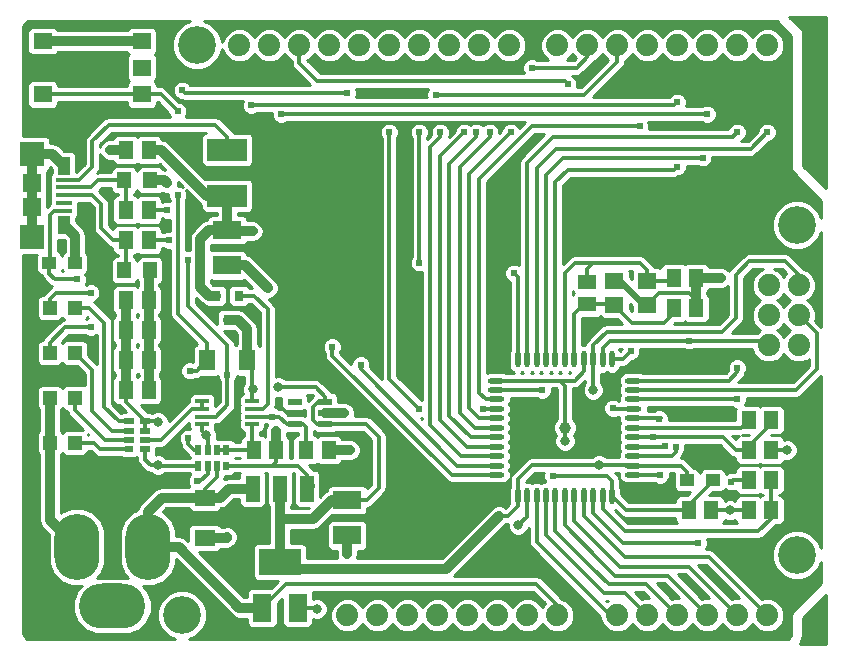
<source format=gtl>
G04 (created by PCBNEW-RS274X (2012-01-19 BZR 3256)-stable) date 2013/3/11 15:33:10*
G01*
G70*
G90*
%MOIN*%
G04 Gerber Fmt 3.4, Leading zero omitted, Abs format*
%FSLAX34Y34*%
G04 APERTURE LIST*
%ADD10C,0.000100*%
%ADD11C,0.074000*%
%ADD12R,0.047200X0.047200*%
%ADD13R,0.047900X0.087900*%
%ADD14R,0.141700X0.086600*%
%ADD15R,0.047200X0.021600*%
%ADD16R,0.031000X0.035000*%
%ADD17O,0.220000X0.150000*%
%ADD18O,0.150000X0.220000*%
%ADD19R,0.062900X0.055100*%
%ADD20R,0.047200X0.055100*%
%ADD21R,0.062900X0.094400*%
%ADD22R,0.094400X0.062900*%
%ADD23C,0.126000*%
%ADD24R,0.047200X0.011800*%
%ADD25O,0.055100X0.017700*%
%ADD26O,0.017700X0.055100*%
%ADD27C,0.039300*%
%ADD28R,0.047200X0.039300*%
%ADD29R,0.133800X0.074800*%
%ADD30R,0.051100X0.059000*%
%ADD31R,0.059000X0.051100*%
%ADD32R,0.019600X0.033000*%
%ADD33R,0.019600X0.030000*%
%ADD34R,0.033000X0.019600*%
%ADD35R,0.030000X0.019600*%
%ADD36R,0.070800X0.055100*%
%ADD37R,0.055100X0.070800*%
%ADD38R,0.053000X0.016000*%
%ADD39R,0.081000X0.081000*%
%ADD40R,0.040000X0.060000*%
%ADD41R,0.060000X0.060000*%
%ADD42R,0.062900X0.053100*%
%ADD43C,0.032000*%
%ADD44C,0.024000*%
%ADD45C,0.025000*%
%ADD46C,0.032000*%
%ADD47C,0.012000*%
%ADD48C,0.024000*%
%ADD49C,0.008000*%
%ADD50C,0.010000*%
G04 APERTURE END LIST*
G54D10*
G54D11*
X53300Y-40500D03*
X54300Y-40500D03*
X53300Y-41500D03*
X54300Y-41500D03*
X53300Y-42500D03*
X54300Y-42500D03*
G54D12*
X30163Y-41250D03*
X29337Y-41250D03*
X30163Y-42750D03*
X29337Y-42750D03*
X30163Y-44250D03*
X29337Y-44250D03*
X30163Y-45750D03*
X29337Y-45750D03*
G54D13*
X37909Y-47280D03*
X37000Y-47280D03*
X36091Y-47280D03*
G54D14*
X37000Y-49720D03*
G54D15*
X38511Y-45124D03*
X38511Y-44750D03*
X38511Y-44376D03*
X37489Y-44376D03*
X37489Y-45124D03*
G54D16*
X35260Y-41650D03*
X34880Y-40850D03*
X35640Y-40850D03*
G54D17*
X31420Y-51200D03*
G54D18*
X32600Y-49230D03*
X30240Y-49230D03*
G54D19*
X32403Y-34135D03*
X29097Y-34135D03*
X32403Y-32365D03*
X29097Y-32365D03*
X32403Y-33250D03*
G54D20*
X31817Y-40000D03*
X32683Y-40000D03*
X31817Y-37000D03*
X32683Y-37000D03*
G54D21*
X36410Y-51250D03*
X37590Y-51250D03*
G54D22*
X39250Y-47660D03*
X39250Y-48840D03*
G54D23*
X34250Y-32500D03*
X54250Y-38500D03*
X33750Y-51500D03*
X54250Y-49500D03*
G54D24*
X34419Y-44366D03*
X34419Y-44622D03*
X34419Y-44877D03*
X34419Y-45133D03*
X36081Y-45133D03*
X36081Y-44877D03*
X36081Y-44622D03*
X36081Y-44366D03*
G54D25*
X48783Y-46824D03*
X48783Y-46509D03*
X48783Y-46194D03*
X48783Y-45879D03*
X48783Y-45564D03*
X48783Y-45250D03*
X48783Y-44936D03*
X48783Y-44621D03*
X48783Y-44306D03*
X48783Y-43991D03*
X48783Y-43676D03*
G54D26*
X48074Y-42967D03*
X47759Y-42967D03*
X47444Y-42967D03*
X47129Y-42967D03*
X46814Y-42967D03*
X46500Y-42967D03*
X46186Y-42967D03*
X45871Y-42967D03*
X45556Y-42967D03*
X45241Y-42967D03*
X44926Y-42967D03*
G54D25*
X44217Y-43676D03*
X44217Y-43991D03*
X44217Y-44306D03*
X44217Y-44621D03*
X44217Y-44936D03*
X44217Y-45250D03*
X44217Y-45564D03*
X44217Y-45879D03*
X44217Y-46194D03*
X44217Y-46509D03*
X44217Y-46824D03*
G54D26*
X44926Y-47533D03*
X45241Y-47533D03*
X45556Y-47533D03*
X45871Y-47533D03*
X46186Y-47533D03*
X46500Y-47533D03*
X46814Y-47533D03*
X47129Y-47533D03*
X47444Y-47533D03*
X47759Y-47533D03*
X48074Y-47533D03*
G54D27*
X46500Y-45250D03*
G54D28*
X51433Y-47000D03*
X50567Y-47000D03*
X29317Y-39750D03*
X30183Y-39750D03*
G54D22*
X35250Y-38660D03*
X35250Y-39840D03*
G54D29*
X35250Y-35983D03*
X35250Y-37517D03*
G54D11*
X37650Y-32500D03*
X38650Y-32500D03*
X43650Y-32500D03*
X42650Y-32500D03*
X41650Y-32500D03*
X40650Y-32500D03*
X39650Y-32500D03*
X36650Y-32500D03*
X35650Y-32500D03*
X44650Y-32500D03*
X52250Y-32500D03*
X51250Y-32500D03*
X50250Y-32500D03*
X49250Y-32500D03*
X48250Y-32500D03*
X47250Y-32500D03*
X46250Y-32500D03*
X53250Y-32500D03*
X48250Y-51500D03*
X49250Y-51500D03*
X50250Y-51500D03*
X51250Y-51500D03*
X52250Y-51500D03*
X53250Y-51500D03*
X40250Y-51500D03*
X41250Y-51500D03*
X42250Y-51500D03*
X43250Y-51500D03*
X44250Y-51500D03*
X45250Y-51500D03*
X46250Y-51500D03*
X39250Y-51500D03*
G54D30*
X31876Y-41000D03*
X32624Y-41000D03*
X53374Y-45000D03*
X52626Y-45000D03*
X37876Y-46000D03*
X38624Y-46000D03*
X36126Y-46000D03*
X36874Y-46000D03*
X50874Y-41250D03*
X50126Y-41250D03*
X31876Y-42000D03*
X32624Y-42000D03*
X31876Y-44000D03*
X32624Y-44000D03*
X50874Y-40250D03*
X50126Y-40250D03*
X51374Y-48000D03*
X50626Y-48000D03*
X52626Y-47000D03*
X53374Y-47000D03*
X32624Y-36000D03*
X31876Y-36000D03*
X31876Y-43000D03*
X32624Y-43000D03*
X53374Y-46000D03*
X52626Y-46000D03*
X53374Y-48000D03*
X52626Y-48000D03*
G54D31*
X47250Y-40376D03*
X47250Y-41124D03*
G54D30*
X31876Y-39000D03*
X32624Y-39000D03*
X31876Y-38000D03*
X32624Y-38000D03*
G54D32*
X34278Y-46515D03*
X34593Y-46515D03*
X34907Y-46515D03*
G54D33*
X35222Y-46515D03*
G54D32*
X35222Y-45985D03*
X34907Y-45985D03*
X34593Y-45985D03*
X34278Y-45985D03*
G54D34*
X31985Y-45028D03*
X31985Y-45343D03*
X31985Y-45657D03*
G54D35*
X31985Y-45972D03*
G54D34*
X32515Y-45972D03*
X32515Y-45657D03*
X32515Y-45343D03*
X32515Y-45028D03*
G54D36*
X34500Y-48919D03*
X34500Y-47581D03*
G54D37*
X34581Y-43000D03*
X35919Y-43000D03*
G54D38*
X29810Y-36980D03*
X29810Y-37240D03*
X29810Y-37500D03*
X29810Y-37760D03*
X29810Y-38020D03*
G54D39*
X28750Y-36120D03*
X28750Y-38880D03*
G54D40*
X29810Y-36520D03*
X29810Y-38480D03*
G54D41*
X28750Y-37100D03*
X28750Y-37900D03*
G54D42*
X49250Y-40350D03*
X48150Y-40350D03*
X48150Y-41150D03*
X49250Y-41150D03*
G54D43*
X37000Y-48300D03*
X36950Y-43900D03*
X36100Y-43950D03*
X47650Y-46500D03*
X47450Y-44000D03*
X32950Y-46500D03*
X32950Y-45050D03*
X39800Y-49950D03*
X44300Y-48200D03*
G54D44*
X36750Y-44877D03*
X52050Y-47050D03*
X50950Y-49100D03*
X46600Y-33800D03*
X53250Y-35400D03*
X52250Y-35400D03*
X51100Y-36250D03*
X51250Y-34800D03*
X37050Y-34800D03*
X36050Y-34500D03*
X50250Y-34400D03*
X50250Y-36550D03*
X49000Y-35200D03*
X42200Y-34150D03*
X42350Y-35400D03*
X44700Y-35400D03*
X45400Y-33250D03*
X49675Y-46825D03*
X34250Y-47025D03*
X38750Y-42550D03*
X43150Y-35400D03*
X41650Y-39750D03*
X48700Y-42700D03*
X41650Y-35400D03*
X40650Y-35400D03*
X43771Y-44621D03*
X41651Y-44621D03*
X39700Y-43150D03*
X35250Y-43500D03*
X39250Y-34100D03*
X33950Y-39650D03*
X33750Y-34000D03*
X44000Y-35400D03*
X43550Y-35400D03*
X52250Y-43250D03*
X49825Y-45850D03*
X33300Y-39000D03*
X33250Y-38000D03*
X50200Y-45900D03*
X33600Y-34700D03*
X50650Y-42350D03*
X33600Y-37500D03*
X33950Y-45600D03*
X34000Y-43350D03*
X48100Y-44600D03*
X30700Y-40750D03*
X52250Y-44300D03*
X44800Y-40100D03*
X30700Y-41900D03*
X36100Y-38700D03*
X49650Y-44950D03*
X46100Y-46850D03*
X45750Y-44000D03*
G54D43*
X51700Y-40250D03*
X44950Y-48500D03*
X31350Y-36000D03*
X52000Y-48000D03*
X46500Y-45700D03*
X39150Y-44750D03*
X35250Y-48900D03*
X30700Y-32350D03*
X39340Y-46000D03*
X34550Y-45500D03*
X32650Y-43500D03*
X36600Y-40600D03*
X38250Y-51300D03*
X53900Y-46000D03*
X36875Y-45375D03*
G54D45*
X39250Y-49450D03*
G54D43*
X33250Y-37100D03*
G54D44*
X49450Y-45564D03*
X30250Y-40300D03*
G54D46*
X37000Y-49720D02*
X37000Y-48300D01*
X37000Y-47280D02*
X37000Y-48300D01*
X37000Y-48300D02*
X38100Y-48300D01*
X38100Y-48300D02*
X38740Y-47660D01*
X39250Y-47660D02*
X38740Y-47660D01*
X39800Y-49950D02*
X37230Y-49950D01*
X37230Y-49950D02*
X37000Y-49720D01*
G54D47*
X51300Y-42050D02*
X51750Y-42050D01*
X36081Y-44366D02*
X36081Y-43969D01*
X36081Y-43969D02*
X36100Y-43950D01*
X36950Y-43900D02*
X38200Y-43900D01*
X38511Y-44211D02*
X38511Y-44376D01*
X38200Y-43900D02*
X38511Y-44211D01*
X38511Y-44376D02*
X38274Y-44376D01*
X38274Y-44376D02*
X38100Y-44550D01*
X47444Y-43994D02*
X47450Y-44000D01*
X32928Y-45028D02*
X32515Y-45028D01*
X32928Y-45028D02*
X32950Y-45050D01*
X47444Y-42967D02*
X47444Y-42506D01*
X38511Y-45124D02*
X39874Y-45124D01*
G54D46*
X39800Y-49950D02*
X42550Y-49950D01*
G54D47*
X44926Y-47533D02*
X44926Y-47874D01*
X52650Y-39700D02*
X53850Y-39700D01*
X50359Y-46509D02*
X50567Y-46717D01*
G54D46*
X35260Y-41650D02*
X35260Y-41660D01*
X31876Y-43000D02*
X31876Y-44000D01*
G54D47*
X47900Y-42050D02*
X51300Y-42050D01*
X38100Y-44550D02*
X38100Y-45000D01*
X38100Y-45000D02*
X38224Y-45124D01*
X38224Y-45124D02*
X38511Y-45124D01*
X32515Y-45028D02*
X32515Y-45343D01*
X52200Y-40150D02*
X52650Y-39700D01*
X33065Y-46515D02*
X32950Y-46500D01*
X34278Y-46515D02*
X33065Y-46515D01*
G54D46*
X35600Y-41650D02*
X35919Y-41969D01*
G54D47*
X45400Y-46500D02*
X47650Y-46500D01*
X53850Y-39700D02*
X54300Y-40150D01*
X47650Y-46500D02*
X48774Y-46500D01*
X48774Y-46500D02*
X48783Y-46509D01*
G54D46*
X35260Y-41650D02*
X35600Y-41650D01*
G54D47*
X50567Y-46717D02*
X50567Y-47000D01*
X39874Y-45124D02*
X40300Y-45550D01*
X40300Y-45550D02*
X40300Y-47250D01*
X40300Y-47250D02*
X39890Y-47660D01*
G54D46*
X42550Y-49950D02*
X44300Y-48200D01*
G54D47*
X36081Y-43162D02*
X35919Y-43000D01*
X36081Y-44366D02*
X36081Y-43162D01*
X51750Y-42050D02*
X52200Y-41600D01*
G54D46*
X31876Y-42000D02*
X31876Y-43000D01*
G54D47*
X47444Y-42967D02*
X47444Y-43994D01*
X44926Y-46974D02*
X45400Y-46500D01*
X39890Y-47660D02*
X39250Y-47660D01*
X47444Y-42506D02*
X47900Y-42050D01*
G54D46*
X35919Y-41969D02*
X35919Y-43000D01*
G54D47*
X54300Y-40150D02*
X54300Y-40500D01*
X52200Y-41600D02*
X52200Y-40150D01*
X32515Y-46315D02*
X32700Y-46500D01*
X32700Y-46500D02*
X32950Y-46500D01*
X32515Y-45015D02*
X32515Y-45028D01*
X44926Y-47874D02*
X44600Y-48200D01*
X44926Y-47533D02*
X44926Y-46974D01*
X32515Y-45972D02*
X32515Y-46315D01*
X48783Y-46509D02*
X50359Y-46509D01*
X31876Y-44376D02*
X32515Y-45015D01*
G54D46*
X31876Y-41000D02*
X31876Y-42000D01*
G54D47*
X31876Y-44000D02*
X31876Y-44376D01*
X44600Y-48200D02*
X44300Y-48200D01*
X36081Y-44877D02*
X36750Y-44877D01*
X37224Y-45124D02*
X37489Y-45124D01*
X36750Y-44877D02*
X36977Y-44877D01*
X37876Y-45226D02*
X37774Y-45124D01*
X37876Y-46000D02*
X37876Y-45226D01*
X37774Y-45124D02*
X37489Y-45124D01*
X36977Y-44877D02*
X37224Y-45124D01*
X48200Y-51500D02*
X48250Y-51500D01*
X45556Y-47533D02*
X45556Y-49056D01*
X48000Y-51500D02*
X48250Y-51500D01*
X45556Y-49056D02*
X48000Y-51500D01*
X49250Y-51500D02*
X48510Y-50760D01*
X47810Y-50760D02*
X45871Y-48821D01*
X48510Y-50760D02*
X47820Y-50760D01*
X47820Y-50760D02*
X47810Y-50760D01*
X45871Y-48821D02*
X45871Y-47533D01*
X49210Y-50460D02*
X47960Y-50460D01*
X47960Y-50460D02*
X47450Y-49950D01*
X46186Y-47533D02*
X46186Y-48686D01*
X50250Y-51500D02*
X49210Y-50460D01*
X46186Y-48686D02*
X47450Y-49950D01*
X46500Y-48500D02*
X47650Y-49650D01*
X51250Y-51500D02*
X49930Y-50180D01*
X49930Y-50180D02*
X48180Y-50180D01*
X48180Y-50180D02*
X47650Y-49650D01*
X46500Y-47533D02*
X46500Y-48500D01*
X46814Y-48364D02*
X47850Y-49400D01*
X50630Y-49880D02*
X48330Y-49880D01*
X48330Y-49880D02*
X47850Y-49400D01*
X46814Y-47533D02*
X46814Y-48364D01*
X52250Y-51500D02*
X50630Y-49880D01*
X47129Y-48179D02*
X47129Y-47533D01*
X51310Y-49560D02*
X48510Y-49560D01*
X53250Y-51500D02*
X51310Y-49560D01*
X47129Y-48179D02*
X48100Y-49150D01*
X48510Y-49560D02*
X48100Y-49150D01*
X48450Y-49100D02*
X48700Y-49100D01*
X47444Y-47533D02*
X47444Y-48094D01*
X52100Y-47000D02*
X52050Y-47050D01*
X52626Y-47000D02*
X52100Y-47000D01*
X47444Y-48094D02*
X48450Y-49100D01*
X48700Y-49100D02*
X50950Y-49100D01*
X38250Y-33700D02*
X37650Y-33100D01*
X37650Y-33100D02*
X37650Y-32500D01*
X46600Y-33800D02*
X46500Y-33700D01*
X46500Y-33700D02*
X38250Y-33700D01*
X36081Y-45133D02*
X36081Y-45955D01*
X36081Y-45955D02*
X36126Y-46000D01*
X36111Y-45985D02*
X36126Y-46000D01*
X34907Y-45985D02*
X35222Y-45985D01*
X36081Y-45955D02*
X36126Y-46000D01*
X35222Y-45985D02*
X36111Y-45985D01*
X29810Y-37500D02*
X30750Y-37500D01*
X31450Y-39000D02*
X31876Y-39000D01*
X31050Y-38600D02*
X31450Y-39000D01*
X31050Y-37800D02*
X31050Y-38600D01*
X30750Y-37500D02*
X31050Y-37800D01*
X31876Y-39941D02*
X31817Y-40000D01*
X31876Y-39941D02*
X31817Y-40000D01*
X31876Y-39000D02*
X31876Y-39941D01*
X31876Y-37059D02*
X31817Y-37000D01*
X30950Y-37000D02*
X31817Y-37000D01*
X31876Y-38000D02*
X31876Y-37059D01*
X30710Y-37240D02*
X30950Y-37000D01*
X29810Y-37240D02*
X30710Y-37240D01*
X31817Y-37941D02*
X31876Y-38000D01*
X51700Y-35950D02*
X46200Y-35950D01*
X45556Y-36656D02*
X45556Y-42967D01*
X45556Y-36594D02*
X45556Y-36656D01*
X51700Y-35950D02*
X52700Y-35950D01*
X52700Y-35950D02*
X53250Y-35400D01*
X46200Y-35950D02*
X45556Y-36594D01*
X52250Y-35400D02*
X52100Y-35550D01*
X52100Y-35550D02*
X51000Y-35550D01*
X51000Y-35550D02*
X46100Y-35550D01*
X45241Y-36409D02*
X45241Y-36659D01*
X46100Y-35550D02*
X45241Y-36409D01*
X45241Y-36659D02*
X45241Y-42967D01*
X51100Y-36250D02*
X46450Y-36250D01*
X46450Y-36250D02*
X45871Y-36829D01*
X45871Y-36829D02*
X45871Y-42967D01*
X50900Y-34800D02*
X51250Y-34800D01*
X50900Y-34800D02*
X37050Y-34800D01*
X50150Y-34500D02*
X50250Y-34400D01*
X50150Y-34500D02*
X36050Y-34500D01*
X50150Y-36650D02*
X50250Y-36550D01*
X46186Y-37064D02*
X46186Y-42967D01*
X46600Y-36650D02*
X46186Y-37064D01*
X49850Y-36650D02*
X46600Y-36650D01*
X49850Y-36650D02*
X50150Y-36650D01*
X43650Y-44100D02*
X43650Y-43500D01*
X43650Y-36950D02*
X45400Y-35200D01*
X49000Y-35200D02*
X48900Y-35200D01*
X43856Y-44306D02*
X43650Y-44100D01*
X45800Y-35200D02*
X45950Y-35200D01*
X48900Y-35200D02*
X45950Y-35200D01*
X43650Y-43500D02*
X43650Y-36950D01*
X45400Y-35200D02*
X45800Y-35200D01*
X43856Y-44306D02*
X44217Y-44306D01*
X47150Y-34150D02*
X48250Y-33050D01*
X43044Y-46194D02*
X44217Y-46194D01*
X42200Y-34150D02*
X47150Y-34150D01*
X42000Y-45150D02*
X42000Y-35900D01*
X43044Y-46194D02*
X42000Y-45150D01*
X42350Y-35550D02*
X42350Y-35400D01*
X48250Y-32500D02*
X48250Y-33050D01*
X42000Y-35900D02*
X42350Y-35550D01*
X43636Y-44936D02*
X43300Y-44600D01*
X46900Y-33250D02*
X47250Y-32900D01*
X43300Y-36800D02*
X44700Y-35400D01*
X43636Y-44936D02*
X44217Y-44936D01*
X45400Y-33250D02*
X46900Y-33250D01*
X43300Y-44600D02*
X43300Y-36800D01*
X47250Y-32500D02*
X47250Y-32900D01*
X49674Y-46824D02*
X49675Y-46825D01*
X49674Y-46824D02*
X48783Y-46824D01*
X34593Y-46782D02*
X34350Y-47025D01*
X34350Y-47025D02*
X34250Y-47025D01*
X42724Y-46824D02*
X38750Y-42850D01*
X38750Y-42850D02*
X38750Y-42550D01*
X44217Y-46824D02*
X42724Y-46824D01*
X34593Y-46782D02*
X34593Y-46515D01*
X43229Y-45879D02*
X44217Y-45879D01*
X42350Y-45000D02*
X42350Y-36200D01*
X42350Y-36200D02*
X43150Y-35400D01*
X43229Y-45879D02*
X42350Y-45000D01*
X41650Y-35400D02*
X41650Y-39750D01*
X48433Y-42967D02*
X48074Y-42967D01*
X48433Y-42967D02*
X48700Y-42700D01*
X43771Y-44621D02*
X44217Y-44621D01*
X41651Y-44621D02*
X40650Y-43620D01*
X40650Y-39300D02*
X40650Y-43620D01*
X40650Y-35400D02*
X40650Y-39300D01*
X35250Y-44500D02*
X34873Y-44877D01*
X39700Y-43300D02*
X39700Y-43150D01*
X35250Y-42500D02*
X35250Y-43500D01*
X35250Y-43500D02*
X35250Y-44500D01*
X34873Y-44877D02*
X34419Y-44877D01*
X33950Y-41200D02*
X35250Y-42500D01*
X44217Y-46509D02*
X42909Y-46509D01*
X42909Y-46509D02*
X39700Y-43300D01*
X33850Y-34100D02*
X33750Y-34000D01*
X33950Y-39650D02*
X33950Y-41200D01*
X39250Y-34100D02*
X33850Y-34100D01*
X44000Y-35550D02*
X44000Y-35400D01*
X43500Y-45250D02*
X43000Y-44750D01*
X43500Y-45250D02*
X44217Y-45250D01*
X43000Y-44750D02*
X43000Y-36550D01*
X43000Y-36550D02*
X44000Y-35550D01*
X42650Y-44850D02*
X42650Y-36450D01*
X44217Y-45564D02*
X43364Y-45564D01*
X43550Y-35550D02*
X43550Y-35400D01*
X43364Y-45564D02*
X42650Y-44850D01*
X42650Y-36450D02*
X43550Y-35550D01*
X51974Y-43676D02*
X51424Y-43676D01*
X48783Y-43676D02*
X51424Y-43676D01*
X52250Y-43250D02*
X52250Y-43400D01*
X52250Y-43400D02*
X51974Y-43676D01*
X54900Y-42100D02*
X54900Y-42900D01*
X54900Y-42900D02*
X54900Y-43300D01*
X54900Y-43300D02*
X54209Y-43991D01*
X54209Y-43991D02*
X48783Y-43991D01*
X54300Y-41500D02*
X54900Y-42100D01*
X49796Y-45879D02*
X49825Y-45850D01*
X32624Y-39000D02*
X33300Y-39000D01*
X49796Y-45879D02*
X48783Y-45879D01*
X33250Y-38000D02*
X32624Y-38000D01*
X50200Y-46050D02*
X50200Y-45900D01*
X50056Y-46194D02*
X50200Y-46050D01*
X48783Y-46194D02*
X50056Y-46194D01*
X33035Y-34135D02*
X33600Y-34700D01*
X34278Y-45985D02*
X34135Y-45985D01*
X33600Y-41450D02*
X34581Y-42431D01*
X33950Y-45800D02*
X33950Y-45600D01*
X34135Y-45985D02*
X33950Y-45800D01*
X53150Y-42350D02*
X53300Y-42500D01*
X34265Y-45972D02*
X34278Y-45985D01*
X33600Y-37500D02*
X33600Y-41450D01*
X34581Y-42431D02*
X34581Y-43000D01*
X29097Y-34135D02*
X32403Y-34135D01*
X32403Y-34135D02*
X33035Y-34135D01*
X32403Y-34135D02*
X32535Y-34135D01*
X50650Y-42350D02*
X53150Y-42350D01*
X48000Y-42350D02*
X50650Y-42350D01*
X34231Y-43350D02*
X34581Y-43000D01*
X34000Y-43350D02*
X34231Y-43350D01*
X47759Y-42967D02*
X47759Y-42591D01*
X47759Y-42591D02*
X48000Y-42350D01*
X34581Y-43000D02*
X34581Y-43219D01*
X34431Y-43150D02*
X34581Y-43000D01*
X48783Y-44621D02*
X48121Y-44621D01*
X48121Y-44621D02*
X48100Y-44600D01*
X29550Y-40750D02*
X30700Y-40750D01*
X29337Y-40963D02*
X29550Y-40750D01*
X29337Y-40963D02*
X29337Y-41250D01*
X51794Y-44306D02*
X52244Y-44306D01*
X51794Y-44306D02*
X48783Y-44306D01*
X52244Y-44306D02*
X52250Y-44300D01*
X30700Y-41900D02*
X29850Y-41900D01*
X44926Y-40226D02*
X44800Y-40100D01*
X29850Y-41900D02*
X29337Y-42413D01*
X44926Y-42967D02*
X44926Y-40226D01*
X29337Y-42413D02*
X29337Y-42750D01*
G54D46*
X34500Y-47581D02*
X33069Y-47581D01*
X32600Y-49230D02*
X33630Y-49230D01*
G54D47*
X37210Y-50450D02*
X45550Y-50450D01*
G54D46*
X35019Y-47581D02*
X34500Y-47581D01*
X32600Y-48050D02*
X32600Y-49230D01*
G54D47*
X34907Y-46515D02*
X34907Y-46893D01*
X45550Y-50450D02*
X46250Y-51150D01*
G54D46*
X33630Y-49230D02*
X35650Y-51250D01*
G54D47*
X34907Y-46515D02*
X34900Y-46522D01*
X34907Y-46893D02*
X34500Y-47300D01*
G54D46*
X33069Y-47581D02*
X32600Y-48050D01*
G54D47*
X46250Y-51150D02*
X46250Y-51500D01*
X36410Y-51250D02*
X37210Y-50450D01*
X34500Y-47300D02*
X34500Y-47581D01*
G54D46*
X35650Y-51250D02*
X36410Y-51250D01*
X36091Y-47280D02*
X35320Y-47280D01*
X35320Y-47280D02*
X35019Y-47581D01*
X34640Y-38660D02*
X35250Y-38660D01*
X34567Y-37517D02*
X35250Y-37517D01*
X32624Y-36000D02*
X33050Y-36000D01*
G54D47*
X49689Y-44936D02*
X49650Y-44950D01*
X48783Y-44936D02*
X49689Y-44936D01*
G54D46*
X36100Y-38700D02*
X35290Y-38700D01*
X34350Y-40550D02*
X34350Y-38950D01*
X35290Y-38700D02*
X35250Y-38660D01*
X34350Y-38950D02*
X34640Y-38660D01*
X34650Y-40850D02*
X34350Y-40550D01*
X35250Y-37517D02*
X35250Y-38660D01*
X33050Y-36000D02*
X34567Y-37517D01*
X34880Y-40850D02*
X34650Y-40850D01*
G54D47*
X53374Y-48276D02*
X53374Y-48000D01*
X48500Y-48700D02*
X52950Y-48700D01*
X47759Y-47533D02*
X47759Y-47959D01*
X47759Y-47959D02*
X48500Y-48700D01*
X52950Y-48700D02*
X53374Y-48276D01*
X53374Y-47000D02*
X53374Y-48000D01*
X48074Y-47024D02*
X48074Y-47533D01*
X48074Y-47533D02*
X48541Y-48000D01*
X45750Y-44000D02*
X45741Y-43991D01*
X51433Y-47017D02*
X51433Y-47000D01*
X50626Y-48000D02*
X50626Y-47824D01*
X44217Y-43991D02*
X45741Y-43991D01*
X48074Y-47024D02*
X47900Y-46850D01*
X47900Y-46850D02*
X46100Y-46850D01*
X48541Y-48000D02*
X50626Y-48000D01*
X50626Y-47824D02*
X51433Y-47017D01*
G54D46*
X28750Y-36120D02*
X28750Y-37100D01*
X32624Y-41000D02*
X32624Y-40059D01*
G54D47*
X50874Y-40974D02*
X50874Y-41250D01*
X45241Y-47533D02*
X45241Y-48209D01*
X49250Y-41150D02*
X49650Y-40750D01*
G54D46*
X50874Y-40250D02*
X51700Y-40250D01*
G54D47*
X49650Y-40750D02*
X50650Y-40750D01*
X46824Y-43676D02*
X47129Y-43371D01*
G54D46*
X35250Y-39840D02*
X35840Y-39840D01*
G54D47*
X36550Y-46515D02*
X36735Y-46515D01*
X34593Y-45985D02*
X34593Y-45543D01*
X36735Y-46515D02*
X37615Y-46515D01*
X38200Y-51250D02*
X38250Y-51300D01*
X37615Y-46515D02*
X37909Y-46809D01*
G54D46*
X50874Y-41250D02*
X50874Y-40250D01*
X35840Y-39840D02*
X36600Y-40600D01*
G54D47*
X37909Y-46809D02*
X37909Y-47280D01*
X45241Y-48209D02*
X44950Y-48500D01*
X46500Y-45250D02*
X46500Y-43850D01*
X36874Y-46376D02*
X36735Y-46515D01*
G54D46*
X31876Y-36000D02*
X31350Y-36000D01*
X32650Y-43974D02*
X32624Y-44000D01*
G54D47*
X52000Y-48000D02*
X52626Y-48000D01*
G54D46*
X29337Y-44250D02*
X29337Y-45750D01*
X30685Y-32365D02*
X30700Y-32350D01*
G54D47*
X46500Y-43850D02*
X46326Y-43676D01*
G54D48*
X48350Y-40350D02*
X49150Y-41150D01*
G54D47*
X47129Y-43371D02*
X47129Y-42967D01*
X46326Y-43676D02*
X46824Y-43676D01*
G54D46*
X32624Y-40059D02*
X32683Y-40000D01*
X30183Y-39750D02*
X30183Y-38853D01*
X35260Y-39850D02*
X35250Y-39840D01*
X30685Y-32365D02*
X29097Y-32365D01*
X37989Y-47200D02*
X37909Y-47280D01*
G54D47*
X50650Y-40750D02*
X50874Y-40974D01*
G54D46*
X30183Y-38853D02*
X29810Y-38480D01*
X32624Y-43000D02*
X32624Y-42000D01*
X29337Y-48327D02*
X30240Y-49230D01*
X34500Y-48919D02*
X35231Y-48919D01*
X29337Y-45750D02*
X29337Y-48327D01*
G54D47*
X34419Y-45369D02*
X34550Y-45500D01*
X36874Y-46000D02*
X36874Y-46376D01*
G54D46*
X32650Y-43974D02*
X32624Y-44000D01*
G54D47*
X51374Y-48000D02*
X52000Y-48000D01*
X46500Y-45250D02*
X46500Y-45700D01*
G54D46*
X36874Y-46000D02*
X36875Y-45999D01*
X32403Y-32365D02*
X30715Y-32365D01*
X36875Y-45999D02*
X36875Y-45375D01*
X38624Y-46000D02*
X39340Y-46000D01*
X33150Y-37000D02*
X33250Y-37100D01*
X32650Y-43500D02*
X32650Y-43026D01*
G54D49*
X49250Y-41150D02*
X49350Y-41150D01*
G54D46*
X38511Y-44750D02*
X39150Y-44750D01*
G54D47*
X44217Y-43676D02*
X46326Y-43676D01*
G54D46*
X28750Y-36120D02*
X29410Y-36120D01*
G54D47*
X34419Y-45133D02*
X34419Y-45369D01*
X35222Y-46515D02*
X36550Y-46515D01*
X53374Y-46000D02*
X53900Y-46000D01*
G54D48*
X48150Y-40350D02*
X48350Y-40350D01*
G54D47*
X36874Y-46226D02*
X36874Y-46000D01*
X36550Y-46515D02*
X36585Y-46515D01*
G54D46*
X32650Y-43974D02*
X32650Y-43500D01*
X32650Y-43026D02*
X32624Y-43000D01*
G54D47*
X34593Y-45543D02*
X34550Y-45500D01*
G54D46*
X28750Y-37900D02*
X28750Y-38880D01*
X30715Y-32365D02*
X30700Y-32350D01*
X29410Y-36120D02*
X29810Y-36520D01*
X32683Y-37000D02*
X33150Y-37000D01*
G54D48*
X49150Y-41150D02*
X49250Y-41150D01*
G54D46*
X32624Y-42000D02*
X32624Y-41000D01*
X39250Y-48840D02*
X39250Y-49450D01*
G54D47*
X37590Y-51250D02*
X38200Y-51250D01*
G54D46*
X28750Y-37100D02*
X28750Y-37900D01*
X35231Y-48919D02*
X35250Y-48900D01*
G54D47*
X31985Y-45343D02*
X31393Y-45343D01*
X30750Y-43337D02*
X30163Y-42750D01*
X30750Y-44700D02*
X30750Y-43337D01*
X31393Y-45343D02*
X30750Y-44700D01*
X31985Y-45657D02*
X31157Y-45657D01*
X31157Y-45657D02*
X30163Y-44663D01*
X30163Y-44663D02*
X30163Y-44250D01*
X31985Y-45028D02*
X31628Y-45028D01*
X30650Y-41250D02*
X30163Y-41250D01*
X31150Y-41750D02*
X30650Y-41250D01*
X31150Y-44550D02*
X31150Y-41750D01*
X31628Y-45028D02*
X31150Y-44550D01*
X36150Y-40850D02*
X35640Y-40850D01*
X36428Y-44622D02*
X36600Y-44450D01*
X36600Y-44450D02*
X36600Y-41300D01*
X36600Y-41300D02*
X36150Y-40850D01*
X36081Y-44622D02*
X36428Y-44622D01*
X32515Y-45657D02*
X33043Y-45657D01*
X34078Y-44622D02*
X34419Y-44622D01*
X33043Y-45657D02*
X34078Y-44622D01*
X34419Y-44366D02*
X34419Y-44622D01*
X31985Y-45972D02*
X31022Y-45972D01*
X30800Y-45750D02*
X30163Y-45750D01*
X31022Y-45972D02*
X30800Y-45750D01*
X48783Y-45250D02*
X52376Y-45250D01*
X52376Y-45250D02*
X52626Y-45000D01*
X47154Y-41124D02*
X47250Y-41124D01*
X46814Y-41464D02*
X47154Y-41124D01*
X49800Y-41750D02*
X50126Y-41424D01*
X48124Y-41124D02*
X48150Y-41150D01*
X48150Y-41150D02*
X48750Y-41750D01*
X50126Y-41424D02*
X50126Y-41250D01*
X47250Y-41124D02*
X48124Y-41124D01*
X48750Y-41750D02*
X49800Y-41750D01*
X46814Y-42967D02*
X46814Y-41464D01*
X50026Y-40350D02*
X50126Y-40250D01*
X49250Y-40000D02*
X49250Y-40350D01*
X49250Y-40350D02*
X50026Y-40350D01*
X49250Y-40150D02*
X49250Y-40350D01*
X49000Y-39750D02*
X49250Y-40000D01*
X46500Y-40750D02*
X46500Y-40100D01*
X47450Y-39750D02*
X49000Y-39750D01*
X46500Y-40100D02*
X46850Y-39750D01*
X46850Y-39750D02*
X47450Y-39750D01*
X47250Y-39950D02*
X47450Y-39750D01*
X46500Y-42967D02*
X46500Y-40750D01*
X47250Y-40376D02*
X47250Y-39950D01*
X29810Y-36980D02*
X30320Y-36980D01*
X35250Y-35550D02*
X35250Y-35983D01*
X34850Y-35150D02*
X35250Y-35550D01*
X31300Y-35150D02*
X34850Y-35150D01*
X30750Y-35700D02*
X31300Y-35150D01*
X30750Y-36550D02*
X30750Y-35700D01*
X30320Y-36980D02*
X30750Y-36550D01*
X29810Y-38020D02*
X29480Y-38020D01*
X52626Y-45874D02*
X53374Y-45126D01*
X53374Y-45126D02*
X53374Y-45000D01*
X48783Y-45564D02*
X49450Y-45564D01*
X52626Y-46000D02*
X52626Y-45874D01*
X29350Y-38150D02*
X29350Y-39717D01*
X29350Y-39717D02*
X29317Y-39750D01*
X29480Y-38020D02*
X29350Y-38150D01*
X51450Y-45564D02*
X51764Y-45564D01*
X52200Y-46000D02*
X52626Y-46000D01*
X49450Y-45564D02*
X51450Y-45564D01*
X51764Y-45564D02*
X52200Y-46000D01*
X29317Y-39750D02*
X29317Y-40117D01*
X29500Y-40300D02*
X30250Y-40300D01*
X29317Y-40117D02*
X29500Y-40300D01*
G54D10*
G36*
X29411Y-36753D02*
X29377Y-36787D01*
X29346Y-36860D01*
X29346Y-36939D01*
X29346Y-37099D01*
X29350Y-37109D01*
X29346Y-37120D01*
X29346Y-37199D01*
X29346Y-37359D01*
X29350Y-37369D01*
X29346Y-37380D01*
X29346Y-37459D01*
X29346Y-37619D01*
X29350Y-37629D01*
X29350Y-37630D01*
X29346Y-37640D01*
X29346Y-37641D01*
X29345Y-37670D01*
X29346Y-37671D01*
X29346Y-37719D01*
X29346Y-37803D01*
X29296Y-37836D01*
X29294Y-37838D01*
X29249Y-37883D01*
X29249Y-37561D01*
X29223Y-37499D01*
X29249Y-37440D01*
X29249Y-37361D01*
X29249Y-36761D01*
X29228Y-36710D01*
X29267Y-36694D01*
X29323Y-36638D01*
X29351Y-36570D01*
X29411Y-36630D01*
X29411Y-36753D01*
X29411Y-36753D01*
G37*
G54D50*
X29411Y-36753D02*
X29377Y-36787D01*
X29346Y-36860D01*
X29346Y-36939D01*
X29346Y-37099D01*
X29350Y-37109D01*
X29346Y-37120D01*
X29346Y-37199D01*
X29346Y-37359D01*
X29350Y-37369D01*
X29346Y-37380D01*
X29346Y-37459D01*
X29346Y-37619D01*
X29350Y-37629D01*
X29350Y-37630D01*
X29346Y-37640D01*
X29346Y-37641D01*
X29345Y-37670D01*
X29346Y-37671D01*
X29346Y-37719D01*
X29346Y-37803D01*
X29296Y-37836D01*
X29294Y-37838D01*
X29249Y-37883D01*
X29249Y-37561D01*
X29223Y-37499D01*
X29249Y-37440D01*
X29249Y-37361D01*
X29249Y-36761D01*
X29228Y-36710D01*
X29267Y-36694D01*
X29323Y-36638D01*
X29351Y-36570D01*
X29411Y-36630D01*
X29411Y-36753D01*
G54D10*
G36*
X29770Y-40040D02*
X29729Y-40040D01*
X29750Y-39990D01*
X29770Y-40040D01*
X29770Y-40040D01*
G37*
G54D50*
X29770Y-40040D02*
X29729Y-40040D01*
X29750Y-39990D01*
X29770Y-40040D01*
G54D10*
G36*
X29823Y-39397D02*
X29779Y-39441D01*
X29749Y-39509D01*
X29722Y-39442D01*
X29666Y-39386D01*
X29610Y-39362D01*
X29610Y-38979D01*
X29649Y-38979D01*
X29799Y-38979D01*
X29823Y-39002D01*
X29823Y-39397D01*
X29823Y-39397D01*
G37*
G54D50*
X29823Y-39397D02*
X29779Y-39441D01*
X29749Y-39509D01*
X29722Y-39442D01*
X29666Y-39386D01*
X29610Y-39362D01*
X29610Y-38979D01*
X29649Y-38979D01*
X29799Y-38979D01*
X29823Y-39002D01*
X29823Y-39397D01*
G54D10*
G36*
X30453Y-45321D02*
X30439Y-45315D01*
X30360Y-45315D01*
X29888Y-45315D01*
X29815Y-45345D01*
X29759Y-45401D01*
X29750Y-45421D01*
X29742Y-45402D01*
X29697Y-45357D01*
X29697Y-44643D01*
X29741Y-44599D01*
X29749Y-44578D01*
X29758Y-44598D01*
X29814Y-44654D01*
X29887Y-44685D01*
X29907Y-44685D01*
X29923Y-44763D01*
X29979Y-44847D01*
X30453Y-45321D01*
X30453Y-45321D01*
G37*
G54D50*
X30453Y-45321D02*
X30439Y-45315D01*
X30360Y-45315D01*
X29888Y-45315D01*
X29815Y-45345D01*
X29759Y-45401D01*
X29750Y-45421D01*
X29742Y-45402D01*
X29697Y-45357D01*
X29697Y-44643D01*
X29741Y-44599D01*
X29749Y-44578D01*
X29758Y-44598D01*
X29814Y-44654D01*
X29887Y-44685D01*
X29907Y-44685D01*
X29923Y-44763D01*
X29979Y-44847D01*
X30453Y-45321D01*
G54D10*
G36*
X30619Y-41587D02*
X30551Y-41614D01*
X30567Y-41599D01*
X30586Y-41554D01*
X30619Y-41587D01*
X30619Y-41587D01*
G37*
G54D50*
X30619Y-41587D02*
X30551Y-41614D01*
X30567Y-41599D01*
X30586Y-41554D01*
X30619Y-41587D01*
G54D10*
G36*
X30622Y-45490D02*
X30598Y-45490D01*
X30598Y-45475D01*
X30591Y-45458D01*
X30622Y-45490D01*
X30622Y-45490D01*
G37*
G54D50*
X30622Y-45490D02*
X30598Y-45490D01*
X30598Y-45475D01*
X30591Y-45458D01*
X30622Y-45490D01*
G54D10*
G36*
X30890Y-43109D02*
X30598Y-42817D01*
X30598Y-42475D01*
X30568Y-42402D01*
X30512Y-42346D01*
X30439Y-42315D01*
X30360Y-42315D01*
X29888Y-42315D01*
X29815Y-42345D01*
X29759Y-42401D01*
X29750Y-42421D01*
X29742Y-42402D01*
X29729Y-42389D01*
X29958Y-42160D01*
X30507Y-42160D01*
X30518Y-42171D01*
X30636Y-42220D01*
X30763Y-42220D01*
X30881Y-42172D01*
X30890Y-42163D01*
X30890Y-43109D01*
X30890Y-43109D01*
G37*
G54D50*
X30890Y-43109D02*
X30598Y-42817D01*
X30598Y-42475D01*
X30568Y-42402D01*
X30512Y-42346D01*
X30439Y-42315D01*
X30360Y-42315D01*
X29888Y-42315D01*
X29815Y-42345D01*
X29759Y-42401D01*
X29750Y-42421D01*
X29742Y-42402D01*
X29729Y-42389D01*
X29958Y-42160D01*
X30507Y-42160D01*
X30518Y-42171D01*
X30636Y-42220D01*
X30763Y-42220D01*
X30881Y-42172D01*
X30890Y-42163D01*
X30890Y-43109D01*
G54D10*
G36*
X32264Y-40533D02*
X32257Y-40536D01*
X32250Y-40543D01*
X32244Y-40537D01*
X32171Y-40506D01*
X32092Y-40506D01*
X31582Y-40506D01*
X31509Y-40536D01*
X31453Y-40592D01*
X31422Y-40665D01*
X31422Y-40744D01*
X31422Y-41334D01*
X31452Y-41407D01*
X31508Y-41463D01*
X31516Y-41466D01*
X31516Y-41533D01*
X31509Y-41536D01*
X31453Y-41592D01*
X31422Y-41665D01*
X31422Y-41744D01*
X31422Y-42334D01*
X31452Y-42407D01*
X31508Y-42463D01*
X31516Y-42466D01*
X31516Y-42533D01*
X31509Y-42536D01*
X31453Y-42592D01*
X31422Y-42665D01*
X31422Y-42744D01*
X31422Y-43334D01*
X31452Y-43407D01*
X31508Y-43463D01*
X31516Y-43466D01*
X31516Y-43533D01*
X31509Y-43536D01*
X31453Y-43592D01*
X31422Y-43665D01*
X31422Y-43744D01*
X31422Y-44334D01*
X31452Y-44407D01*
X31508Y-44463D01*
X31581Y-44494D01*
X31648Y-44494D01*
X31692Y-44560D01*
X31863Y-44731D01*
X31781Y-44731D01*
X31722Y-44754D01*
X31410Y-44442D01*
X31410Y-41750D01*
X31390Y-41651D01*
X31390Y-41650D01*
X31334Y-41566D01*
X30834Y-41066D01*
X30810Y-41050D01*
X30881Y-41022D01*
X30971Y-40932D01*
X31020Y-40814D01*
X31020Y-40687D01*
X30972Y-40569D01*
X30882Y-40479D01*
X30764Y-40430D01*
X30637Y-40430D01*
X30523Y-40476D01*
X30570Y-40364D01*
X30570Y-40237D01*
X30522Y-40119D01*
X30521Y-40118D01*
X30531Y-40115D01*
X30587Y-40059D01*
X30618Y-39986D01*
X30618Y-39907D01*
X30618Y-39515D01*
X30588Y-39442D01*
X30543Y-39397D01*
X30543Y-38853D01*
X30516Y-38715D01*
X30438Y-38598D01*
X30435Y-38596D01*
X30209Y-38369D01*
X30209Y-38247D01*
X30243Y-38213D01*
X30274Y-38140D01*
X30274Y-38061D01*
X30274Y-37901D01*
X30269Y-37890D01*
X30274Y-37880D01*
X30274Y-37879D01*
X30275Y-37850D01*
X30274Y-37849D01*
X30274Y-37801D01*
X30274Y-37760D01*
X30642Y-37760D01*
X30790Y-37908D01*
X30790Y-38600D01*
X30810Y-38700D01*
X30866Y-38784D01*
X31264Y-39181D01*
X31266Y-39184D01*
X31350Y-39239D01*
X31351Y-39240D01*
X31422Y-39254D01*
X31422Y-39334D01*
X31452Y-39407D01*
X31508Y-39463D01*
X31581Y-39494D01*
X31616Y-39494D01*
X31616Y-39526D01*
X31542Y-39526D01*
X31469Y-39556D01*
X31413Y-39612D01*
X31382Y-39685D01*
X31382Y-39764D01*
X31382Y-40314D01*
X31412Y-40387D01*
X31468Y-40443D01*
X31541Y-40474D01*
X31620Y-40474D01*
X32092Y-40474D01*
X32165Y-40444D01*
X32221Y-40388D01*
X32250Y-40319D01*
X32264Y-40352D01*
X32264Y-40533D01*
X32264Y-40533D01*
G37*
G54D50*
X32264Y-40533D02*
X32257Y-40536D01*
X32250Y-40543D01*
X32244Y-40537D01*
X32171Y-40506D01*
X32092Y-40506D01*
X31582Y-40506D01*
X31509Y-40536D01*
X31453Y-40592D01*
X31422Y-40665D01*
X31422Y-40744D01*
X31422Y-41334D01*
X31452Y-41407D01*
X31508Y-41463D01*
X31516Y-41466D01*
X31516Y-41533D01*
X31509Y-41536D01*
X31453Y-41592D01*
X31422Y-41665D01*
X31422Y-41744D01*
X31422Y-42334D01*
X31452Y-42407D01*
X31508Y-42463D01*
X31516Y-42466D01*
X31516Y-42533D01*
X31509Y-42536D01*
X31453Y-42592D01*
X31422Y-42665D01*
X31422Y-42744D01*
X31422Y-43334D01*
X31452Y-43407D01*
X31508Y-43463D01*
X31516Y-43466D01*
X31516Y-43533D01*
X31509Y-43536D01*
X31453Y-43592D01*
X31422Y-43665D01*
X31422Y-43744D01*
X31422Y-44334D01*
X31452Y-44407D01*
X31508Y-44463D01*
X31581Y-44494D01*
X31648Y-44494D01*
X31692Y-44560D01*
X31863Y-44731D01*
X31781Y-44731D01*
X31722Y-44754D01*
X31410Y-44442D01*
X31410Y-41750D01*
X31390Y-41651D01*
X31390Y-41650D01*
X31334Y-41566D01*
X30834Y-41066D01*
X30810Y-41050D01*
X30881Y-41022D01*
X30971Y-40932D01*
X31020Y-40814D01*
X31020Y-40687D01*
X30972Y-40569D01*
X30882Y-40479D01*
X30764Y-40430D01*
X30637Y-40430D01*
X30523Y-40476D01*
X30570Y-40364D01*
X30570Y-40237D01*
X30522Y-40119D01*
X30521Y-40118D01*
X30531Y-40115D01*
X30587Y-40059D01*
X30618Y-39986D01*
X30618Y-39907D01*
X30618Y-39515D01*
X30588Y-39442D01*
X30543Y-39397D01*
X30543Y-38853D01*
X30516Y-38715D01*
X30438Y-38598D01*
X30435Y-38596D01*
X30209Y-38369D01*
X30209Y-38247D01*
X30243Y-38213D01*
X30274Y-38140D01*
X30274Y-38061D01*
X30274Y-37901D01*
X30269Y-37890D01*
X30274Y-37880D01*
X30274Y-37879D01*
X30275Y-37850D01*
X30274Y-37849D01*
X30274Y-37801D01*
X30274Y-37760D01*
X30642Y-37760D01*
X30790Y-37908D01*
X30790Y-38600D01*
X30810Y-38700D01*
X30866Y-38784D01*
X31264Y-39181D01*
X31266Y-39184D01*
X31350Y-39239D01*
X31351Y-39240D01*
X31422Y-39254D01*
X31422Y-39334D01*
X31452Y-39407D01*
X31508Y-39463D01*
X31581Y-39494D01*
X31616Y-39494D01*
X31616Y-39526D01*
X31542Y-39526D01*
X31469Y-39556D01*
X31413Y-39612D01*
X31382Y-39685D01*
X31382Y-39764D01*
X31382Y-40314D01*
X31412Y-40387D01*
X31468Y-40443D01*
X31541Y-40474D01*
X31620Y-40474D01*
X32092Y-40474D01*
X32165Y-40444D01*
X32221Y-40388D01*
X32250Y-40319D01*
X32264Y-40352D01*
X32264Y-40533D01*
G54D10*
G36*
X32264Y-41533D02*
X32257Y-41536D01*
X32250Y-41543D01*
X32244Y-41537D01*
X32236Y-41533D01*
X32236Y-41466D01*
X32243Y-41464D01*
X32250Y-41457D01*
X32256Y-41463D01*
X32264Y-41466D01*
X32264Y-41533D01*
X32264Y-41533D01*
G37*
G54D50*
X32264Y-41533D02*
X32257Y-41536D01*
X32250Y-41543D01*
X32244Y-41537D01*
X32236Y-41533D01*
X32236Y-41466D01*
X32243Y-41464D01*
X32250Y-41457D01*
X32256Y-41463D01*
X32264Y-41466D01*
X32264Y-41533D01*
G54D10*
G36*
X32264Y-42533D02*
X32257Y-42536D01*
X32250Y-42543D01*
X32244Y-42537D01*
X32236Y-42533D01*
X32236Y-42466D01*
X32243Y-42464D01*
X32250Y-42457D01*
X32256Y-42463D01*
X32264Y-42466D01*
X32264Y-42533D01*
X32264Y-42533D01*
G37*
G54D50*
X32264Y-42533D02*
X32257Y-42536D01*
X32250Y-42543D01*
X32244Y-42537D01*
X32236Y-42533D01*
X32236Y-42466D01*
X32243Y-42464D01*
X32250Y-42457D01*
X32256Y-42463D01*
X32264Y-42466D01*
X32264Y-42533D01*
G54D10*
G36*
X32290Y-43522D02*
X32257Y-43536D01*
X32250Y-43543D01*
X32244Y-43537D01*
X32236Y-43533D01*
X32236Y-43466D01*
X32243Y-43464D01*
X32250Y-43457D01*
X32256Y-43463D01*
X32290Y-43477D01*
X32290Y-43500D01*
X32290Y-43522D01*
X32290Y-43522D01*
G37*
G54D50*
X32290Y-43522D02*
X32257Y-43536D01*
X32250Y-43543D01*
X32244Y-43537D01*
X32236Y-43533D01*
X32236Y-43466D01*
X32243Y-43464D01*
X32250Y-43457D01*
X32256Y-43463D01*
X32290Y-43477D01*
X32290Y-43500D01*
X32290Y-43522D01*
G54D10*
G36*
X33186Y-36646D02*
X33150Y-36639D01*
X33145Y-36640D01*
X33099Y-36640D01*
X33088Y-36613D01*
X33032Y-36557D01*
X32959Y-36526D01*
X32880Y-36526D01*
X32408Y-36526D01*
X32335Y-36556D01*
X32279Y-36612D01*
X32249Y-36680D01*
X32222Y-36613D01*
X32166Y-36557D01*
X32093Y-36526D01*
X32014Y-36526D01*
X31542Y-36526D01*
X31469Y-36556D01*
X31413Y-36612D01*
X31382Y-36685D01*
X31382Y-36740D01*
X30950Y-36740D01*
X30922Y-36745D01*
X30934Y-36734D01*
X30990Y-36650D01*
X30990Y-36649D01*
X31010Y-36550D01*
X31010Y-36119D01*
X31016Y-36133D01*
X31017Y-36138D01*
X31019Y-36141D01*
X31045Y-36203D01*
X31091Y-36250D01*
X31095Y-36255D01*
X31099Y-36257D01*
X31146Y-36305D01*
X31210Y-36331D01*
X31212Y-36333D01*
X31214Y-36333D01*
X31278Y-36360D01*
X31350Y-36360D01*
X31421Y-36360D01*
X31432Y-36360D01*
X31452Y-36407D01*
X31508Y-36463D01*
X31581Y-36494D01*
X31660Y-36494D01*
X32170Y-36494D01*
X32243Y-36464D01*
X32250Y-36457D01*
X32256Y-36463D01*
X32329Y-36494D01*
X32408Y-36494D01*
X32918Y-36494D01*
X32991Y-36464D01*
X32997Y-36457D01*
X33186Y-36646D01*
X33186Y-36646D01*
G37*
G54D50*
X33186Y-36646D02*
X33150Y-36639D01*
X33145Y-36640D01*
X33099Y-36640D01*
X33088Y-36613D01*
X33032Y-36557D01*
X32959Y-36526D01*
X32880Y-36526D01*
X32408Y-36526D01*
X32335Y-36556D01*
X32279Y-36612D01*
X32249Y-36680D01*
X32222Y-36613D01*
X32166Y-36557D01*
X32093Y-36526D01*
X32014Y-36526D01*
X31542Y-36526D01*
X31469Y-36556D01*
X31413Y-36612D01*
X31382Y-36685D01*
X31382Y-36740D01*
X30950Y-36740D01*
X30922Y-36745D01*
X30934Y-36734D01*
X30990Y-36650D01*
X30990Y-36649D01*
X31010Y-36550D01*
X31010Y-36119D01*
X31016Y-36133D01*
X31017Y-36138D01*
X31019Y-36141D01*
X31045Y-36203D01*
X31091Y-36250D01*
X31095Y-36255D01*
X31099Y-36257D01*
X31146Y-36305D01*
X31210Y-36331D01*
X31212Y-36333D01*
X31214Y-36333D01*
X31278Y-36360D01*
X31350Y-36360D01*
X31421Y-36360D01*
X31432Y-36360D01*
X31452Y-36407D01*
X31508Y-36463D01*
X31581Y-36494D01*
X31660Y-36494D01*
X32170Y-36494D01*
X32243Y-36464D01*
X32250Y-36457D01*
X32256Y-36463D01*
X32329Y-36494D01*
X32408Y-36494D01*
X32918Y-36494D01*
X32991Y-36464D01*
X32997Y-36457D01*
X33186Y-36646D01*
G54D10*
G36*
X33336Y-37689D02*
X33314Y-37680D01*
X33187Y-37680D01*
X33078Y-37724D01*
X33078Y-37666D01*
X33048Y-37593D01*
X32992Y-37537D01*
X32919Y-37506D01*
X32840Y-37506D01*
X32330Y-37506D01*
X32257Y-37536D01*
X32250Y-37543D01*
X32244Y-37537D01*
X32171Y-37506D01*
X32136Y-37506D01*
X32136Y-37455D01*
X32165Y-37444D01*
X32221Y-37388D01*
X32250Y-37319D01*
X32278Y-37387D01*
X32334Y-37443D01*
X32407Y-37474D01*
X32486Y-37474D01*
X32958Y-37474D01*
X33031Y-37444D01*
X33062Y-37412D01*
X33110Y-37431D01*
X33112Y-37433D01*
X33114Y-37433D01*
X33178Y-37460D01*
X33250Y-37460D01*
X33280Y-37460D01*
X33280Y-37563D01*
X33328Y-37681D01*
X33336Y-37689D01*
X33336Y-37689D01*
G37*
G54D50*
X33336Y-37689D02*
X33314Y-37680D01*
X33187Y-37680D01*
X33078Y-37724D01*
X33078Y-37666D01*
X33048Y-37593D01*
X32992Y-37537D01*
X32919Y-37506D01*
X32840Y-37506D01*
X32330Y-37506D01*
X32257Y-37536D01*
X32250Y-37543D01*
X32244Y-37537D01*
X32171Y-37506D01*
X32136Y-37506D01*
X32136Y-37455D01*
X32165Y-37444D01*
X32221Y-37388D01*
X32250Y-37319D01*
X32278Y-37387D01*
X32334Y-37443D01*
X32407Y-37474D01*
X32486Y-37474D01*
X32958Y-37474D01*
X33031Y-37444D01*
X33062Y-37412D01*
X33110Y-37431D01*
X33112Y-37433D01*
X33114Y-37433D01*
X33178Y-37460D01*
X33250Y-37460D01*
X33280Y-37460D01*
X33280Y-37563D01*
X33328Y-37681D01*
X33336Y-37689D01*
G54D10*
G36*
X33340Y-38680D02*
X33237Y-38680D01*
X33119Y-38728D01*
X33107Y-38740D01*
X33078Y-38740D01*
X33078Y-38666D01*
X33048Y-38593D01*
X32992Y-38537D01*
X32919Y-38506D01*
X32840Y-38506D01*
X32330Y-38506D01*
X32257Y-38536D01*
X32250Y-38543D01*
X32244Y-38537D01*
X32171Y-38506D01*
X32092Y-38506D01*
X31582Y-38506D01*
X31509Y-38536D01*
X31453Y-38592D01*
X31440Y-38622D01*
X31310Y-38492D01*
X31310Y-37800D01*
X31290Y-37701D01*
X31290Y-37700D01*
X31234Y-37616D01*
X30968Y-37350D01*
X31058Y-37260D01*
X31382Y-37260D01*
X31382Y-37314D01*
X31412Y-37387D01*
X31468Y-37443D01*
X31541Y-37474D01*
X31616Y-37474D01*
X31616Y-37506D01*
X31582Y-37506D01*
X31509Y-37536D01*
X31453Y-37592D01*
X31422Y-37665D01*
X31422Y-37744D01*
X31422Y-38334D01*
X31452Y-38407D01*
X31508Y-38463D01*
X31581Y-38494D01*
X31660Y-38494D01*
X32170Y-38494D01*
X32243Y-38464D01*
X32250Y-38457D01*
X32256Y-38463D01*
X32329Y-38494D01*
X32408Y-38494D01*
X32918Y-38494D01*
X32991Y-38464D01*
X33047Y-38408D01*
X33078Y-38335D01*
X33078Y-38275D01*
X33186Y-38320D01*
X33313Y-38320D01*
X33340Y-38309D01*
X33340Y-38680D01*
X33340Y-38680D01*
G37*
G54D50*
X33340Y-38680D02*
X33237Y-38680D01*
X33119Y-38728D01*
X33107Y-38740D01*
X33078Y-38740D01*
X33078Y-38666D01*
X33048Y-38593D01*
X32992Y-38537D01*
X32919Y-38506D01*
X32840Y-38506D01*
X32330Y-38506D01*
X32257Y-38536D01*
X32250Y-38543D01*
X32244Y-38537D01*
X32171Y-38506D01*
X32092Y-38506D01*
X31582Y-38506D01*
X31509Y-38536D01*
X31453Y-38592D01*
X31440Y-38622D01*
X31310Y-38492D01*
X31310Y-37800D01*
X31290Y-37701D01*
X31290Y-37700D01*
X31234Y-37616D01*
X30968Y-37350D01*
X31058Y-37260D01*
X31382Y-37260D01*
X31382Y-37314D01*
X31412Y-37387D01*
X31468Y-37443D01*
X31541Y-37474D01*
X31616Y-37474D01*
X31616Y-37506D01*
X31582Y-37506D01*
X31509Y-37536D01*
X31453Y-37592D01*
X31422Y-37665D01*
X31422Y-37744D01*
X31422Y-38334D01*
X31452Y-38407D01*
X31508Y-38463D01*
X31581Y-38494D01*
X31660Y-38494D01*
X32170Y-38494D01*
X32243Y-38464D01*
X32250Y-38457D01*
X32256Y-38463D01*
X32329Y-38494D01*
X32408Y-38494D01*
X32918Y-38494D01*
X32991Y-38464D01*
X33047Y-38408D01*
X33078Y-38335D01*
X33078Y-38275D01*
X33186Y-38320D01*
X33313Y-38320D01*
X33340Y-38309D01*
X33340Y-38680D01*
G54D10*
G36*
X33760Y-37220D02*
X33664Y-37180D01*
X33606Y-37180D01*
X33610Y-37172D01*
X33610Y-37100D01*
X33610Y-37069D01*
X33760Y-37220D01*
X33760Y-37220D01*
G37*
G54D50*
X33760Y-37220D02*
X33664Y-37180D01*
X33606Y-37180D01*
X33610Y-37172D01*
X33610Y-37100D01*
X33610Y-37069D01*
X33760Y-37220D01*
G54D10*
G36*
X34006Y-46250D02*
X34004Y-46255D01*
X33213Y-46255D01*
X33154Y-46195D01*
X33022Y-46140D01*
X32879Y-46140D01*
X32863Y-46146D01*
X32879Y-46110D01*
X32879Y-46031D01*
X32879Y-45917D01*
X33043Y-45917D01*
X33142Y-45897D01*
X33143Y-45897D01*
X33227Y-45841D01*
X33984Y-45083D01*
X33984Y-45113D01*
X33984Y-45231D01*
X34004Y-45280D01*
X33887Y-45280D01*
X33769Y-45328D01*
X33679Y-45418D01*
X33630Y-45536D01*
X33630Y-45663D01*
X33678Y-45781D01*
X33690Y-45793D01*
X33690Y-45800D01*
X33710Y-45900D01*
X33766Y-45984D01*
X33949Y-46166D01*
X33951Y-46169D01*
X33981Y-46188D01*
X33981Y-46189D01*
X34006Y-46250D01*
X34006Y-46250D01*
G37*
G54D50*
X34006Y-46250D02*
X34004Y-46255D01*
X33213Y-46255D01*
X33154Y-46195D01*
X33022Y-46140D01*
X32879Y-46140D01*
X32863Y-46146D01*
X32879Y-46110D01*
X32879Y-46031D01*
X32879Y-45917D01*
X33043Y-45917D01*
X33142Y-45897D01*
X33143Y-45897D01*
X33227Y-45841D01*
X33984Y-45083D01*
X33984Y-45113D01*
X33984Y-45231D01*
X34004Y-45280D01*
X33887Y-45280D01*
X33769Y-45328D01*
X33679Y-45418D01*
X33630Y-45536D01*
X33630Y-45663D01*
X33678Y-45781D01*
X33690Y-45793D01*
X33690Y-45800D01*
X33710Y-45900D01*
X33766Y-45984D01*
X33949Y-46166D01*
X33951Y-46169D01*
X33981Y-46188D01*
X33981Y-46189D01*
X34006Y-46250D01*
G54D10*
G36*
X34020Y-46801D02*
X33979Y-46843D01*
X33930Y-46961D01*
X33930Y-47088D01*
X33975Y-47199D01*
X33966Y-47221D01*
X33069Y-47221D01*
X32931Y-47248D01*
X32814Y-47326D01*
X32812Y-47328D01*
X32345Y-47795D01*
X32267Y-47912D01*
X32251Y-47990D01*
X32250Y-47990D01*
X32072Y-48065D01*
X31810Y-48327D01*
X31668Y-48669D01*
X31668Y-49040D01*
X31668Y-49790D01*
X31810Y-50133D01*
X31945Y-50268D01*
X31610Y-50268D01*
X30895Y-50268D01*
X31030Y-50133D01*
X31172Y-49791D01*
X31172Y-49420D01*
X31172Y-48670D01*
X31030Y-48327D01*
X30768Y-48065D01*
X30426Y-47923D01*
X30055Y-47923D01*
X29712Y-48065D01*
X29697Y-48080D01*
X29697Y-46143D01*
X29741Y-46099D01*
X29749Y-46078D01*
X29758Y-46098D01*
X29814Y-46154D01*
X29887Y-46185D01*
X29966Y-46185D01*
X30438Y-46185D01*
X30511Y-46155D01*
X30567Y-46099D01*
X30598Y-46026D01*
X30598Y-46010D01*
X30692Y-46010D01*
X30837Y-46155D01*
X30838Y-46156D01*
X30922Y-46211D01*
X30923Y-46212D01*
X31001Y-46227D01*
X31021Y-46232D01*
X31021Y-46231D01*
X31022Y-46232D01*
X31716Y-46232D01*
X31722Y-46238D01*
X31795Y-46269D01*
X31874Y-46269D01*
X32174Y-46269D01*
X32243Y-46240D01*
X32255Y-46245D01*
X32255Y-46315D01*
X32275Y-46415D01*
X32331Y-46499D01*
X32514Y-46681D01*
X32516Y-46684D01*
X32600Y-46739D01*
X32601Y-46740D01*
X32700Y-46760D01*
X32701Y-46760D01*
X32746Y-46805D01*
X32878Y-46860D01*
X33021Y-46860D01*
X33153Y-46805D01*
X33183Y-46775D01*
X34004Y-46775D01*
X34011Y-46792D01*
X34020Y-46801D01*
X34020Y-46801D01*
G37*
G54D50*
X34020Y-46801D02*
X33979Y-46843D01*
X33930Y-46961D01*
X33930Y-47088D01*
X33975Y-47199D01*
X33966Y-47221D01*
X33069Y-47221D01*
X32931Y-47248D01*
X32814Y-47326D01*
X32812Y-47328D01*
X32345Y-47795D01*
X32267Y-47912D01*
X32251Y-47990D01*
X32250Y-47990D01*
X32072Y-48065D01*
X31810Y-48327D01*
X31668Y-48669D01*
X31668Y-49040D01*
X31668Y-49790D01*
X31810Y-50133D01*
X31945Y-50268D01*
X31610Y-50268D01*
X30895Y-50268D01*
X31030Y-50133D01*
X31172Y-49791D01*
X31172Y-49420D01*
X31172Y-48670D01*
X31030Y-48327D01*
X30768Y-48065D01*
X30426Y-47923D01*
X30055Y-47923D01*
X29712Y-48065D01*
X29697Y-48080D01*
X29697Y-46143D01*
X29741Y-46099D01*
X29749Y-46078D01*
X29758Y-46098D01*
X29814Y-46154D01*
X29887Y-46185D01*
X29966Y-46185D01*
X30438Y-46185D01*
X30511Y-46155D01*
X30567Y-46099D01*
X30598Y-46026D01*
X30598Y-46010D01*
X30692Y-46010D01*
X30837Y-46155D01*
X30838Y-46156D01*
X30922Y-46211D01*
X30923Y-46212D01*
X31001Y-46227D01*
X31021Y-46232D01*
X31021Y-46231D01*
X31022Y-46232D01*
X31716Y-46232D01*
X31722Y-46238D01*
X31795Y-46269D01*
X31874Y-46269D01*
X32174Y-46269D01*
X32243Y-46240D01*
X32255Y-46245D01*
X32255Y-46315D01*
X32275Y-46415D01*
X32331Y-46499D01*
X32514Y-46681D01*
X32516Y-46684D01*
X32600Y-46739D01*
X32601Y-46740D01*
X32700Y-46760D01*
X32701Y-46760D01*
X32746Y-46805D01*
X32878Y-46860D01*
X33021Y-46860D01*
X33153Y-46805D01*
X33183Y-46775D01*
X34004Y-46775D01*
X34011Y-46792D01*
X34020Y-46801D01*
G54D10*
G36*
X34890Y-38147D02*
X34739Y-38147D01*
X34666Y-38177D01*
X34610Y-38233D01*
X34579Y-38306D01*
X34579Y-38311D01*
X34502Y-38327D01*
X34385Y-38405D01*
X34383Y-38407D01*
X34095Y-38695D01*
X34017Y-38812D01*
X33989Y-38950D01*
X33990Y-38954D01*
X33990Y-39330D01*
X33887Y-39330D01*
X33860Y-39340D01*
X33860Y-37693D01*
X33871Y-37682D01*
X33920Y-37564D01*
X33920Y-37437D01*
X33880Y-37339D01*
X34310Y-37769D01*
X34312Y-37772D01*
X34382Y-37818D01*
X34382Y-37930D01*
X34412Y-38003D01*
X34468Y-38059D01*
X34541Y-38090D01*
X34620Y-38090D01*
X34890Y-38090D01*
X34890Y-38147D01*
X34890Y-38147D01*
G37*
G54D50*
X34890Y-38147D02*
X34739Y-38147D01*
X34666Y-38177D01*
X34610Y-38233D01*
X34579Y-38306D01*
X34579Y-38311D01*
X34502Y-38327D01*
X34385Y-38405D01*
X34383Y-38407D01*
X34095Y-38695D01*
X34017Y-38812D01*
X33989Y-38950D01*
X33990Y-38954D01*
X33990Y-39330D01*
X33887Y-39330D01*
X33860Y-39340D01*
X33860Y-37693D01*
X33871Y-37682D01*
X33920Y-37564D01*
X33920Y-37437D01*
X33880Y-37339D01*
X34310Y-37769D01*
X34312Y-37772D01*
X34382Y-37818D01*
X34382Y-37930D01*
X34412Y-38003D01*
X34468Y-38059D01*
X34541Y-38090D01*
X34620Y-38090D01*
X34890Y-38090D01*
X34890Y-38147D01*
G54D10*
G36*
X34990Y-44392D02*
X34854Y-44528D01*
X34854Y-44524D01*
X34841Y-44494D01*
X34854Y-44465D01*
X34854Y-44386D01*
X34854Y-44268D01*
X34824Y-44195D01*
X34768Y-44139D01*
X34695Y-44108D01*
X34616Y-44108D01*
X34428Y-44108D01*
X34419Y-44106D01*
X34409Y-44108D01*
X34144Y-44108D01*
X34071Y-44138D01*
X34015Y-44194D01*
X33984Y-44267D01*
X33984Y-44346D01*
X33984Y-44380D01*
X33979Y-44382D01*
X33894Y-44438D01*
X33892Y-44440D01*
X33310Y-45022D01*
X33310Y-44979D01*
X33255Y-44847D01*
X33154Y-44745D01*
X33022Y-44690D01*
X32879Y-44690D01*
X32750Y-44743D01*
X32720Y-44731D01*
X32641Y-44731D01*
X32598Y-44731D01*
X32361Y-44494D01*
X32408Y-44494D01*
X32918Y-44494D01*
X32991Y-44464D01*
X33047Y-44408D01*
X33078Y-44335D01*
X33078Y-44256D01*
X33078Y-43666D01*
X33048Y-43593D01*
X33010Y-43555D01*
X33010Y-43500D01*
X33010Y-43445D01*
X33047Y-43408D01*
X33078Y-43335D01*
X33078Y-43256D01*
X33078Y-42666D01*
X33048Y-42593D01*
X32992Y-42537D01*
X32984Y-42533D01*
X32984Y-42466D01*
X32991Y-42464D01*
X33047Y-42408D01*
X33078Y-42335D01*
X33078Y-42256D01*
X33078Y-41666D01*
X33048Y-41593D01*
X32992Y-41537D01*
X32984Y-41533D01*
X32984Y-41466D01*
X32991Y-41464D01*
X33047Y-41408D01*
X33078Y-41335D01*
X33078Y-41256D01*
X33078Y-40666D01*
X33048Y-40593D01*
X32992Y-40537D01*
X32984Y-40533D01*
X32984Y-40463D01*
X33031Y-40444D01*
X33087Y-40388D01*
X33118Y-40315D01*
X33118Y-40236D01*
X33118Y-39686D01*
X33088Y-39613D01*
X33032Y-39557D01*
X32959Y-39526D01*
X32880Y-39526D01*
X32408Y-39526D01*
X32335Y-39556D01*
X32279Y-39612D01*
X32249Y-39680D01*
X32222Y-39613D01*
X32166Y-39557D01*
X32136Y-39544D01*
X32136Y-39494D01*
X32170Y-39494D01*
X32243Y-39464D01*
X32250Y-39457D01*
X32256Y-39463D01*
X32329Y-39494D01*
X32408Y-39494D01*
X32918Y-39494D01*
X32991Y-39464D01*
X33047Y-39408D01*
X33078Y-39335D01*
X33078Y-39260D01*
X33107Y-39260D01*
X33118Y-39271D01*
X33236Y-39320D01*
X33340Y-39320D01*
X33340Y-41450D01*
X33360Y-41550D01*
X33416Y-41634D01*
X34240Y-42458D01*
X34194Y-42477D01*
X34138Y-42533D01*
X34107Y-42606D01*
X34107Y-42685D01*
X34107Y-43047D01*
X34064Y-43030D01*
X33937Y-43030D01*
X33819Y-43078D01*
X33729Y-43168D01*
X33680Y-43286D01*
X33680Y-43413D01*
X33728Y-43531D01*
X33818Y-43621D01*
X33936Y-43670D01*
X34063Y-43670D01*
X34181Y-43622D01*
X34193Y-43610D01*
X34231Y-43610D01*
X34330Y-43590D01*
X34331Y-43590D01*
X34386Y-43553D01*
X34895Y-43553D01*
X34930Y-43538D01*
X34930Y-43563D01*
X34978Y-43681D01*
X34990Y-43693D01*
X34990Y-44392D01*
X34990Y-44392D01*
G37*
G54D50*
X34990Y-44392D02*
X34854Y-44528D01*
X34854Y-44524D01*
X34841Y-44494D01*
X34854Y-44465D01*
X34854Y-44386D01*
X34854Y-44268D01*
X34824Y-44195D01*
X34768Y-44139D01*
X34695Y-44108D01*
X34616Y-44108D01*
X34428Y-44108D01*
X34419Y-44106D01*
X34409Y-44108D01*
X34144Y-44108D01*
X34071Y-44138D01*
X34015Y-44194D01*
X33984Y-44267D01*
X33984Y-44346D01*
X33984Y-44380D01*
X33979Y-44382D01*
X33894Y-44438D01*
X33892Y-44440D01*
X33310Y-45022D01*
X33310Y-44979D01*
X33255Y-44847D01*
X33154Y-44745D01*
X33022Y-44690D01*
X32879Y-44690D01*
X32750Y-44743D01*
X32720Y-44731D01*
X32641Y-44731D01*
X32598Y-44731D01*
X32361Y-44494D01*
X32408Y-44494D01*
X32918Y-44494D01*
X32991Y-44464D01*
X33047Y-44408D01*
X33078Y-44335D01*
X33078Y-44256D01*
X33078Y-43666D01*
X33048Y-43593D01*
X33010Y-43555D01*
X33010Y-43500D01*
X33010Y-43445D01*
X33047Y-43408D01*
X33078Y-43335D01*
X33078Y-43256D01*
X33078Y-42666D01*
X33048Y-42593D01*
X32992Y-42537D01*
X32984Y-42533D01*
X32984Y-42466D01*
X32991Y-42464D01*
X33047Y-42408D01*
X33078Y-42335D01*
X33078Y-42256D01*
X33078Y-41666D01*
X33048Y-41593D01*
X32992Y-41537D01*
X32984Y-41533D01*
X32984Y-41466D01*
X32991Y-41464D01*
X33047Y-41408D01*
X33078Y-41335D01*
X33078Y-41256D01*
X33078Y-40666D01*
X33048Y-40593D01*
X32992Y-40537D01*
X32984Y-40533D01*
X32984Y-40463D01*
X33031Y-40444D01*
X33087Y-40388D01*
X33118Y-40315D01*
X33118Y-40236D01*
X33118Y-39686D01*
X33088Y-39613D01*
X33032Y-39557D01*
X32959Y-39526D01*
X32880Y-39526D01*
X32408Y-39526D01*
X32335Y-39556D01*
X32279Y-39612D01*
X32249Y-39680D01*
X32222Y-39613D01*
X32166Y-39557D01*
X32136Y-39544D01*
X32136Y-39494D01*
X32170Y-39494D01*
X32243Y-39464D01*
X32250Y-39457D01*
X32256Y-39463D01*
X32329Y-39494D01*
X32408Y-39494D01*
X32918Y-39494D01*
X32991Y-39464D01*
X33047Y-39408D01*
X33078Y-39335D01*
X33078Y-39260D01*
X33107Y-39260D01*
X33118Y-39271D01*
X33236Y-39320D01*
X33340Y-39320D01*
X33340Y-41450D01*
X33360Y-41550D01*
X33416Y-41634D01*
X34240Y-42458D01*
X34194Y-42477D01*
X34138Y-42533D01*
X34107Y-42606D01*
X34107Y-42685D01*
X34107Y-43047D01*
X34064Y-43030D01*
X33937Y-43030D01*
X33819Y-43078D01*
X33729Y-43168D01*
X33680Y-43286D01*
X33680Y-43413D01*
X33728Y-43531D01*
X33818Y-43621D01*
X33936Y-43670D01*
X34063Y-43670D01*
X34181Y-43622D01*
X34193Y-43610D01*
X34231Y-43610D01*
X34330Y-43590D01*
X34331Y-43590D01*
X34386Y-43553D01*
X34895Y-43553D01*
X34930Y-43538D01*
X34930Y-43563D01*
X34978Y-43681D01*
X34990Y-43693D01*
X34990Y-44392D01*
G54D10*
G36*
X35559Y-42465D02*
X35532Y-42477D01*
X35509Y-42499D01*
X35490Y-42401D01*
X35489Y-42400D01*
X35434Y-42316D01*
X35142Y-42024D01*
X35144Y-42024D01*
X35454Y-42024D01*
X35461Y-42020D01*
X35559Y-42118D01*
X35559Y-42465D01*
X35559Y-42465D01*
G37*
G54D50*
X35559Y-42465D02*
X35532Y-42477D01*
X35509Y-42499D01*
X35490Y-42401D01*
X35489Y-42400D01*
X35434Y-42316D01*
X35142Y-42024D01*
X35144Y-42024D01*
X35454Y-42024D01*
X35461Y-42020D01*
X35559Y-42118D01*
X35559Y-42465D01*
G54D10*
G36*
X35664Y-46775D02*
X35653Y-46801D01*
X35653Y-46880D01*
X35653Y-46920D01*
X35320Y-46920D01*
X35182Y-46947D01*
X35152Y-46966D01*
X35167Y-46893D01*
X35167Y-46864D01*
X35359Y-46864D01*
X35432Y-46834D01*
X35488Y-46778D01*
X35489Y-46775D01*
X35664Y-46775D01*
X35664Y-46775D01*
G37*
G54D50*
X35664Y-46775D02*
X35653Y-46801D01*
X35653Y-46880D01*
X35653Y-46920D01*
X35320Y-46920D01*
X35182Y-46947D01*
X35152Y-46966D01*
X35167Y-46893D01*
X35167Y-46864D01*
X35359Y-46864D01*
X35432Y-46834D01*
X35488Y-46778D01*
X35489Y-46775D01*
X35664Y-46775D01*
G54D10*
G36*
X35672Y-46255D02*
X35491Y-46255D01*
X35495Y-46245D01*
X35672Y-46245D01*
X35672Y-46255D01*
X35672Y-46255D01*
G37*
G54D50*
X35672Y-46255D02*
X35491Y-46255D01*
X35495Y-46245D01*
X35672Y-46245D01*
X35672Y-46255D01*
G54D10*
G36*
X35821Y-45510D02*
X35759Y-45536D01*
X35703Y-45592D01*
X35672Y-45665D01*
X35672Y-45725D01*
X35495Y-45725D01*
X35489Y-45708D01*
X35433Y-45652D01*
X35360Y-45621D01*
X35281Y-45621D01*
X35085Y-45621D01*
X35064Y-45629D01*
X35045Y-45621D01*
X34966Y-45621D01*
X34889Y-45621D01*
X34910Y-45572D01*
X34910Y-45429D01*
X34855Y-45297D01*
X34834Y-45276D01*
X34854Y-45232D01*
X34854Y-45153D01*
X34854Y-45137D01*
X34873Y-45137D01*
X34972Y-45117D01*
X34973Y-45117D01*
X35057Y-45061D01*
X35434Y-44684D01*
X35490Y-44600D01*
X35490Y-44599D01*
X35510Y-44500D01*
X35510Y-43693D01*
X35521Y-43682D01*
X35570Y-43564D01*
X35570Y-43538D01*
X35604Y-43553D01*
X35683Y-43553D01*
X35821Y-43553D01*
X35821Y-43720D01*
X35795Y-43746D01*
X35740Y-43878D01*
X35740Y-44021D01*
X35780Y-44118D01*
X35733Y-44138D01*
X35677Y-44194D01*
X35646Y-44267D01*
X35646Y-44346D01*
X35646Y-44464D01*
X35658Y-44493D01*
X35646Y-44523D01*
X35646Y-44602D01*
X35646Y-44720D01*
X35658Y-44749D01*
X35646Y-44778D01*
X35646Y-44857D01*
X35646Y-44975D01*
X35658Y-45004D01*
X35646Y-45034D01*
X35646Y-45113D01*
X35646Y-45231D01*
X35676Y-45304D01*
X35732Y-45360D01*
X35805Y-45391D01*
X35821Y-45391D01*
X35821Y-45510D01*
X35821Y-45510D01*
G37*
G54D50*
X35821Y-45510D02*
X35759Y-45536D01*
X35703Y-45592D01*
X35672Y-45665D01*
X35672Y-45725D01*
X35495Y-45725D01*
X35489Y-45708D01*
X35433Y-45652D01*
X35360Y-45621D01*
X35281Y-45621D01*
X35085Y-45621D01*
X35064Y-45629D01*
X35045Y-45621D01*
X34966Y-45621D01*
X34889Y-45621D01*
X34910Y-45572D01*
X34910Y-45429D01*
X34855Y-45297D01*
X34834Y-45276D01*
X34854Y-45232D01*
X34854Y-45153D01*
X34854Y-45137D01*
X34873Y-45137D01*
X34972Y-45117D01*
X34973Y-45117D01*
X35057Y-45061D01*
X35434Y-44684D01*
X35490Y-44600D01*
X35490Y-44599D01*
X35510Y-44500D01*
X35510Y-43693D01*
X35521Y-43682D01*
X35570Y-43564D01*
X35570Y-43538D01*
X35604Y-43553D01*
X35683Y-43553D01*
X35821Y-43553D01*
X35821Y-43720D01*
X35795Y-43746D01*
X35740Y-43878D01*
X35740Y-44021D01*
X35780Y-44118D01*
X35733Y-44138D01*
X35677Y-44194D01*
X35646Y-44267D01*
X35646Y-44346D01*
X35646Y-44464D01*
X35658Y-44493D01*
X35646Y-44523D01*
X35646Y-44602D01*
X35646Y-44720D01*
X35658Y-44749D01*
X35646Y-44778D01*
X35646Y-44857D01*
X35646Y-44975D01*
X35658Y-45004D01*
X35646Y-45034D01*
X35646Y-45113D01*
X35646Y-45231D01*
X35676Y-45304D01*
X35732Y-45360D01*
X35805Y-45391D01*
X35821Y-45391D01*
X35821Y-45510D01*
G54D10*
G36*
X36340Y-42511D02*
X36307Y-42478D01*
X36279Y-42466D01*
X36279Y-41973D01*
X36279Y-41969D01*
X36280Y-41969D01*
X36252Y-41831D01*
X36174Y-41714D01*
X36171Y-41712D01*
X35855Y-41395D01*
X35738Y-41317D01*
X35600Y-41289D01*
X35595Y-41290D01*
X35487Y-41290D01*
X35455Y-41276D01*
X35376Y-41276D01*
X35066Y-41276D01*
X34993Y-41306D01*
X34937Y-41362D01*
X34906Y-41435D01*
X34906Y-41514D01*
X34906Y-41619D01*
X34900Y-41650D01*
X34900Y-41660D01*
X34906Y-41690D01*
X34906Y-41788D01*
X34210Y-41092D01*
X34210Y-40919D01*
X34393Y-41102D01*
X34395Y-41105D01*
X34512Y-41183D01*
X34650Y-41210D01*
X34652Y-41210D01*
X34685Y-41224D01*
X34764Y-41224D01*
X35074Y-41224D01*
X35147Y-41194D01*
X35203Y-41138D01*
X35234Y-41065D01*
X35234Y-40986D01*
X35234Y-40880D01*
X35240Y-40850D01*
X35234Y-40819D01*
X35234Y-40636D01*
X35204Y-40563D01*
X35148Y-40507D01*
X35075Y-40476D01*
X34996Y-40476D01*
X34785Y-40476D01*
X34710Y-40400D01*
X34710Y-40341D01*
X34738Y-40353D01*
X34817Y-40353D01*
X35761Y-40353D01*
X35819Y-40329D01*
X36080Y-40590D01*
X35975Y-40590D01*
X35964Y-40563D01*
X35908Y-40507D01*
X35835Y-40476D01*
X35756Y-40476D01*
X35446Y-40476D01*
X35373Y-40506D01*
X35317Y-40562D01*
X35286Y-40635D01*
X35286Y-40714D01*
X35286Y-41064D01*
X35316Y-41137D01*
X35372Y-41193D01*
X35445Y-41224D01*
X35524Y-41224D01*
X35834Y-41224D01*
X35907Y-41194D01*
X35963Y-41138D01*
X35974Y-41110D01*
X36042Y-41110D01*
X36340Y-41408D01*
X36340Y-42511D01*
X36340Y-42511D01*
G37*
G54D50*
X36340Y-42511D02*
X36307Y-42478D01*
X36279Y-42466D01*
X36279Y-41973D01*
X36279Y-41969D01*
X36280Y-41969D01*
X36252Y-41831D01*
X36174Y-41714D01*
X36171Y-41712D01*
X35855Y-41395D01*
X35738Y-41317D01*
X35600Y-41289D01*
X35595Y-41290D01*
X35487Y-41290D01*
X35455Y-41276D01*
X35376Y-41276D01*
X35066Y-41276D01*
X34993Y-41306D01*
X34937Y-41362D01*
X34906Y-41435D01*
X34906Y-41514D01*
X34906Y-41619D01*
X34900Y-41650D01*
X34900Y-41660D01*
X34906Y-41690D01*
X34906Y-41788D01*
X34210Y-41092D01*
X34210Y-40919D01*
X34393Y-41102D01*
X34395Y-41105D01*
X34512Y-41183D01*
X34650Y-41210D01*
X34652Y-41210D01*
X34685Y-41224D01*
X34764Y-41224D01*
X35074Y-41224D01*
X35147Y-41194D01*
X35203Y-41138D01*
X35234Y-41065D01*
X35234Y-40986D01*
X35234Y-40880D01*
X35240Y-40850D01*
X35234Y-40819D01*
X35234Y-40636D01*
X35204Y-40563D01*
X35148Y-40507D01*
X35075Y-40476D01*
X34996Y-40476D01*
X34785Y-40476D01*
X34710Y-40400D01*
X34710Y-40341D01*
X34738Y-40353D01*
X34817Y-40353D01*
X35761Y-40353D01*
X35819Y-40329D01*
X36080Y-40590D01*
X35975Y-40590D01*
X35964Y-40563D01*
X35908Y-40507D01*
X35835Y-40476D01*
X35756Y-40476D01*
X35446Y-40476D01*
X35373Y-40506D01*
X35317Y-40562D01*
X35286Y-40635D01*
X35286Y-40714D01*
X35286Y-41064D01*
X35316Y-41137D01*
X35372Y-41193D01*
X35445Y-41224D01*
X35524Y-41224D01*
X35834Y-41224D01*
X35907Y-41194D01*
X35963Y-41138D01*
X35974Y-41110D01*
X36042Y-41110D01*
X36340Y-41408D01*
X36340Y-42511D01*
G54D10*
G36*
X36585Y-45155D02*
X36570Y-45171D01*
X36543Y-45235D01*
X36542Y-45237D01*
X36541Y-45239D01*
X36515Y-45303D01*
X36515Y-45375D01*
X36515Y-45446D01*
X36515Y-45532D01*
X36507Y-45536D01*
X36500Y-45543D01*
X36494Y-45537D01*
X36421Y-45506D01*
X36342Y-45506D01*
X36341Y-45506D01*
X36341Y-45391D01*
X36356Y-45391D01*
X36429Y-45361D01*
X36485Y-45305D01*
X36516Y-45232D01*
X36516Y-45153D01*
X36516Y-45137D01*
X36557Y-45137D01*
X36568Y-45148D01*
X36585Y-45155D01*
X36585Y-45155D01*
G37*
G54D50*
X36585Y-45155D02*
X36570Y-45171D01*
X36543Y-45235D01*
X36542Y-45237D01*
X36541Y-45239D01*
X36515Y-45303D01*
X36515Y-45375D01*
X36515Y-45446D01*
X36515Y-45532D01*
X36507Y-45536D01*
X36500Y-45543D01*
X36494Y-45537D01*
X36421Y-45506D01*
X36342Y-45506D01*
X36341Y-45506D01*
X36341Y-45391D01*
X36356Y-45391D01*
X36429Y-45361D01*
X36485Y-45305D01*
X36516Y-45232D01*
X36516Y-45153D01*
X36516Y-45137D01*
X36557Y-45137D01*
X36568Y-45148D01*
X36585Y-45155D01*
G54D10*
G36*
X36940Y-50352D02*
X36713Y-50579D01*
X36685Y-50579D01*
X36057Y-50579D01*
X35984Y-50609D01*
X35928Y-50665D01*
X35897Y-50738D01*
X35897Y-50817D01*
X35897Y-50890D01*
X35799Y-50890D01*
X34302Y-49393D01*
X34893Y-49393D01*
X34966Y-49363D01*
X35022Y-49307D01*
X35033Y-49279D01*
X35226Y-49279D01*
X35231Y-49280D01*
X35231Y-49279D01*
X35369Y-49252D01*
X35417Y-49220D01*
X35453Y-49205D01*
X35480Y-49177D01*
X35486Y-49174D01*
X35489Y-49169D01*
X35504Y-49155D01*
X35505Y-49153D01*
X35555Y-49104D01*
X35582Y-49039D01*
X35610Y-48972D01*
X35610Y-48901D01*
X35610Y-48829D01*
X35582Y-48763D01*
X35555Y-48697D01*
X35504Y-48646D01*
X35454Y-48595D01*
X35322Y-48540D01*
X35249Y-48540D01*
X35179Y-48540D01*
X35133Y-48559D01*
X35034Y-48559D01*
X35023Y-48532D01*
X34967Y-48476D01*
X34894Y-48445D01*
X34815Y-48445D01*
X34107Y-48445D01*
X34034Y-48475D01*
X33978Y-48531D01*
X33947Y-48604D01*
X33947Y-48683D01*
X33947Y-49037D01*
X33885Y-48975D01*
X33768Y-48897D01*
X33630Y-48869D01*
X33625Y-48870D01*
X33532Y-48870D01*
X33532Y-48670D01*
X33390Y-48327D01*
X33128Y-48065D01*
X33104Y-48055D01*
X33218Y-47941D01*
X33965Y-47941D01*
X33977Y-47968D01*
X34033Y-48024D01*
X34106Y-48055D01*
X34185Y-48055D01*
X34893Y-48055D01*
X34966Y-48025D01*
X35022Y-47969D01*
X35034Y-47938D01*
X35157Y-47914D01*
X35274Y-47836D01*
X35469Y-47640D01*
X35653Y-47640D01*
X35653Y-47758D01*
X35683Y-47831D01*
X35739Y-47887D01*
X35812Y-47918D01*
X35891Y-47918D01*
X36369Y-47918D01*
X36442Y-47888D01*
X36498Y-47832D01*
X36529Y-47759D01*
X36529Y-47680D01*
X36529Y-46802D01*
X36517Y-46775D01*
X36550Y-46775D01*
X36573Y-46775D01*
X36562Y-46801D01*
X36562Y-46880D01*
X36562Y-47758D01*
X36592Y-47831D01*
X36640Y-47879D01*
X36640Y-48228D01*
X36640Y-48300D01*
X36640Y-48371D01*
X36640Y-49088D01*
X36253Y-49088D01*
X36180Y-49118D01*
X36124Y-49174D01*
X36093Y-49247D01*
X36093Y-49326D01*
X36093Y-50192D01*
X36123Y-50265D01*
X36179Y-50321D01*
X36252Y-50352D01*
X36331Y-50352D01*
X36940Y-50352D01*
X36940Y-50352D01*
G37*
G54D50*
X36940Y-50352D02*
X36713Y-50579D01*
X36685Y-50579D01*
X36057Y-50579D01*
X35984Y-50609D01*
X35928Y-50665D01*
X35897Y-50738D01*
X35897Y-50817D01*
X35897Y-50890D01*
X35799Y-50890D01*
X34302Y-49393D01*
X34893Y-49393D01*
X34966Y-49363D01*
X35022Y-49307D01*
X35033Y-49279D01*
X35226Y-49279D01*
X35231Y-49280D01*
X35231Y-49279D01*
X35369Y-49252D01*
X35417Y-49220D01*
X35453Y-49205D01*
X35480Y-49177D01*
X35486Y-49174D01*
X35489Y-49169D01*
X35504Y-49155D01*
X35505Y-49153D01*
X35555Y-49104D01*
X35582Y-49039D01*
X35610Y-48972D01*
X35610Y-48901D01*
X35610Y-48829D01*
X35582Y-48763D01*
X35555Y-48697D01*
X35504Y-48646D01*
X35454Y-48595D01*
X35322Y-48540D01*
X35249Y-48540D01*
X35179Y-48540D01*
X35133Y-48559D01*
X35034Y-48559D01*
X35023Y-48532D01*
X34967Y-48476D01*
X34894Y-48445D01*
X34815Y-48445D01*
X34107Y-48445D01*
X34034Y-48475D01*
X33978Y-48531D01*
X33947Y-48604D01*
X33947Y-48683D01*
X33947Y-49037D01*
X33885Y-48975D01*
X33768Y-48897D01*
X33630Y-48869D01*
X33625Y-48870D01*
X33532Y-48870D01*
X33532Y-48670D01*
X33390Y-48327D01*
X33128Y-48065D01*
X33104Y-48055D01*
X33218Y-47941D01*
X33965Y-47941D01*
X33977Y-47968D01*
X34033Y-48024D01*
X34106Y-48055D01*
X34185Y-48055D01*
X34893Y-48055D01*
X34966Y-48025D01*
X35022Y-47969D01*
X35034Y-47938D01*
X35157Y-47914D01*
X35274Y-47836D01*
X35469Y-47640D01*
X35653Y-47640D01*
X35653Y-47758D01*
X35683Y-47831D01*
X35739Y-47887D01*
X35812Y-47918D01*
X35891Y-47918D01*
X36369Y-47918D01*
X36442Y-47888D01*
X36498Y-47832D01*
X36529Y-47759D01*
X36529Y-47680D01*
X36529Y-46802D01*
X36517Y-46775D01*
X36550Y-46775D01*
X36573Y-46775D01*
X36562Y-46801D01*
X36562Y-46880D01*
X36562Y-47758D01*
X36592Y-47831D01*
X36640Y-47879D01*
X36640Y-48228D01*
X36640Y-48300D01*
X36640Y-48371D01*
X36640Y-49088D01*
X36253Y-49088D01*
X36180Y-49118D01*
X36124Y-49174D01*
X36093Y-49247D01*
X36093Y-49326D01*
X36093Y-50192D01*
X36123Y-50265D01*
X36179Y-50321D01*
X36252Y-50352D01*
X36331Y-50352D01*
X36940Y-50352D01*
G54D10*
G36*
X37616Y-45506D02*
X37582Y-45506D01*
X37509Y-45536D01*
X37453Y-45592D01*
X37422Y-45665D01*
X37422Y-45744D01*
X37422Y-46255D01*
X37328Y-46255D01*
X37328Y-45666D01*
X37298Y-45593D01*
X37242Y-45537D01*
X37235Y-45534D01*
X37235Y-45447D01*
X37235Y-45431D01*
X37292Y-45431D01*
X37616Y-45431D01*
X37616Y-45506D01*
X37616Y-45506D01*
G37*
G54D50*
X37616Y-45506D02*
X37582Y-45506D01*
X37509Y-45536D01*
X37453Y-45592D01*
X37422Y-45665D01*
X37422Y-45744D01*
X37422Y-46255D01*
X37328Y-46255D01*
X37328Y-45666D01*
X37298Y-45593D01*
X37242Y-45537D01*
X37235Y-45534D01*
X37235Y-45447D01*
X37235Y-45431D01*
X37292Y-45431D01*
X37616Y-45431D01*
X37616Y-45506D01*
G54D10*
G36*
X37840Y-44850D02*
X37838Y-44848D01*
X37765Y-44817D01*
X37686Y-44817D01*
X37285Y-44817D01*
X37161Y-44693D01*
X37077Y-44637D01*
X36977Y-44617D01*
X36943Y-44617D01*
X36932Y-44606D01*
X36830Y-44563D01*
X36840Y-44550D01*
X36840Y-44549D01*
X36860Y-44450D01*
X36860Y-44252D01*
X36878Y-44260D01*
X37021Y-44260D01*
X37053Y-44246D01*
X37053Y-44276D01*
X37054Y-44277D01*
X37054Y-44307D01*
X37054Y-44475D01*
X37053Y-44476D01*
X37054Y-44523D01*
X37084Y-44596D01*
X37140Y-44652D01*
X37213Y-44683D01*
X37292Y-44683D01*
X37389Y-44684D01*
X37390Y-44683D01*
X37588Y-44683D01*
X37589Y-44684D01*
X37686Y-44683D01*
X37764Y-44683D01*
X37765Y-44683D01*
X37795Y-44670D01*
X37837Y-44653D01*
X37838Y-44652D01*
X37840Y-44650D01*
X37840Y-44850D01*
X37840Y-44850D01*
G37*
G54D50*
X37840Y-44850D02*
X37838Y-44848D01*
X37765Y-44817D01*
X37686Y-44817D01*
X37285Y-44817D01*
X37161Y-44693D01*
X37077Y-44637D01*
X36977Y-44617D01*
X36943Y-44617D01*
X36932Y-44606D01*
X36830Y-44563D01*
X36840Y-44550D01*
X36840Y-44549D01*
X36860Y-44450D01*
X36860Y-44252D01*
X36878Y-44260D01*
X37021Y-44260D01*
X37053Y-44246D01*
X37053Y-44276D01*
X37054Y-44277D01*
X37054Y-44307D01*
X37054Y-44475D01*
X37053Y-44476D01*
X37054Y-44523D01*
X37084Y-44596D01*
X37140Y-44652D01*
X37213Y-44683D01*
X37292Y-44683D01*
X37389Y-44684D01*
X37390Y-44683D01*
X37588Y-44683D01*
X37589Y-44684D01*
X37686Y-44683D01*
X37764Y-44683D01*
X37765Y-44683D01*
X37795Y-44670D01*
X37837Y-44653D01*
X37838Y-44652D01*
X37840Y-44650D01*
X37840Y-44850D01*
G54D10*
G36*
X37972Y-47918D02*
X37950Y-47940D01*
X37360Y-47940D01*
X37360Y-47879D01*
X37407Y-47832D01*
X37438Y-47759D01*
X37438Y-47680D01*
X37438Y-46802D01*
X37426Y-46775D01*
X37482Y-46775D01*
X37471Y-46801D01*
X37471Y-46880D01*
X37471Y-47758D01*
X37501Y-47831D01*
X37557Y-47887D01*
X37630Y-47918D01*
X37709Y-47918D01*
X37972Y-47918D01*
X37972Y-47918D01*
G37*
G54D50*
X37972Y-47918D02*
X37950Y-47940D01*
X37360Y-47940D01*
X37360Y-47879D01*
X37407Y-47832D01*
X37438Y-47759D01*
X37438Y-47680D01*
X37438Y-46802D01*
X37426Y-46775D01*
X37482Y-46775D01*
X37471Y-46801D01*
X37471Y-46880D01*
X37471Y-47758D01*
X37501Y-47831D01*
X37557Y-47887D01*
X37630Y-47918D01*
X37709Y-47918D01*
X37972Y-47918D01*
G54D10*
G36*
X38101Y-44168D02*
X38091Y-44190D01*
X38090Y-44192D01*
X37925Y-44357D01*
X37925Y-44276D01*
X37924Y-44229D01*
X37895Y-44160D01*
X38092Y-44160D01*
X38101Y-44168D01*
X38101Y-44168D01*
G37*
G54D50*
X38101Y-44168D02*
X38091Y-44190D01*
X38090Y-44192D01*
X37925Y-44357D01*
X37925Y-44276D01*
X37924Y-44229D01*
X37895Y-44160D01*
X38092Y-44160D01*
X38101Y-44168D01*
G54D10*
G36*
X40040Y-47142D02*
X39907Y-47274D01*
X39891Y-47234D01*
X39835Y-47178D01*
X39762Y-47147D01*
X39683Y-47147D01*
X38739Y-47147D01*
X38666Y-47177D01*
X38610Y-47233D01*
X38579Y-47306D01*
X38579Y-47342D01*
X38485Y-47405D01*
X38483Y-47407D01*
X38347Y-47543D01*
X38347Y-47214D01*
X38350Y-47200D01*
X38347Y-47185D01*
X38347Y-46802D01*
X38317Y-46729D01*
X38261Y-46673D01*
X38188Y-46642D01*
X38109Y-46642D01*
X38104Y-46642D01*
X38093Y-46625D01*
X38090Y-46623D01*
X37961Y-46494D01*
X38170Y-46494D01*
X38243Y-46464D01*
X38250Y-46457D01*
X38256Y-46463D01*
X38329Y-46494D01*
X38408Y-46494D01*
X38918Y-46494D01*
X38991Y-46464D01*
X39047Y-46408D01*
X39067Y-46360D01*
X39268Y-46360D01*
X39340Y-46360D01*
X39411Y-46360D01*
X39473Y-46333D01*
X39478Y-46333D01*
X39481Y-46330D01*
X39543Y-46305D01*
X39590Y-46258D01*
X39595Y-46255D01*
X39597Y-46250D01*
X39645Y-46204D01*
X39671Y-46140D01*
X39673Y-46138D01*
X39673Y-46135D01*
X39700Y-46072D01*
X39700Y-46000D01*
X39700Y-45929D01*
X39673Y-45866D01*
X39673Y-45862D01*
X39670Y-45858D01*
X39645Y-45797D01*
X39598Y-45749D01*
X39595Y-45745D01*
X39590Y-45742D01*
X39544Y-45695D01*
X39480Y-45668D01*
X39478Y-45667D01*
X39475Y-45666D01*
X39412Y-45640D01*
X39340Y-45640D01*
X39269Y-45640D01*
X39067Y-45640D01*
X39048Y-45593D01*
X38992Y-45537D01*
X38919Y-45506D01*
X38840Y-45506D01*
X38330Y-45506D01*
X38257Y-45536D01*
X38250Y-45543D01*
X38244Y-45537D01*
X38171Y-45506D01*
X38136Y-45506D01*
X38136Y-45374D01*
X38162Y-45400D01*
X38235Y-45431D01*
X38314Y-45431D01*
X38786Y-45431D01*
X38859Y-45401D01*
X38876Y-45384D01*
X39766Y-45384D01*
X40040Y-45658D01*
X40040Y-47142D01*
X40040Y-47142D01*
G37*
G54D50*
X40040Y-47142D02*
X39907Y-47274D01*
X39891Y-47234D01*
X39835Y-47178D01*
X39762Y-47147D01*
X39683Y-47147D01*
X38739Y-47147D01*
X38666Y-47177D01*
X38610Y-47233D01*
X38579Y-47306D01*
X38579Y-47342D01*
X38485Y-47405D01*
X38483Y-47407D01*
X38347Y-47543D01*
X38347Y-47214D01*
X38350Y-47200D01*
X38347Y-47185D01*
X38347Y-46802D01*
X38317Y-46729D01*
X38261Y-46673D01*
X38188Y-46642D01*
X38109Y-46642D01*
X38104Y-46642D01*
X38093Y-46625D01*
X38090Y-46623D01*
X37961Y-46494D01*
X38170Y-46494D01*
X38243Y-46464D01*
X38250Y-46457D01*
X38256Y-46463D01*
X38329Y-46494D01*
X38408Y-46494D01*
X38918Y-46494D01*
X38991Y-46464D01*
X39047Y-46408D01*
X39067Y-46360D01*
X39268Y-46360D01*
X39340Y-46360D01*
X39411Y-46360D01*
X39473Y-46333D01*
X39478Y-46333D01*
X39481Y-46330D01*
X39543Y-46305D01*
X39590Y-46258D01*
X39595Y-46255D01*
X39597Y-46250D01*
X39645Y-46204D01*
X39671Y-46140D01*
X39673Y-46138D01*
X39673Y-46135D01*
X39700Y-46072D01*
X39700Y-46000D01*
X39700Y-45929D01*
X39673Y-45866D01*
X39673Y-45862D01*
X39670Y-45858D01*
X39645Y-45797D01*
X39598Y-45749D01*
X39595Y-45745D01*
X39590Y-45742D01*
X39544Y-45695D01*
X39480Y-45668D01*
X39478Y-45667D01*
X39475Y-45666D01*
X39412Y-45640D01*
X39340Y-45640D01*
X39269Y-45640D01*
X39067Y-45640D01*
X39048Y-45593D01*
X38992Y-45537D01*
X38919Y-45506D01*
X38840Y-45506D01*
X38330Y-45506D01*
X38257Y-45536D01*
X38250Y-45543D01*
X38244Y-45537D01*
X38171Y-45506D01*
X38136Y-45506D01*
X38136Y-45374D01*
X38162Y-45400D01*
X38235Y-45431D01*
X38314Y-45431D01*
X38786Y-45431D01*
X38859Y-45401D01*
X38876Y-45384D01*
X39766Y-45384D01*
X40040Y-45658D01*
X40040Y-47142D01*
G54D10*
G36*
X41740Y-44972D02*
X41709Y-44941D01*
X41714Y-44941D01*
X41740Y-44930D01*
X41740Y-44972D01*
X41740Y-44972D01*
G37*
G54D50*
X41740Y-44972D02*
X41709Y-44941D01*
X41714Y-44941D01*
X41740Y-44930D01*
X41740Y-44972D01*
G54D10*
G36*
X41937Y-33960D02*
X41929Y-33968D01*
X41880Y-34086D01*
X41880Y-34213D01*
X41890Y-34240D01*
X39538Y-34240D01*
X39570Y-34164D01*
X39570Y-34037D01*
X39538Y-33960D01*
X41937Y-33960D01*
X41937Y-33960D01*
G37*
G54D50*
X41937Y-33960D02*
X41929Y-33968D01*
X41880Y-34086D01*
X41880Y-34213D01*
X41890Y-34240D01*
X39538Y-34240D01*
X39570Y-34164D01*
X39570Y-34037D01*
X39538Y-33960D01*
X41937Y-33960D01*
G54D10*
G36*
X45111Y-43416D02*
X45054Y-43416D01*
X45083Y-43404D01*
X45111Y-43416D01*
X45111Y-43416D01*
G37*
G54D50*
X45111Y-43416D02*
X45054Y-43416D01*
X45083Y-43404D01*
X45111Y-43416D01*
G54D10*
G36*
X45172Y-35060D02*
X44984Y-35248D01*
X44972Y-35219D01*
X44882Y-35129D01*
X44764Y-35080D01*
X44637Y-35080D01*
X44519Y-35128D01*
X44429Y-35218D01*
X44380Y-35336D01*
X44380Y-35352D01*
X44320Y-35412D01*
X44320Y-35337D01*
X44272Y-35219D01*
X44182Y-35129D01*
X44064Y-35080D01*
X43937Y-35080D01*
X43819Y-35128D01*
X43775Y-35172D01*
X43732Y-35129D01*
X43614Y-35080D01*
X43487Y-35080D01*
X43369Y-35128D01*
X43350Y-35147D01*
X43332Y-35129D01*
X43214Y-35080D01*
X43087Y-35080D01*
X42969Y-35128D01*
X42879Y-35218D01*
X42830Y-35336D01*
X42830Y-35352D01*
X42635Y-35546D01*
X42670Y-35464D01*
X42670Y-35337D01*
X42622Y-35219D01*
X42532Y-35129D01*
X42414Y-35080D01*
X42287Y-35080D01*
X42169Y-35128D01*
X42079Y-35218D01*
X42030Y-35336D01*
X42030Y-35463D01*
X42041Y-35490D01*
X41910Y-35622D01*
X41910Y-35593D01*
X41921Y-35582D01*
X41970Y-35464D01*
X41970Y-35337D01*
X41922Y-35219D01*
X41832Y-35129D01*
X41714Y-35080D01*
X41587Y-35080D01*
X41469Y-35128D01*
X41379Y-35218D01*
X41330Y-35336D01*
X41330Y-35463D01*
X41378Y-35581D01*
X41390Y-35593D01*
X41390Y-39557D01*
X41379Y-39568D01*
X41330Y-39686D01*
X41330Y-39813D01*
X41378Y-39931D01*
X41468Y-40021D01*
X41586Y-40070D01*
X41713Y-40070D01*
X41740Y-40059D01*
X41740Y-44311D01*
X41715Y-44301D01*
X41698Y-44301D01*
X40910Y-43512D01*
X40910Y-39300D01*
X40910Y-35593D01*
X40921Y-35582D01*
X40970Y-35464D01*
X40970Y-35337D01*
X40922Y-35219D01*
X40832Y-35129D01*
X40714Y-35080D01*
X40587Y-35080D01*
X40469Y-35128D01*
X40379Y-35218D01*
X40330Y-35336D01*
X40330Y-35463D01*
X40378Y-35581D01*
X40390Y-35593D01*
X40390Y-39300D01*
X40390Y-43620D01*
X40390Y-43622D01*
X40008Y-43240D01*
X40020Y-43214D01*
X40020Y-43087D01*
X39972Y-42969D01*
X39882Y-42879D01*
X39764Y-42830D01*
X39637Y-42830D01*
X39519Y-42878D01*
X39429Y-42968D01*
X39380Y-43086D01*
X39380Y-43112D01*
X39010Y-42742D01*
X39021Y-42732D01*
X39070Y-42614D01*
X39070Y-42487D01*
X39022Y-42369D01*
X38932Y-42279D01*
X38814Y-42230D01*
X38687Y-42230D01*
X38569Y-42278D01*
X38479Y-42368D01*
X38430Y-42486D01*
X38430Y-42613D01*
X38478Y-42731D01*
X38490Y-42743D01*
X38490Y-42850D01*
X38510Y-42950D01*
X38566Y-43034D01*
X42540Y-47008D01*
X42624Y-47064D01*
X42625Y-47064D01*
X42724Y-47084D01*
X43908Y-47084D01*
X43964Y-47107D01*
X44077Y-47107D01*
X44469Y-47107D01*
X44573Y-47064D01*
X44653Y-46985D01*
X44673Y-46934D01*
X44666Y-46974D01*
X44666Y-47224D01*
X44643Y-47280D01*
X44643Y-47393D01*
X44643Y-47785D01*
X44644Y-47787D01*
X44520Y-47911D01*
X44504Y-47895D01*
X44372Y-47840D01*
X44299Y-47840D01*
X44229Y-47840D01*
X44162Y-47867D01*
X44161Y-47868D01*
X44159Y-47868D01*
X44097Y-47895D01*
X44046Y-47944D01*
X44045Y-47946D01*
X42400Y-49590D01*
X39872Y-49590D01*
X39800Y-49590D01*
X39729Y-49590D01*
X39581Y-49590D01*
X39583Y-49588D01*
X39610Y-49450D01*
X39610Y-49353D01*
X39761Y-49353D01*
X39834Y-49323D01*
X39890Y-49267D01*
X39921Y-49194D01*
X39921Y-49115D01*
X39921Y-48487D01*
X39891Y-48414D01*
X39835Y-48358D01*
X39762Y-48327D01*
X39683Y-48327D01*
X38739Y-48327D01*
X38666Y-48357D01*
X38610Y-48413D01*
X38579Y-48486D01*
X38579Y-48565D01*
X38579Y-49193D01*
X38609Y-49266D01*
X38665Y-49322D01*
X38738Y-49353D01*
X38817Y-49353D01*
X38890Y-49353D01*
X38890Y-49450D01*
X38917Y-49588D01*
X38918Y-49590D01*
X37907Y-49590D01*
X37907Y-49248D01*
X37877Y-49175D01*
X37821Y-49119D01*
X37748Y-49088D01*
X37669Y-49088D01*
X37360Y-49088D01*
X37360Y-48660D01*
X38095Y-48660D01*
X38100Y-48661D01*
X38100Y-48660D01*
X38238Y-48633D01*
X38355Y-48555D01*
X38736Y-48172D01*
X38738Y-48173D01*
X38817Y-48173D01*
X39761Y-48173D01*
X39834Y-48143D01*
X39890Y-48087D01*
X39921Y-48014D01*
X39921Y-47935D01*
X39921Y-47913D01*
X39989Y-47900D01*
X39990Y-47900D01*
X40074Y-47844D01*
X40481Y-47435D01*
X40483Y-47434D01*
X40484Y-47434D01*
X40539Y-47350D01*
X40540Y-47349D01*
X40555Y-47271D01*
X40560Y-47251D01*
X40559Y-47250D01*
X40560Y-47250D01*
X40560Y-45550D01*
X40540Y-45451D01*
X40539Y-45450D01*
X40484Y-45366D01*
X40058Y-44940D01*
X39974Y-44884D01*
X39874Y-44864D01*
X39492Y-44864D01*
X39510Y-44822D01*
X39510Y-44750D01*
X39510Y-44679D01*
X39483Y-44616D01*
X39483Y-44612D01*
X39480Y-44608D01*
X39455Y-44547D01*
X39408Y-44499D01*
X39405Y-44495D01*
X39400Y-44492D01*
X39354Y-44445D01*
X39290Y-44418D01*
X39288Y-44417D01*
X39285Y-44416D01*
X39222Y-44390D01*
X39150Y-44390D01*
X39079Y-44390D01*
X38946Y-44390D01*
X38946Y-44229D01*
X38916Y-44156D01*
X38860Y-44100D01*
X38787Y-44069D01*
X38722Y-44069D01*
X38695Y-44027D01*
X38692Y-44025D01*
X38384Y-43716D01*
X38300Y-43660D01*
X38200Y-43640D01*
X37198Y-43640D01*
X37154Y-43595D01*
X37022Y-43540D01*
X36879Y-43540D01*
X36860Y-43547D01*
X36860Y-41300D01*
X36840Y-41201D01*
X36839Y-41200D01*
X36784Y-41116D01*
X36628Y-40960D01*
X36671Y-40960D01*
X36737Y-40932D01*
X36803Y-40905D01*
X36854Y-40854D01*
X36905Y-40804D01*
X36932Y-40737D01*
X36960Y-40672D01*
X36960Y-40599D01*
X36960Y-40529D01*
X36932Y-40462D01*
X36905Y-40397D01*
X36855Y-40346D01*
X36854Y-40345D01*
X36804Y-40295D01*
X36095Y-39585D01*
X35978Y-39507D01*
X35921Y-39495D01*
X35921Y-39487D01*
X35891Y-39414D01*
X35835Y-39358D01*
X35762Y-39327D01*
X35683Y-39327D01*
X34739Y-39327D01*
X34710Y-39338D01*
X34710Y-39161D01*
X34738Y-39173D01*
X34817Y-39173D01*
X35761Y-39173D01*
X35834Y-39143D01*
X35890Y-39087D01*
X35901Y-39060D01*
X36100Y-39060D01*
X36238Y-39033D01*
X36355Y-38955D01*
X36433Y-38838D01*
X36460Y-38700D01*
X36433Y-38562D01*
X36355Y-38445D01*
X36238Y-38367D01*
X36100Y-38340D01*
X35921Y-38340D01*
X35921Y-38307D01*
X35891Y-38234D01*
X35835Y-38178D01*
X35762Y-38147D01*
X35683Y-38147D01*
X35610Y-38147D01*
X35610Y-38090D01*
X35958Y-38090D01*
X36031Y-38060D01*
X36087Y-38004D01*
X36118Y-37931D01*
X36118Y-37852D01*
X36118Y-37104D01*
X36088Y-37031D01*
X36032Y-36975D01*
X35959Y-36944D01*
X35880Y-36944D01*
X34542Y-36944D01*
X34514Y-36955D01*
X33305Y-35745D01*
X33188Y-35667D01*
X33068Y-35642D01*
X33048Y-35593D01*
X32992Y-35537D01*
X32919Y-35506D01*
X32840Y-35506D01*
X32330Y-35506D01*
X32257Y-35536D01*
X32250Y-35543D01*
X32244Y-35537D01*
X32171Y-35506D01*
X32092Y-35506D01*
X31582Y-35506D01*
X31509Y-35536D01*
X31453Y-35592D01*
X31432Y-35640D01*
X31422Y-35640D01*
X31350Y-35640D01*
X31279Y-35640D01*
X31216Y-35666D01*
X31212Y-35667D01*
X31208Y-35669D01*
X31147Y-35695D01*
X31099Y-35741D01*
X31095Y-35745D01*
X31092Y-35749D01*
X31045Y-35796D01*
X31018Y-35860D01*
X31017Y-35862D01*
X31016Y-35864D01*
X31010Y-35880D01*
X31010Y-35807D01*
X31407Y-35410D01*
X34542Y-35410D01*
X34469Y-35440D01*
X34413Y-35496D01*
X34382Y-35569D01*
X34382Y-35648D01*
X34382Y-36396D01*
X34412Y-36469D01*
X34468Y-36525D01*
X34541Y-36556D01*
X34620Y-36556D01*
X35958Y-36556D01*
X36031Y-36526D01*
X36087Y-36470D01*
X36118Y-36397D01*
X36118Y-36318D01*
X36118Y-35570D01*
X36088Y-35497D01*
X36032Y-35441D01*
X35959Y-35410D01*
X35880Y-35410D01*
X35462Y-35410D01*
X35434Y-35366D01*
X35431Y-35364D01*
X35034Y-34966D01*
X34950Y-34910D01*
X34850Y-34890D01*
X33863Y-34890D01*
X33871Y-34882D01*
X33920Y-34764D01*
X33920Y-34637D01*
X33872Y-34519D01*
X33782Y-34429D01*
X33664Y-34380D01*
X33648Y-34380D01*
X33219Y-33951D01*
X33135Y-33895D01*
X33035Y-33875D01*
X32916Y-33875D01*
X32916Y-33821D01*
X32886Y-33748D01*
X32830Y-33692D01*
X32885Y-33638D01*
X32916Y-33565D01*
X32916Y-33486D01*
X32917Y-33350D01*
X32916Y-33349D01*
X32916Y-33151D01*
X32917Y-33150D01*
X32916Y-33014D01*
X32916Y-32936D01*
X32916Y-32935D01*
X32903Y-32905D01*
X32886Y-32863D01*
X32885Y-32862D01*
X32830Y-32807D01*
X32885Y-32753D01*
X32916Y-32680D01*
X32916Y-32601D01*
X32916Y-32051D01*
X32886Y-31978D01*
X32830Y-31922D01*
X32757Y-31891D01*
X32678Y-31891D01*
X32050Y-31891D01*
X31977Y-31921D01*
X31921Y-31977D01*
X31909Y-32005D01*
X30808Y-32005D01*
X30772Y-31990D01*
X30704Y-31990D01*
X30700Y-31989D01*
X30695Y-31990D01*
X30629Y-31990D01*
X30593Y-32005D01*
X29591Y-32005D01*
X29580Y-31978D01*
X29524Y-31922D01*
X29451Y-31891D01*
X29372Y-31891D01*
X28744Y-31891D01*
X28671Y-31921D01*
X28615Y-31977D01*
X28584Y-32050D01*
X28584Y-32129D01*
X28584Y-32679D01*
X28614Y-32752D01*
X28670Y-32808D01*
X28743Y-32839D01*
X28822Y-32839D01*
X29450Y-32839D01*
X29523Y-32809D01*
X29579Y-32753D01*
X29590Y-32725D01*
X30680Y-32725D01*
X30685Y-32726D01*
X30685Y-32725D01*
X30700Y-32722D01*
X30702Y-32722D01*
X30715Y-32725D01*
X31908Y-32725D01*
X31920Y-32752D01*
X31975Y-32807D01*
X31921Y-32862D01*
X31890Y-32935D01*
X31890Y-33014D01*
X31889Y-33150D01*
X31890Y-33151D01*
X31890Y-33349D01*
X31889Y-33350D01*
X31890Y-33486D01*
X31890Y-33564D01*
X31890Y-33565D01*
X31902Y-33595D01*
X31920Y-33637D01*
X31921Y-33638D01*
X31975Y-33692D01*
X31921Y-33747D01*
X31890Y-33820D01*
X31890Y-33875D01*
X29610Y-33875D01*
X29610Y-33821D01*
X29580Y-33748D01*
X29524Y-33692D01*
X29451Y-33661D01*
X29372Y-33661D01*
X28744Y-33661D01*
X28671Y-33691D01*
X28615Y-33747D01*
X28584Y-33820D01*
X28584Y-33899D01*
X28584Y-34449D01*
X28614Y-34522D01*
X28670Y-34578D01*
X28743Y-34609D01*
X28822Y-34609D01*
X29450Y-34609D01*
X29523Y-34579D01*
X29579Y-34523D01*
X29610Y-34450D01*
X29610Y-34395D01*
X31890Y-34395D01*
X31890Y-34449D01*
X31920Y-34522D01*
X31976Y-34578D01*
X32049Y-34609D01*
X32128Y-34609D01*
X32756Y-34609D01*
X32829Y-34579D01*
X32885Y-34523D01*
X32916Y-34450D01*
X32916Y-34395D01*
X32927Y-34395D01*
X33280Y-34748D01*
X33280Y-34763D01*
X33328Y-34881D01*
X33337Y-34890D01*
X31300Y-34890D01*
X31299Y-34890D01*
X31279Y-34894D01*
X31201Y-34910D01*
X31116Y-34966D01*
X31114Y-34968D01*
X30566Y-35516D01*
X30510Y-35600D01*
X30490Y-35700D01*
X30490Y-36442D01*
X30212Y-36720D01*
X30209Y-36720D01*
X30209Y-36181D01*
X30179Y-36108D01*
X30123Y-36052D01*
X30050Y-36021D01*
X29971Y-36021D01*
X29820Y-36021D01*
X29665Y-35865D01*
X29548Y-35787D01*
X29410Y-35759D01*
X29405Y-35760D01*
X29354Y-35760D01*
X29354Y-35676D01*
X29324Y-35603D01*
X29268Y-35547D01*
X29195Y-35516D01*
X29116Y-35516D01*
X28450Y-35516D01*
X28450Y-31884D01*
X28477Y-31800D01*
X28528Y-31742D01*
X28596Y-31708D01*
X28700Y-31700D01*
X28714Y-31700D01*
X34013Y-31700D01*
X33781Y-31796D01*
X33547Y-32029D01*
X33420Y-32334D01*
X33420Y-32664D01*
X33546Y-32969D01*
X33779Y-33203D01*
X34084Y-33330D01*
X34414Y-33330D01*
X34719Y-33204D01*
X34953Y-32971D01*
X35080Y-32666D01*
X35080Y-32613D01*
X35167Y-32823D01*
X35327Y-32983D01*
X35536Y-33070D01*
X35763Y-33070D01*
X35973Y-32983D01*
X36133Y-32823D01*
X36150Y-32782D01*
X36167Y-32823D01*
X36327Y-32983D01*
X36536Y-33070D01*
X36763Y-33070D01*
X36973Y-32983D01*
X37133Y-32823D01*
X37150Y-32782D01*
X37167Y-32823D01*
X37327Y-32983D01*
X37390Y-33009D01*
X37390Y-33100D01*
X37410Y-33200D01*
X37466Y-33284D01*
X38022Y-33840D01*
X34030Y-33840D01*
X34022Y-33819D01*
X33932Y-33729D01*
X33814Y-33680D01*
X33687Y-33680D01*
X33569Y-33728D01*
X33479Y-33818D01*
X33430Y-33936D01*
X33430Y-34063D01*
X33478Y-34181D01*
X33568Y-34271D01*
X33686Y-34320D01*
X33720Y-34320D01*
X33750Y-34339D01*
X33751Y-34340D01*
X33850Y-34360D01*
X35761Y-34360D01*
X35730Y-34436D01*
X35730Y-34563D01*
X35778Y-34681D01*
X35868Y-34771D01*
X35986Y-34820D01*
X36113Y-34820D01*
X36231Y-34772D01*
X36243Y-34760D01*
X36730Y-34760D01*
X36730Y-34863D01*
X36778Y-34981D01*
X36868Y-35071D01*
X36986Y-35120D01*
X37113Y-35120D01*
X37231Y-35072D01*
X37243Y-35060D01*
X45172Y-35060D01*
X45172Y-35060D01*
G37*
G54D50*
X45172Y-35060D02*
X44984Y-35248D01*
X44972Y-35219D01*
X44882Y-35129D01*
X44764Y-35080D01*
X44637Y-35080D01*
X44519Y-35128D01*
X44429Y-35218D01*
X44380Y-35336D01*
X44380Y-35352D01*
X44320Y-35412D01*
X44320Y-35337D01*
X44272Y-35219D01*
X44182Y-35129D01*
X44064Y-35080D01*
X43937Y-35080D01*
X43819Y-35128D01*
X43775Y-35172D01*
X43732Y-35129D01*
X43614Y-35080D01*
X43487Y-35080D01*
X43369Y-35128D01*
X43350Y-35147D01*
X43332Y-35129D01*
X43214Y-35080D01*
X43087Y-35080D01*
X42969Y-35128D01*
X42879Y-35218D01*
X42830Y-35336D01*
X42830Y-35352D01*
X42635Y-35546D01*
X42670Y-35464D01*
X42670Y-35337D01*
X42622Y-35219D01*
X42532Y-35129D01*
X42414Y-35080D01*
X42287Y-35080D01*
X42169Y-35128D01*
X42079Y-35218D01*
X42030Y-35336D01*
X42030Y-35463D01*
X42041Y-35490D01*
X41910Y-35622D01*
X41910Y-35593D01*
X41921Y-35582D01*
X41970Y-35464D01*
X41970Y-35337D01*
X41922Y-35219D01*
X41832Y-35129D01*
X41714Y-35080D01*
X41587Y-35080D01*
X41469Y-35128D01*
X41379Y-35218D01*
X41330Y-35336D01*
X41330Y-35463D01*
X41378Y-35581D01*
X41390Y-35593D01*
X41390Y-39557D01*
X41379Y-39568D01*
X41330Y-39686D01*
X41330Y-39813D01*
X41378Y-39931D01*
X41468Y-40021D01*
X41586Y-40070D01*
X41713Y-40070D01*
X41740Y-40059D01*
X41740Y-44311D01*
X41715Y-44301D01*
X41698Y-44301D01*
X40910Y-43512D01*
X40910Y-39300D01*
X40910Y-35593D01*
X40921Y-35582D01*
X40970Y-35464D01*
X40970Y-35337D01*
X40922Y-35219D01*
X40832Y-35129D01*
X40714Y-35080D01*
X40587Y-35080D01*
X40469Y-35128D01*
X40379Y-35218D01*
X40330Y-35336D01*
X40330Y-35463D01*
X40378Y-35581D01*
X40390Y-35593D01*
X40390Y-39300D01*
X40390Y-43620D01*
X40390Y-43622D01*
X40008Y-43240D01*
X40020Y-43214D01*
X40020Y-43087D01*
X39972Y-42969D01*
X39882Y-42879D01*
X39764Y-42830D01*
X39637Y-42830D01*
X39519Y-42878D01*
X39429Y-42968D01*
X39380Y-43086D01*
X39380Y-43112D01*
X39010Y-42742D01*
X39021Y-42732D01*
X39070Y-42614D01*
X39070Y-42487D01*
X39022Y-42369D01*
X38932Y-42279D01*
X38814Y-42230D01*
X38687Y-42230D01*
X38569Y-42278D01*
X38479Y-42368D01*
X38430Y-42486D01*
X38430Y-42613D01*
X38478Y-42731D01*
X38490Y-42743D01*
X38490Y-42850D01*
X38510Y-42950D01*
X38566Y-43034D01*
X42540Y-47008D01*
X42624Y-47064D01*
X42625Y-47064D01*
X42724Y-47084D01*
X43908Y-47084D01*
X43964Y-47107D01*
X44077Y-47107D01*
X44469Y-47107D01*
X44573Y-47064D01*
X44653Y-46985D01*
X44673Y-46934D01*
X44666Y-46974D01*
X44666Y-47224D01*
X44643Y-47280D01*
X44643Y-47393D01*
X44643Y-47785D01*
X44644Y-47787D01*
X44520Y-47911D01*
X44504Y-47895D01*
X44372Y-47840D01*
X44299Y-47840D01*
X44229Y-47840D01*
X44162Y-47867D01*
X44161Y-47868D01*
X44159Y-47868D01*
X44097Y-47895D01*
X44046Y-47944D01*
X44045Y-47946D01*
X42400Y-49590D01*
X39872Y-49590D01*
X39800Y-49590D01*
X39729Y-49590D01*
X39581Y-49590D01*
X39583Y-49588D01*
X39610Y-49450D01*
X39610Y-49353D01*
X39761Y-49353D01*
X39834Y-49323D01*
X39890Y-49267D01*
X39921Y-49194D01*
X39921Y-49115D01*
X39921Y-48487D01*
X39891Y-48414D01*
X39835Y-48358D01*
X39762Y-48327D01*
X39683Y-48327D01*
X38739Y-48327D01*
X38666Y-48357D01*
X38610Y-48413D01*
X38579Y-48486D01*
X38579Y-48565D01*
X38579Y-49193D01*
X38609Y-49266D01*
X38665Y-49322D01*
X38738Y-49353D01*
X38817Y-49353D01*
X38890Y-49353D01*
X38890Y-49450D01*
X38917Y-49588D01*
X38918Y-49590D01*
X37907Y-49590D01*
X37907Y-49248D01*
X37877Y-49175D01*
X37821Y-49119D01*
X37748Y-49088D01*
X37669Y-49088D01*
X37360Y-49088D01*
X37360Y-48660D01*
X38095Y-48660D01*
X38100Y-48661D01*
X38100Y-48660D01*
X38238Y-48633D01*
X38355Y-48555D01*
X38736Y-48172D01*
X38738Y-48173D01*
X38817Y-48173D01*
X39761Y-48173D01*
X39834Y-48143D01*
X39890Y-48087D01*
X39921Y-48014D01*
X39921Y-47935D01*
X39921Y-47913D01*
X39989Y-47900D01*
X39990Y-47900D01*
X40074Y-47844D01*
X40481Y-47435D01*
X40483Y-47434D01*
X40484Y-47434D01*
X40539Y-47350D01*
X40540Y-47349D01*
X40555Y-47271D01*
X40560Y-47251D01*
X40559Y-47250D01*
X40560Y-47250D01*
X40560Y-45550D01*
X40540Y-45451D01*
X40539Y-45450D01*
X40484Y-45366D01*
X40058Y-44940D01*
X39974Y-44884D01*
X39874Y-44864D01*
X39492Y-44864D01*
X39510Y-44822D01*
X39510Y-44750D01*
X39510Y-44679D01*
X39483Y-44616D01*
X39483Y-44612D01*
X39480Y-44608D01*
X39455Y-44547D01*
X39408Y-44499D01*
X39405Y-44495D01*
X39400Y-44492D01*
X39354Y-44445D01*
X39290Y-44418D01*
X39288Y-44417D01*
X39285Y-44416D01*
X39222Y-44390D01*
X39150Y-44390D01*
X39079Y-44390D01*
X38946Y-44390D01*
X38946Y-44229D01*
X38916Y-44156D01*
X38860Y-44100D01*
X38787Y-44069D01*
X38722Y-44069D01*
X38695Y-44027D01*
X38692Y-44025D01*
X38384Y-43716D01*
X38300Y-43660D01*
X38200Y-43640D01*
X37198Y-43640D01*
X37154Y-43595D01*
X37022Y-43540D01*
X36879Y-43540D01*
X36860Y-43547D01*
X36860Y-41300D01*
X36840Y-41201D01*
X36839Y-41200D01*
X36784Y-41116D01*
X36628Y-40960D01*
X36671Y-40960D01*
X36737Y-40932D01*
X36803Y-40905D01*
X36854Y-40854D01*
X36905Y-40804D01*
X36932Y-40737D01*
X36960Y-40672D01*
X36960Y-40599D01*
X36960Y-40529D01*
X36932Y-40462D01*
X36905Y-40397D01*
X36855Y-40346D01*
X36854Y-40345D01*
X36804Y-40295D01*
X36095Y-39585D01*
X35978Y-39507D01*
X35921Y-39495D01*
X35921Y-39487D01*
X35891Y-39414D01*
X35835Y-39358D01*
X35762Y-39327D01*
X35683Y-39327D01*
X34739Y-39327D01*
X34710Y-39338D01*
X34710Y-39161D01*
X34738Y-39173D01*
X34817Y-39173D01*
X35761Y-39173D01*
X35834Y-39143D01*
X35890Y-39087D01*
X35901Y-39060D01*
X36100Y-39060D01*
X36238Y-39033D01*
X36355Y-38955D01*
X36433Y-38838D01*
X36460Y-38700D01*
X36433Y-38562D01*
X36355Y-38445D01*
X36238Y-38367D01*
X36100Y-38340D01*
X35921Y-38340D01*
X35921Y-38307D01*
X35891Y-38234D01*
X35835Y-38178D01*
X35762Y-38147D01*
X35683Y-38147D01*
X35610Y-38147D01*
X35610Y-38090D01*
X35958Y-38090D01*
X36031Y-38060D01*
X36087Y-38004D01*
X36118Y-37931D01*
X36118Y-37852D01*
X36118Y-37104D01*
X36088Y-37031D01*
X36032Y-36975D01*
X35959Y-36944D01*
X35880Y-36944D01*
X34542Y-36944D01*
X34514Y-36955D01*
X33305Y-35745D01*
X33188Y-35667D01*
X33068Y-35642D01*
X33048Y-35593D01*
X32992Y-35537D01*
X32919Y-35506D01*
X32840Y-35506D01*
X32330Y-35506D01*
X32257Y-35536D01*
X32250Y-35543D01*
X32244Y-35537D01*
X32171Y-35506D01*
X32092Y-35506D01*
X31582Y-35506D01*
X31509Y-35536D01*
X31453Y-35592D01*
X31432Y-35640D01*
X31422Y-35640D01*
X31350Y-35640D01*
X31279Y-35640D01*
X31216Y-35666D01*
X31212Y-35667D01*
X31208Y-35669D01*
X31147Y-35695D01*
X31099Y-35741D01*
X31095Y-35745D01*
X31092Y-35749D01*
X31045Y-35796D01*
X31018Y-35860D01*
X31017Y-35862D01*
X31016Y-35864D01*
X31010Y-35880D01*
X31010Y-35807D01*
X31407Y-35410D01*
X34542Y-35410D01*
X34469Y-35440D01*
X34413Y-35496D01*
X34382Y-35569D01*
X34382Y-35648D01*
X34382Y-36396D01*
X34412Y-36469D01*
X34468Y-36525D01*
X34541Y-36556D01*
X34620Y-36556D01*
X35958Y-36556D01*
X36031Y-36526D01*
X36087Y-36470D01*
X36118Y-36397D01*
X36118Y-36318D01*
X36118Y-35570D01*
X36088Y-35497D01*
X36032Y-35441D01*
X35959Y-35410D01*
X35880Y-35410D01*
X35462Y-35410D01*
X35434Y-35366D01*
X35431Y-35364D01*
X35034Y-34966D01*
X34950Y-34910D01*
X34850Y-34890D01*
X33863Y-34890D01*
X33871Y-34882D01*
X33920Y-34764D01*
X33920Y-34637D01*
X33872Y-34519D01*
X33782Y-34429D01*
X33664Y-34380D01*
X33648Y-34380D01*
X33219Y-33951D01*
X33135Y-33895D01*
X33035Y-33875D01*
X32916Y-33875D01*
X32916Y-33821D01*
X32886Y-33748D01*
X32830Y-33692D01*
X32885Y-33638D01*
X32916Y-33565D01*
X32916Y-33486D01*
X32917Y-33350D01*
X32916Y-33349D01*
X32916Y-33151D01*
X32917Y-33150D01*
X32916Y-33014D01*
X32916Y-32936D01*
X32916Y-32935D01*
X32903Y-32905D01*
X32886Y-32863D01*
X32885Y-32862D01*
X32830Y-32807D01*
X32885Y-32753D01*
X32916Y-32680D01*
X32916Y-32601D01*
X32916Y-32051D01*
X32886Y-31978D01*
X32830Y-31922D01*
X32757Y-31891D01*
X32678Y-31891D01*
X32050Y-31891D01*
X31977Y-31921D01*
X31921Y-31977D01*
X31909Y-32005D01*
X30808Y-32005D01*
X30772Y-31990D01*
X30704Y-31990D01*
X30700Y-31989D01*
X30695Y-31990D01*
X30629Y-31990D01*
X30593Y-32005D01*
X29591Y-32005D01*
X29580Y-31978D01*
X29524Y-31922D01*
X29451Y-31891D01*
X29372Y-31891D01*
X28744Y-31891D01*
X28671Y-31921D01*
X28615Y-31977D01*
X28584Y-32050D01*
X28584Y-32129D01*
X28584Y-32679D01*
X28614Y-32752D01*
X28670Y-32808D01*
X28743Y-32839D01*
X28822Y-32839D01*
X29450Y-32839D01*
X29523Y-32809D01*
X29579Y-32753D01*
X29590Y-32725D01*
X30680Y-32725D01*
X30685Y-32726D01*
X30685Y-32725D01*
X30700Y-32722D01*
X30702Y-32722D01*
X30715Y-32725D01*
X31908Y-32725D01*
X31920Y-32752D01*
X31975Y-32807D01*
X31921Y-32862D01*
X31890Y-32935D01*
X31890Y-33014D01*
X31889Y-33150D01*
X31890Y-33151D01*
X31890Y-33349D01*
X31889Y-33350D01*
X31890Y-33486D01*
X31890Y-33564D01*
X31890Y-33565D01*
X31902Y-33595D01*
X31920Y-33637D01*
X31921Y-33638D01*
X31975Y-33692D01*
X31921Y-33747D01*
X31890Y-33820D01*
X31890Y-33875D01*
X29610Y-33875D01*
X29610Y-33821D01*
X29580Y-33748D01*
X29524Y-33692D01*
X29451Y-33661D01*
X29372Y-33661D01*
X28744Y-33661D01*
X28671Y-33691D01*
X28615Y-33747D01*
X28584Y-33820D01*
X28584Y-33899D01*
X28584Y-34449D01*
X28614Y-34522D01*
X28670Y-34578D01*
X28743Y-34609D01*
X28822Y-34609D01*
X29450Y-34609D01*
X29523Y-34579D01*
X29579Y-34523D01*
X29610Y-34450D01*
X29610Y-34395D01*
X31890Y-34395D01*
X31890Y-34449D01*
X31920Y-34522D01*
X31976Y-34578D01*
X32049Y-34609D01*
X32128Y-34609D01*
X32756Y-34609D01*
X32829Y-34579D01*
X32885Y-34523D01*
X32916Y-34450D01*
X32916Y-34395D01*
X32927Y-34395D01*
X33280Y-34748D01*
X33280Y-34763D01*
X33328Y-34881D01*
X33337Y-34890D01*
X31300Y-34890D01*
X31299Y-34890D01*
X31279Y-34894D01*
X31201Y-34910D01*
X31116Y-34966D01*
X31114Y-34968D01*
X30566Y-35516D01*
X30510Y-35600D01*
X30490Y-35700D01*
X30490Y-36442D01*
X30212Y-36720D01*
X30209Y-36720D01*
X30209Y-36181D01*
X30179Y-36108D01*
X30123Y-36052D01*
X30050Y-36021D01*
X29971Y-36021D01*
X29820Y-36021D01*
X29665Y-35865D01*
X29548Y-35787D01*
X29410Y-35759D01*
X29405Y-35760D01*
X29354Y-35760D01*
X29354Y-35676D01*
X29324Y-35603D01*
X29268Y-35547D01*
X29195Y-35516D01*
X29116Y-35516D01*
X28450Y-35516D01*
X28450Y-31884D01*
X28477Y-31800D01*
X28528Y-31742D01*
X28596Y-31708D01*
X28700Y-31700D01*
X28714Y-31700D01*
X34013Y-31700D01*
X33781Y-31796D01*
X33547Y-32029D01*
X33420Y-32334D01*
X33420Y-32664D01*
X33546Y-32969D01*
X33779Y-33203D01*
X34084Y-33330D01*
X34414Y-33330D01*
X34719Y-33204D01*
X34953Y-32971D01*
X35080Y-32666D01*
X35080Y-32613D01*
X35167Y-32823D01*
X35327Y-32983D01*
X35536Y-33070D01*
X35763Y-33070D01*
X35973Y-32983D01*
X36133Y-32823D01*
X36150Y-32782D01*
X36167Y-32823D01*
X36327Y-32983D01*
X36536Y-33070D01*
X36763Y-33070D01*
X36973Y-32983D01*
X37133Y-32823D01*
X37150Y-32782D01*
X37167Y-32823D01*
X37327Y-32983D01*
X37390Y-33009D01*
X37390Y-33100D01*
X37410Y-33200D01*
X37466Y-33284D01*
X38022Y-33840D01*
X34030Y-33840D01*
X34022Y-33819D01*
X33932Y-33729D01*
X33814Y-33680D01*
X33687Y-33680D01*
X33569Y-33728D01*
X33479Y-33818D01*
X33430Y-33936D01*
X33430Y-34063D01*
X33478Y-34181D01*
X33568Y-34271D01*
X33686Y-34320D01*
X33720Y-34320D01*
X33750Y-34339D01*
X33751Y-34340D01*
X33850Y-34360D01*
X35761Y-34360D01*
X35730Y-34436D01*
X35730Y-34563D01*
X35778Y-34681D01*
X35868Y-34771D01*
X35986Y-34820D01*
X36113Y-34820D01*
X36231Y-34772D01*
X36243Y-34760D01*
X36730Y-34760D01*
X36730Y-34863D01*
X36778Y-34981D01*
X36868Y-35071D01*
X36986Y-35120D01*
X37113Y-35120D01*
X37231Y-35072D01*
X37243Y-35060D01*
X45172Y-35060D01*
G54D10*
G36*
X45426Y-43416D02*
X45369Y-43416D01*
X45398Y-43404D01*
X45426Y-43416D01*
X45426Y-43416D01*
G37*
G54D50*
X45426Y-43416D02*
X45369Y-43416D01*
X45398Y-43404D01*
X45426Y-43416D01*
G54D10*
G36*
X45741Y-43416D02*
X45684Y-43416D01*
X45713Y-43404D01*
X45741Y-43416D01*
X45741Y-43416D01*
G37*
G54D50*
X45741Y-43416D02*
X45684Y-43416D01*
X45713Y-43404D01*
X45741Y-43416D01*
G54D10*
G36*
X45822Y-35460D02*
X45057Y-36225D01*
X45001Y-36309D01*
X44981Y-36409D01*
X44981Y-36659D01*
X44981Y-39828D01*
X44864Y-39780D01*
X44737Y-39780D01*
X44619Y-39828D01*
X44529Y-39918D01*
X44480Y-40036D01*
X44480Y-40163D01*
X44528Y-40281D01*
X44618Y-40371D01*
X44666Y-40390D01*
X44666Y-42658D01*
X44643Y-42714D01*
X44643Y-42827D01*
X44643Y-43219D01*
X44686Y-43323D01*
X44765Y-43403D01*
X44796Y-43416D01*
X44525Y-43416D01*
X44470Y-43393D01*
X44357Y-43393D01*
X43965Y-43393D01*
X43910Y-43415D01*
X43910Y-37057D01*
X45507Y-35460D01*
X45800Y-35460D01*
X45822Y-35460D01*
X45822Y-35460D01*
G37*
G54D50*
X45822Y-35460D02*
X45057Y-36225D01*
X45001Y-36309D01*
X44981Y-36409D01*
X44981Y-36659D01*
X44981Y-39828D01*
X44864Y-39780D01*
X44737Y-39780D01*
X44619Y-39828D01*
X44529Y-39918D01*
X44480Y-40036D01*
X44480Y-40163D01*
X44528Y-40281D01*
X44618Y-40371D01*
X44666Y-40390D01*
X44666Y-42658D01*
X44643Y-42714D01*
X44643Y-42827D01*
X44643Y-43219D01*
X44686Y-43323D01*
X44765Y-43403D01*
X44796Y-43416D01*
X44525Y-43416D01*
X44470Y-43393D01*
X44357Y-43393D01*
X43965Y-43393D01*
X43910Y-43415D01*
X43910Y-37057D01*
X45507Y-35460D01*
X45800Y-35460D01*
X45822Y-35460D01*
G54D10*
G36*
X45851Y-47054D02*
X45815Y-47054D01*
X45714Y-47095D01*
X45613Y-47054D01*
X45500Y-47054D01*
X45399Y-47095D01*
X45298Y-47054D01*
X45214Y-47054D01*
X45508Y-46760D01*
X45790Y-46760D01*
X45780Y-46786D01*
X45780Y-46913D01*
X45828Y-47031D01*
X45851Y-47054D01*
X45851Y-47054D01*
G37*
G54D50*
X45851Y-47054D02*
X45815Y-47054D01*
X45714Y-47095D01*
X45613Y-47054D01*
X45500Y-47054D01*
X45399Y-47095D01*
X45298Y-47054D01*
X45214Y-47054D01*
X45508Y-46760D01*
X45790Y-46760D01*
X45780Y-46786D01*
X45780Y-46913D01*
X45828Y-47031D01*
X45851Y-47054D01*
G54D10*
G36*
X46056Y-43416D02*
X45999Y-43416D01*
X46028Y-43404D01*
X46056Y-43416D01*
X46056Y-43416D01*
G37*
G54D50*
X46056Y-43416D02*
X45999Y-43416D01*
X46028Y-43404D01*
X46056Y-43416D01*
G54D10*
G36*
X46370Y-43416D02*
X46326Y-43416D01*
X46314Y-43416D01*
X46342Y-43404D01*
X46370Y-43416D01*
X46370Y-43416D01*
G37*
G54D50*
X46370Y-43416D02*
X46326Y-43416D01*
X46314Y-43416D01*
X46342Y-43404D01*
X46370Y-43416D01*
G54D10*
G36*
X46684Y-43416D02*
X46628Y-43416D01*
X46656Y-43404D01*
X46684Y-43416D01*
X46684Y-43416D01*
G37*
G54D50*
X46684Y-43416D02*
X46628Y-43416D01*
X46656Y-43404D01*
X46684Y-43416D01*
G54D10*
G36*
X46793Y-40750D02*
X46787Y-40756D01*
X46760Y-40819D01*
X46760Y-40750D01*
X46760Y-40679D01*
X46786Y-40743D01*
X46793Y-40750D01*
X46793Y-40750D01*
G37*
G54D50*
X46793Y-40750D02*
X46787Y-40756D01*
X46760Y-40819D01*
X46760Y-40750D01*
X46760Y-40679D01*
X46786Y-40743D01*
X46793Y-40750D01*
G54D10*
G36*
X46863Y-32919D02*
X46792Y-32990D01*
X46556Y-32990D01*
X46573Y-32983D01*
X46733Y-32823D01*
X46750Y-32782D01*
X46767Y-32823D01*
X46863Y-32919D01*
X46863Y-32919D01*
G37*
G54D50*
X46863Y-32919D02*
X46792Y-32990D01*
X46556Y-32990D01*
X46573Y-32983D01*
X46733Y-32823D01*
X46750Y-32782D01*
X46767Y-32823D01*
X46863Y-32919D01*
G54D10*
G36*
X47924Y-51020D02*
X47906Y-51038D01*
X47888Y-51020D01*
X47924Y-51020D01*
X47924Y-51020D01*
G37*
G54D50*
X47924Y-51020D02*
X47906Y-51038D01*
X47888Y-51020D01*
X47924Y-51020D01*
G54D10*
G36*
X47943Y-32989D02*
X47042Y-33890D01*
X46909Y-33890D01*
X46920Y-33864D01*
X46920Y-33737D01*
X46872Y-33619D01*
X46782Y-33529D01*
X46736Y-33510D01*
X46900Y-33510D01*
X46999Y-33490D01*
X47000Y-33490D01*
X47084Y-33434D01*
X47433Y-33085D01*
X47433Y-33084D01*
X47434Y-33084D01*
X47472Y-33024D01*
X47473Y-33024D01*
X47573Y-32983D01*
X47733Y-32823D01*
X47750Y-32782D01*
X47767Y-32823D01*
X47927Y-32983D01*
X47943Y-32989D01*
X47943Y-32989D01*
G37*
G54D50*
X47943Y-32989D02*
X47042Y-33890D01*
X46909Y-33890D01*
X46920Y-33864D01*
X46920Y-33737D01*
X46872Y-33619D01*
X46782Y-33529D01*
X46736Y-33510D01*
X46900Y-33510D01*
X46999Y-33490D01*
X47000Y-33490D01*
X47084Y-33434D01*
X47433Y-33085D01*
X47433Y-33084D01*
X47434Y-33084D01*
X47472Y-33024D01*
X47473Y-33024D01*
X47573Y-32983D01*
X47733Y-32823D01*
X47750Y-32782D01*
X47767Y-32823D01*
X47927Y-32983D01*
X47943Y-32989D01*
G54D10*
G36*
X48390Y-42610D02*
X48380Y-42636D01*
X48380Y-42652D01*
X48345Y-42686D01*
X48314Y-42611D01*
X48313Y-42610D01*
X48390Y-42610D01*
X48390Y-42610D01*
G37*
G54D50*
X48390Y-42610D02*
X48380Y-42636D01*
X48380Y-42652D01*
X48345Y-42686D01*
X48314Y-42611D01*
X48313Y-42610D01*
X48390Y-42610D01*
G54D10*
G36*
X48422Y-41790D02*
X47900Y-41790D01*
X47899Y-41790D01*
X47879Y-41794D01*
X47801Y-41810D01*
X47716Y-41866D01*
X47714Y-41868D01*
X47260Y-42322D01*
X47204Y-42406D01*
X47187Y-42488D01*
X47186Y-42488D01*
X47074Y-42488D01*
X47074Y-41578D01*
X47584Y-41578D01*
X47657Y-41548D01*
X47672Y-41532D01*
X47723Y-41583D01*
X47796Y-41614D01*
X47875Y-41614D01*
X48246Y-41614D01*
X48422Y-41790D01*
X48422Y-41790D01*
G37*
G54D50*
X48422Y-41790D02*
X47900Y-41790D01*
X47899Y-41790D01*
X47879Y-41794D01*
X47801Y-41810D01*
X47716Y-41866D01*
X47714Y-41868D01*
X47260Y-42322D01*
X47204Y-42406D01*
X47187Y-42488D01*
X47186Y-42488D01*
X47074Y-42488D01*
X47074Y-41578D01*
X47584Y-41578D01*
X47657Y-41548D01*
X47672Y-41532D01*
X47723Y-41583D01*
X47796Y-41614D01*
X47875Y-41614D01*
X48246Y-41614D01*
X48422Y-41790D01*
G54D10*
G36*
X48737Y-41369D02*
X48663Y-41295D01*
X48663Y-41115D01*
X48737Y-41189D01*
X48737Y-41369D01*
X48737Y-41369D01*
G37*
G54D50*
X48737Y-41369D02*
X48663Y-41295D01*
X48663Y-41115D01*
X48737Y-41189D01*
X48737Y-41369D01*
G54D10*
G36*
X48751Y-40010D02*
X48737Y-40045D01*
X48737Y-40124D01*
X48737Y-40284D01*
X48663Y-40210D01*
X48663Y-40046D01*
X48648Y-40010D01*
X48751Y-40010D01*
X48751Y-40010D01*
G37*
G54D50*
X48751Y-40010D02*
X48737Y-40045D01*
X48737Y-40124D01*
X48737Y-40284D01*
X48663Y-40210D01*
X48663Y-40046D01*
X48648Y-40010D01*
X48751Y-40010D01*
G54D10*
G36*
X49312Y-50930D02*
X49137Y-50930D01*
X49073Y-50956D01*
X48837Y-50720D01*
X49102Y-50720D01*
X49312Y-50930D01*
X49312Y-50930D01*
G37*
G54D50*
X49312Y-50930D02*
X49137Y-50930D01*
X49073Y-50956D01*
X48837Y-50720D01*
X49102Y-50720D01*
X49312Y-50930D01*
G54D10*
G36*
X50235Y-48440D02*
X48608Y-48440D01*
X48165Y-47997D01*
X48168Y-47995D01*
X48357Y-48184D01*
X48441Y-48239D01*
X48442Y-48240D01*
X48541Y-48260D01*
X50172Y-48260D01*
X50172Y-48334D01*
X50202Y-48407D01*
X50235Y-48440D01*
X50235Y-48440D01*
G37*
G54D50*
X50235Y-48440D02*
X48608Y-48440D01*
X48165Y-47997D01*
X48168Y-47995D01*
X48357Y-48184D01*
X48441Y-48239D01*
X48442Y-48240D01*
X48541Y-48260D01*
X50172Y-48260D01*
X50172Y-48334D01*
X50202Y-48407D01*
X50235Y-48440D01*
G54D10*
G36*
X50312Y-50930D02*
X50137Y-50930D01*
X50073Y-50956D01*
X49557Y-50440D01*
X49822Y-50440D01*
X50312Y-50930D01*
X50312Y-50930D01*
G37*
G54D50*
X50312Y-50930D02*
X50137Y-50930D01*
X50073Y-50956D01*
X49557Y-50440D01*
X49822Y-50440D01*
X50312Y-50930D01*
G54D10*
G36*
X50687Y-47395D02*
X50576Y-47506D01*
X50332Y-47506D01*
X50259Y-47536D01*
X50203Y-47592D01*
X50172Y-47665D01*
X50172Y-47740D01*
X48649Y-47740D01*
X48357Y-47448D01*
X48357Y-47281D01*
X48334Y-47225D01*
X48334Y-47024D01*
X48314Y-46925D01*
X48314Y-46924D01*
X48258Y-46840D01*
X48178Y-46760D01*
X48306Y-46760D01*
X48304Y-46767D01*
X48304Y-46880D01*
X48347Y-46984D01*
X48426Y-47064D01*
X48530Y-47107D01*
X48643Y-47107D01*
X49035Y-47107D01*
X49090Y-47084D01*
X49481Y-47084D01*
X49493Y-47096D01*
X49611Y-47145D01*
X49738Y-47145D01*
X49856Y-47097D01*
X49946Y-47007D01*
X49995Y-46889D01*
X49995Y-46769D01*
X50132Y-46769D01*
X50132Y-46843D01*
X50132Y-47235D01*
X50162Y-47308D01*
X50218Y-47364D01*
X50291Y-47395D01*
X50370Y-47395D01*
X50687Y-47395D01*
X50687Y-47395D01*
G37*
G54D50*
X50687Y-47395D02*
X50576Y-47506D01*
X50332Y-47506D01*
X50259Y-47536D01*
X50203Y-47592D01*
X50172Y-47665D01*
X50172Y-47740D01*
X48649Y-47740D01*
X48357Y-47448D01*
X48357Y-47281D01*
X48334Y-47225D01*
X48334Y-47024D01*
X48314Y-46925D01*
X48314Y-46924D01*
X48258Y-46840D01*
X48178Y-46760D01*
X48306Y-46760D01*
X48304Y-46767D01*
X48304Y-46880D01*
X48347Y-46984D01*
X48426Y-47064D01*
X48530Y-47107D01*
X48643Y-47107D01*
X49035Y-47107D01*
X49090Y-47084D01*
X49481Y-47084D01*
X49493Y-47096D01*
X49611Y-47145D01*
X49738Y-47145D01*
X49856Y-47097D01*
X49946Y-47007D01*
X49995Y-46889D01*
X49995Y-46769D01*
X50132Y-46769D01*
X50132Y-46843D01*
X50132Y-47235D01*
X50162Y-47308D01*
X50218Y-47364D01*
X50291Y-47395D01*
X50370Y-47395D01*
X50687Y-47395D01*
G54D10*
G36*
X51312Y-50930D02*
X51137Y-50930D01*
X51073Y-50956D01*
X50257Y-50140D01*
X50522Y-50140D01*
X51312Y-50930D01*
X51312Y-50930D01*
G37*
G54D50*
X51312Y-50930D02*
X51137Y-50930D01*
X51073Y-50956D01*
X50257Y-50140D01*
X50522Y-50140D01*
X51312Y-50930D01*
G54D10*
G36*
X51940Y-41492D02*
X51642Y-41790D01*
X51300Y-41790D01*
X50128Y-41790D01*
X50174Y-41744D01*
X50420Y-41744D01*
X50493Y-41714D01*
X50500Y-41707D01*
X50506Y-41713D01*
X50579Y-41744D01*
X50658Y-41744D01*
X51168Y-41744D01*
X51241Y-41714D01*
X51297Y-41658D01*
X51328Y-41585D01*
X51328Y-41506D01*
X51328Y-40916D01*
X51298Y-40843D01*
X51242Y-40787D01*
X51234Y-40783D01*
X51234Y-40716D01*
X51241Y-40714D01*
X51297Y-40658D01*
X51317Y-40610D01*
X51628Y-40610D01*
X51700Y-40610D01*
X51771Y-40610D01*
X51833Y-40583D01*
X51838Y-40583D01*
X51841Y-40580D01*
X51903Y-40555D01*
X51940Y-40518D01*
X51940Y-41492D01*
X51940Y-41492D01*
G37*
G54D50*
X51940Y-41492D02*
X51642Y-41790D01*
X51300Y-41790D01*
X50128Y-41790D01*
X50174Y-41744D01*
X50420Y-41744D01*
X50493Y-41714D01*
X50500Y-41707D01*
X50506Y-41713D01*
X50579Y-41744D01*
X50658Y-41744D01*
X51168Y-41744D01*
X51241Y-41714D01*
X51297Y-41658D01*
X51328Y-41585D01*
X51328Y-41506D01*
X51328Y-40916D01*
X51298Y-40843D01*
X51242Y-40787D01*
X51234Y-40783D01*
X51234Y-40716D01*
X51241Y-40714D01*
X51297Y-40658D01*
X51317Y-40610D01*
X51628Y-40610D01*
X51700Y-40610D01*
X51771Y-40610D01*
X51833Y-40583D01*
X51838Y-40583D01*
X51841Y-40580D01*
X51903Y-40555D01*
X51940Y-40518D01*
X51940Y-41492D01*
G54D10*
G36*
X52191Y-44620D02*
X52172Y-44665D01*
X52172Y-44744D01*
X52172Y-44990D01*
X49970Y-44990D01*
X49970Y-44887D01*
X49922Y-44769D01*
X49832Y-44679D01*
X49714Y-44630D01*
X49587Y-44630D01*
X49473Y-44676D01*
X49262Y-44676D01*
X49262Y-44566D01*
X51794Y-44566D01*
X52063Y-44566D01*
X52068Y-44571D01*
X52186Y-44620D01*
X52191Y-44620D01*
X52191Y-44620D01*
G37*
G54D50*
X52191Y-44620D02*
X52172Y-44665D01*
X52172Y-44744D01*
X52172Y-44990D01*
X49970Y-44990D01*
X49970Y-44887D01*
X49922Y-44769D01*
X49832Y-44679D01*
X49714Y-44630D01*
X49587Y-44630D01*
X49473Y-44676D01*
X49262Y-44676D01*
X49262Y-44566D01*
X51794Y-44566D01*
X52063Y-44566D01*
X52068Y-44571D01*
X52186Y-44620D01*
X52191Y-44620D01*
G54D10*
G36*
X52235Y-48440D02*
X51765Y-48440D01*
X51797Y-48408D01*
X51828Y-48335D01*
X51828Y-48318D01*
X51928Y-48360D01*
X52071Y-48360D01*
X52172Y-48317D01*
X52172Y-48334D01*
X52202Y-48407D01*
X52235Y-48440D01*
X52235Y-48440D01*
G37*
G54D50*
X52235Y-48440D02*
X51765Y-48440D01*
X51797Y-48408D01*
X51828Y-48335D01*
X51828Y-48318D01*
X51928Y-48360D01*
X52071Y-48360D01*
X52172Y-48317D01*
X52172Y-48334D01*
X52202Y-48407D01*
X52235Y-48440D01*
G54D10*
G36*
X52312Y-50930D02*
X52137Y-50930D01*
X52074Y-50956D01*
X50938Y-49820D01*
X51202Y-49820D01*
X52312Y-50930D01*
X52312Y-50930D01*
G37*
G54D50*
X52312Y-50930D02*
X52137Y-50930D01*
X52074Y-50956D01*
X50938Y-49820D01*
X51202Y-49820D01*
X52312Y-50930D01*
G54D10*
G36*
X52322Y-45510D02*
X52259Y-45536D01*
X52203Y-45592D01*
X52190Y-45622D01*
X52077Y-45510D01*
X52322Y-45510D01*
X52322Y-45510D01*
G37*
G54D50*
X52322Y-45510D02*
X52259Y-45536D01*
X52203Y-45592D01*
X52190Y-45622D01*
X52077Y-45510D01*
X52322Y-45510D01*
G54D10*
G36*
X52638Y-45494D02*
X52626Y-45506D01*
X52396Y-45506D01*
X52455Y-45494D01*
X52456Y-45494D01*
X52638Y-45494D01*
X52638Y-45494D01*
G37*
G54D50*
X52638Y-45494D02*
X52626Y-45506D01*
X52396Y-45506D01*
X52455Y-45494D01*
X52456Y-45494D01*
X52638Y-45494D01*
G54D10*
G36*
X53114Y-39960D02*
X52977Y-40017D01*
X52817Y-40177D01*
X52730Y-40386D01*
X52730Y-40613D01*
X52817Y-40823D01*
X52977Y-40983D01*
X53017Y-41000D01*
X52977Y-41017D01*
X52817Y-41177D01*
X52730Y-41386D01*
X52730Y-41613D01*
X52817Y-41823D01*
X52977Y-41983D01*
X53017Y-42000D01*
X52977Y-42017D01*
X52904Y-42090D01*
X52078Y-42090D01*
X52384Y-41784D01*
X52439Y-41700D01*
X52440Y-41699D01*
X52460Y-41600D01*
X52460Y-40258D01*
X52758Y-39960D01*
X53114Y-39960D01*
X53114Y-39960D01*
G37*
G54D50*
X53114Y-39960D02*
X52977Y-40017D01*
X52817Y-40177D01*
X52730Y-40386D01*
X52730Y-40613D01*
X52817Y-40823D01*
X52977Y-40983D01*
X53017Y-41000D01*
X52977Y-41017D01*
X52817Y-41177D01*
X52730Y-41386D01*
X52730Y-41613D01*
X52817Y-41823D01*
X52977Y-41983D01*
X53017Y-42000D01*
X52977Y-42017D01*
X52904Y-42090D01*
X52078Y-42090D01*
X52384Y-41784D01*
X52439Y-41700D01*
X52440Y-41699D01*
X52460Y-41600D01*
X52460Y-40258D01*
X52758Y-39960D01*
X53114Y-39960D01*
G54D10*
G36*
X53114Y-47506D02*
X53080Y-47506D01*
X53007Y-47536D01*
X53000Y-47543D01*
X52994Y-47537D01*
X52921Y-47506D01*
X52842Y-47506D01*
X52332Y-47506D01*
X52259Y-47536D01*
X52203Y-47592D01*
X52172Y-47665D01*
X52172Y-47681D01*
X52072Y-47640D01*
X51929Y-47640D01*
X51828Y-47682D01*
X51828Y-47666D01*
X51798Y-47593D01*
X51742Y-47537D01*
X51669Y-47506D01*
X51590Y-47506D01*
X51312Y-47506D01*
X51423Y-47395D01*
X51708Y-47395D01*
X51781Y-47365D01*
X51837Y-47309D01*
X51842Y-47295D01*
X51868Y-47321D01*
X51986Y-47370D01*
X52113Y-47370D01*
X52176Y-47344D01*
X52202Y-47407D01*
X52258Y-47463D01*
X52331Y-47494D01*
X52410Y-47494D01*
X52920Y-47494D01*
X52993Y-47464D01*
X53000Y-47457D01*
X53006Y-47463D01*
X53079Y-47494D01*
X53114Y-47494D01*
X53114Y-47506D01*
X53114Y-47506D01*
G37*
G54D50*
X53114Y-47506D02*
X53080Y-47506D01*
X53007Y-47536D01*
X53000Y-47543D01*
X52994Y-47537D01*
X52921Y-47506D01*
X52842Y-47506D01*
X52332Y-47506D01*
X52259Y-47536D01*
X52203Y-47592D01*
X52172Y-47665D01*
X52172Y-47681D01*
X52072Y-47640D01*
X51929Y-47640D01*
X51828Y-47682D01*
X51828Y-47666D01*
X51798Y-47593D01*
X51742Y-47537D01*
X51669Y-47506D01*
X51590Y-47506D01*
X51312Y-47506D01*
X51423Y-47395D01*
X51708Y-47395D01*
X51781Y-47365D01*
X51837Y-47309D01*
X51842Y-47295D01*
X51868Y-47321D01*
X51986Y-47370D01*
X52113Y-47370D01*
X52176Y-47344D01*
X52202Y-47407D01*
X52258Y-47463D01*
X52331Y-47494D01*
X52410Y-47494D01*
X52920Y-47494D01*
X52993Y-47464D01*
X53000Y-47457D01*
X53006Y-47463D01*
X53079Y-47494D01*
X53114Y-47494D01*
X53114Y-47506D01*
G54D10*
G36*
X53888Y-40106D02*
X53817Y-40177D01*
X53799Y-40217D01*
X53783Y-40177D01*
X53623Y-40017D01*
X53486Y-39960D01*
X53742Y-39960D01*
X53888Y-40106D01*
X53888Y-40106D01*
G37*
G54D50*
X53888Y-40106D02*
X53817Y-40177D01*
X53799Y-40217D01*
X53783Y-40177D01*
X53623Y-40017D01*
X53486Y-39960D01*
X53742Y-39960D01*
X53888Y-40106D01*
G54D10*
G36*
X54017Y-41000D02*
X53977Y-41017D01*
X53817Y-41177D01*
X53799Y-41217D01*
X53783Y-41177D01*
X53623Y-41017D01*
X53582Y-40999D01*
X53623Y-40983D01*
X53783Y-40823D01*
X53800Y-40782D01*
X53817Y-40823D01*
X53977Y-40983D01*
X54017Y-41000D01*
X54017Y-41000D01*
G37*
G54D50*
X54017Y-41000D02*
X53977Y-41017D01*
X53817Y-41177D01*
X53799Y-41217D01*
X53783Y-41177D01*
X53623Y-41017D01*
X53582Y-40999D01*
X53623Y-40983D01*
X53783Y-40823D01*
X53800Y-40782D01*
X53817Y-40823D01*
X53977Y-40983D01*
X54017Y-41000D01*
G54D10*
G36*
X54017Y-42000D02*
X53977Y-42017D01*
X53817Y-42177D01*
X53799Y-42217D01*
X53783Y-42177D01*
X53623Y-42017D01*
X53582Y-41999D01*
X53623Y-41983D01*
X53783Y-41823D01*
X53800Y-41782D01*
X53817Y-41823D01*
X53977Y-41983D01*
X54017Y-42000D01*
X54017Y-42000D01*
G37*
G54D50*
X54017Y-42000D02*
X53977Y-42017D01*
X53817Y-42177D01*
X53799Y-42217D01*
X53783Y-42177D01*
X53623Y-42017D01*
X53582Y-41999D01*
X53623Y-41983D01*
X53783Y-41823D01*
X53800Y-41782D01*
X53817Y-41823D01*
X53977Y-41983D01*
X54017Y-42000D01*
G54D10*
G36*
X54640Y-43192D02*
X54101Y-43731D01*
X52287Y-43731D01*
X52434Y-43584D01*
X52489Y-43500D01*
X52490Y-43499D01*
X52498Y-43454D01*
X52499Y-43453D01*
X52521Y-43432D01*
X52570Y-43314D01*
X52570Y-43187D01*
X52522Y-43069D01*
X52432Y-42979D01*
X52314Y-42930D01*
X52187Y-42930D01*
X52069Y-42978D01*
X51979Y-43068D01*
X51930Y-43186D01*
X51930Y-43313D01*
X51941Y-43340D01*
X51866Y-43416D01*
X51424Y-43416D01*
X49091Y-43416D01*
X49036Y-43393D01*
X48923Y-43393D01*
X48531Y-43393D01*
X48427Y-43436D01*
X48347Y-43515D01*
X48304Y-43619D01*
X48304Y-43732D01*
X48345Y-43833D01*
X48304Y-43934D01*
X48304Y-44047D01*
X48345Y-44148D01*
X48304Y-44249D01*
X48304Y-44351D01*
X48282Y-44329D01*
X48164Y-44280D01*
X48037Y-44280D01*
X47919Y-44328D01*
X47829Y-44418D01*
X47780Y-44536D01*
X47780Y-44663D01*
X47828Y-44781D01*
X47918Y-44871D01*
X48036Y-44920D01*
X48163Y-44920D01*
X48258Y-44881D01*
X48304Y-44881D01*
X48304Y-44992D01*
X48345Y-45092D01*
X48304Y-45193D01*
X48304Y-45306D01*
X48345Y-45406D01*
X48304Y-45507D01*
X48304Y-45620D01*
X48345Y-45721D01*
X48304Y-45822D01*
X48304Y-45935D01*
X48345Y-46036D01*
X48304Y-46137D01*
X48304Y-46240D01*
X47898Y-46240D01*
X47854Y-46195D01*
X47722Y-46140D01*
X47579Y-46140D01*
X47447Y-46195D01*
X47401Y-46240D01*
X45400Y-46240D01*
X45301Y-46260D01*
X45216Y-46316D01*
X44742Y-46790D01*
X44696Y-46859D01*
X44696Y-46768D01*
X44654Y-46667D01*
X44696Y-46566D01*
X44696Y-46453D01*
X44654Y-46352D01*
X44696Y-46251D01*
X44696Y-46138D01*
X44654Y-46037D01*
X44696Y-45936D01*
X44696Y-45823D01*
X44654Y-45722D01*
X44696Y-45621D01*
X44696Y-45508D01*
X44654Y-45407D01*
X44696Y-45307D01*
X44696Y-45194D01*
X44654Y-45093D01*
X44696Y-44993D01*
X44696Y-44880D01*
X44654Y-44779D01*
X44696Y-44678D01*
X44696Y-44565D01*
X44654Y-44464D01*
X44696Y-44363D01*
X44696Y-44251D01*
X45548Y-44251D01*
X45568Y-44271D01*
X45686Y-44320D01*
X45813Y-44320D01*
X45931Y-44272D01*
X46021Y-44182D01*
X46070Y-44064D01*
X46070Y-43937D01*
X46069Y-43936D01*
X46218Y-43936D01*
X46240Y-43958D01*
X46240Y-44952D01*
X46166Y-45026D01*
X46105Y-45171D01*
X46105Y-45328D01*
X46165Y-45473D01*
X46192Y-45500D01*
X46140Y-45628D01*
X46140Y-45771D01*
X46195Y-45903D01*
X46296Y-46005D01*
X46428Y-46060D01*
X46571Y-46060D01*
X46703Y-46005D01*
X46805Y-45904D01*
X46860Y-45772D01*
X46860Y-45629D01*
X46806Y-45501D01*
X46834Y-45474D01*
X46895Y-45329D01*
X46895Y-45172D01*
X46835Y-45027D01*
X46760Y-44952D01*
X46760Y-43936D01*
X46824Y-43936D01*
X46923Y-43916D01*
X46924Y-43916D01*
X47008Y-43860D01*
X47184Y-43684D01*
X47184Y-43757D01*
X47145Y-43796D01*
X47090Y-43928D01*
X47090Y-44071D01*
X47145Y-44203D01*
X47246Y-44305D01*
X47378Y-44360D01*
X47521Y-44360D01*
X47653Y-44305D01*
X47755Y-44204D01*
X47810Y-44072D01*
X47810Y-43929D01*
X47755Y-43797D01*
X47704Y-43745D01*
X47704Y-43446D01*
X47815Y-43446D01*
X47916Y-43404D01*
X48017Y-43446D01*
X48130Y-43446D01*
X48234Y-43403D01*
X48314Y-43324D01*
X48354Y-43227D01*
X48433Y-43227D01*
X48532Y-43207D01*
X48533Y-43207D01*
X48617Y-43151D01*
X48747Y-43020D01*
X48763Y-43020D01*
X48881Y-42972D01*
X48971Y-42882D01*
X49020Y-42764D01*
X49020Y-42637D01*
X49009Y-42610D01*
X50457Y-42610D01*
X50468Y-42621D01*
X50586Y-42670D01*
X50713Y-42670D01*
X50831Y-42622D01*
X50843Y-42610D01*
X52730Y-42610D01*
X52730Y-42613D01*
X52817Y-42823D01*
X52977Y-42983D01*
X53186Y-43070D01*
X53413Y-43070D01*
X53623Y-42983D01*
X53783Y-42823D01*
X53800Y-42782D01*
X53817Y-42823D01*
X53977Y-42983D01*
X54186Y-43070D01*
X54413Y-43070D01*
X54623Y-42983D01*
X54640Y-42966D01*
X54640Y-43192D01*
X54640Y-43192D01*
G37*
G54D50*
X54640Y-43192D02*
X54101Y-43731D01*
X52287Y-43731D01*
X52434Y-43584D01*
X52489Y-43500D01*
X52490Y-43499D01*
X52498Y-43454D01*
X52499Y-43453D01*
X52521Y-43432D01*
X52570Y-43314D01*
X52570Y-43187D01*
X52522Y-43069D01*
X52432Y-42979D01*
X52314Y-42930D01*
X52187Y-42930D01*
X52069Y-42978D01*
X51979Y-43068D01*
X51930Y-43186D01*
X51930Y-43313D01*
X51941Y-43340D01*
X51866Y-43416D01*
X51424Y-43416D01*
X49091Y-43416D01*
X49036Y-43393D01*
X48923Y-43393D01*
X48531Y-43393D01*
X48427Y-43436D01*
X48347Y-43515D01*
X48304Y-43619D01*
X48304Y-43732D01*
X48345Y-43833D01*
X48304Y-43934D01*
X48304Y-44047D01*
X48345Y-44148D01*
X48304Y-44249D01*
X48304Y-44351D01*
X48282Y-44329D01*
X48164Y-44280D01*
X48037Y-44280D01*
X47919Y-44328D01*
X47829Y-44418D01*
X47780Y-44536D01*
X47780Y-44663D01*
X47828Y-44781D01*
X47918Y-44871D01*
X48036Y-44920D01*
X48163Y-44920D01*
X48258Y-44881D01*
X48304Y-44881D01*
X48304Y-44992D01*
X48345Y-45092D01*
X48304Y-45193D01*
X48304Y-45306D01*
X48345Y-45406D01*
X48304Y-45507D01*
X48304Y-45620D01*
X48345Y-45721D01*
X48304Y-45822D01*
X48304Y-45935D01*
X48345Y-46036D01*
X48304Y-46137D01*
X48304Y-46240D01*
X47898Y-46240D01*
X47854Y-46195D01*
X47722Y-46140D01*
X47579Y-46140D01*
X47447Y-46195D01*
X47401Y-46240D01*
X45400Y-46240D01*
X45301Y-46260D01*
X45216Y-46316D01*
X44742Y-46790D01*
X44696Y-46859D01*
X44696Y-46768D01*
X44654Y-46667D01*
X44696Y-46566D01*
X44696Y-46453D01*
X44654Y-46352D01*
X44696Y-46251D01*
X44696Y-46138D01*
X44654Y-46037D01*
X44696Y-45936D01*
X44696Y-45823D01*
X44654Y-45722D01*
X44696Y-45621D01*
X44696Y-45508D01*
X44654Y-45407D01*
X44696Y-45307D01*
X44696Y-45194D01*
X44654Y-45093D01*
X44696Y-44993D01*
X44696Y-44880D01*
X44654Y-44779D01*
X44696Y-44678D01*
X44696Y-44565D01*
X44654Y-44464D01*
X44696Y-44363D01*
X44696Y-44251D01*
X45548Y-44251D01*
X45568Y-44271D01*
X45686Y-44320D01*
X45813Y-44320D01*
X45931Y-44272D01*
X46021Y-44182D01*
X46070Y-44064D01*
X46070Y-43937D01*
X46069Y-43936D01*
X46218Y-43936D01*
X46240Y-43958D01*
X46240Y-44952D01*
X46166Y-45026D01*
X46105Y-45171D01*
X46105Y-45328D01*
X46165Y-45473D01*
X46192Y-45500D01*
X46140Y-45628D01*
X46140Y-45771D01*
X46195Y-45903D01*
X46296Y-46005D01*
X46428Y-46060D01*
X46571Y-46060D01*
X46703Y-46005D01*
X46805Y-45904D01*
X46860Y-45772D01*
X46860Y-45629D01*
X46806Y-45501D01*
X46834Y-45474D01*
X46895Y-45329D01*
X46895Y-45172D01*
X46835Y-45027D01*
X46760Y-44952D01*
X46760Y-43936D01*
X46824Y-43936D01*
X46923Y-43916D01*
X46924Y-43916D01*
X47008Y-43860D01*
X47184Y-43684D01*
X47184Y-43757D01*
X47145Y-43796D01*
X47090Y-43928D01*
X47090Y-44071D01*
X47145Y-44203D01*
X47246Y-44305D01*
X47378Y-44360D01*
X47521Y-44360D01*
X47653Y-44305D01*
X47755Y-44204D01*
X47810Y-44072D01*
X47810Y-43929D01*
X47755Y-43797D01*
X47704Y-43745D01*
X47704Y-43446D01*
X47815Y-43446D01*
X47916Y-43404D01*
X48017Y-43446D01*
X48130Y-43446D01*
X48234Y-43403D01*
X48314Y-43324D01*
X48354Y-43227D01*
X48433Y-43227D01*
X48532Y-43207D01*
X48533Y-43207D01*
X48617Y-43151D01*
X48747Y-43020D01*
X48763Y-43020D01*
X48881Y-42972D01*
X48971Y-42882D01*
X49020Y-42764D01*
X49020Y-42637D01*
X49009Y-42610D01*
X50457Y-42610D01*
X50468Y-42621D01*
X50586Y-42670D01*
X50713Y-42670D01*
X50831Y-42622D01*
X50843Y-42610D01*
X52730Y-42610D01*
X52730Y-42613D01*
X52817Y-42823D01*
X52977Y-42983D01*
X53186Y-43070D01*
X53413Y-43070D01*
X53623Y-42983D01*
X53783Y-42823D01*
X53800Y-42782D01*
X53817Y-42823D01*
X53977Y-42983D01*
X54186Y-43070D01*
X54413Y-43070D01*
X54623Y-42983D01*
X54640Y-42966D01*
X54640Y-43192D01*
G54D10*
G36*
X55050Y-41882D02*
X54843Y-41676D01*
X54870Y-41614D01*
X54870Y-41387D01*
X54783Y-41177D01*
X54623Y-41017D01*
X54582Y-40999D01*
X54623Y-40983D01*
X54783Y-40823D01*
X54870Y-40614D01*
X54870Y-40387D01*
X54783Y-40177D01*
X54623Y-40017D01*
X54472Y-39954D01*
X54034Y-39516D01*
X53950Y-39460D01*
X53850Y-39440D01*
X52650Y-39440D01*
X52551Y-39460D01*
X52466Y-39516D01*
X52016Y-39966D01*
X51979Y-40021D01*
X51958Y-39999D01*
X51955Y-39995D01*
X51950Y-39992D01*
X51904Y-39945D01*
X51840Y-39918D01*
X51838Y-39917D01*
X51835Y-39916D01*
X51772Y-39890D01*
X51700Y-39890D01*
X51629Y-39890D01*
X51317Y-39890D01*
X51298Y-39843D01*
X51242Y-39787D01*
X51169Y-39756D01*
X51090Y-39756D01*
X50580Y-39756D01*
X50507Y-39786D01*
X50500Y-39793D01*
X50494Y-39787D01*
X50421Y-39756D01*
X50342Y-39756D01*
X49832Y-39756D01*
X49759Y-39786D01*
X49703Y-39842D01*
X49672Y-39914D01*
X49604Y-39886D01*
X49525Y-39886D01*
X49480Y-39886D01*
X49434Y-39816D01*
X49431Y-39814D01*
X49184Y-39566D01*
X49100Y-39510D01*
X49000Y-39490D01*
X47450Y-39490D01*
X47449Y-39490D01*
X46850Y-39490D01*
X46849Y-39490D01*
X46829Y-39494D01*
X46751Y-39510D01*
X46666Y-39566D01*
X46665Y-39566D01*
X46665Y-39567D01*
X46446Y-39786D01*
X46446Y-37172D01*
X46708Y-36910D01*
X49850Y-36910D01*
X50150Y-36910D01*
X50249Y-36890D01*
X50250Y-36890D01*
X50279Y-36870D01*
X50280Y-36870D01*
X50313Y-36870D01*
X50431Y-36822D01*
X50521Y-36732D01*
X50570Y-36614D01*
X50570Y-36510D01*
X50907Y-36510D01*
X50918Y-36521D01*
X51036Y-36570D01*
X51163Y-36570D01*
X51281Y-36522D01*
X51371Y-36432D01*
X51420Y-36314D01*
X51420Y-36210D01*
X51700Y-36210D01*
X52700Y-36210D01*
X52799Y-36190D01*
X52800Y-36190D01*
X52884Y-36134D01*
X53297Y-35720D01*
X53313Y-35720D01*
X53431Y-35672D01*
X53521Y-35582D01*
X53570Y-35464D01*
X53570Y-35337D01*
X53522Y-35219D01*
X53432Y-35129D01*
X53314Y-35080D01*
X53187Y-35080D01*
X53069Y-35128D01*
X52979Y-35218D01*
X52930Y-35336D01*
X52930Y-35352D01*
X52592Y-35690D01*
X52386Y-35690D01*
X52431Y-35672D01*
X52521Y-35582D01*
X52570Y-35464D01*
X52570Y-35337D01*
X52522Y-35219D01*
X52432Y-35129D01*
X52314Y-35080D01*
X52187Y-35080D01*
X52069Y-35128D01*
X51979Y-35218D01*
X51949Y-35290D01*
X51000Y-35290D01*
X49309Y-35290D01*
X49320Y-35264D01*
X49320Y-35137D01*
X49288Y-35060D01*
X50900Y-35060D01*
X51057Y-35060D01*
X51068Y-35071D01*
X51186Y-35120D01*
X51313Y-35120D01*
X51431Y-35072D01*
X51521Y-34982D01*
X51570Y-34864D01*
X51570Y-34737D01*
X51522Y-34619D01*
X51432Y-34529D01*
X51314Y-34480D01*
X51187Y-34480D01*
X51069Y-34528D01*
X51057Y-34540D01*
X50900Y-34540D01*
X50538Y-34540D01*
X50570Y-34464D01*
X50570Y-34337D01*
X50522Y-34219D01*
X50432Y-34129D01*
X50314Y-34080D01*
X50187Y-34080D01*
X50069Y-34128D01*
X49979Y-34218D01*
X49969Y-34240D01*
X47427Y-34240D01*
X48431Y-33235D01*
X48433Y-33234D01*
X48434Y-33234D01*
X48489Y-33150D01*
X48490Y-33149D01*
X48510Y-33050D01*
X48510Y-33009D01*
X48573Y-32983D01*
X48733Y-32823D01*
X48750Y-32782D01*
X48767Y-32823D01*
X48927Y-32983D01*
X49136Y-33070D01*
X49363Y-33070D01*
X49573Y-32983D01*
X49733Y-32823D01*
X49750Y-32782D01*
X49767Y-32823D01*
X49927Y-32983D01*
X50136Y-33070D01*
X50363Y-33070D01*
X50573Y-32983D01*
X50733Y-32823D01*
X50750Y-32782D01*
X50767Y-32823D01*
X50927Y-32983D01*
X51136Y-33070D01*
X51363Y-33070D01*
X51573Y-32983D01*
X51733Y-32823D01*
X51750Y-32782D01*
X51767Y-32823D01*
X51927Y-32983D01*
X52136Y-33070D01*
X52363Y-33070D01*
X52573Y-32983D01*
X52733Y-32823D01*
X52750Y-32782D01*
X52767Y-32823D01*
X52927Y-32983D01*
X53136Y-33070D01*
X53363Y-33070D01*
X53573Y-32983D01*
X53733Y-32823D01*
X53820Y-32614D01*
X53820Y-32387D01*
X53733Y-32177D01*
X53573Y-32017D01*
X53364Y-31930D01*
X53137Y-31930D01*
X52927Y-32017D01*
X52767Y-32177D01*
X52749Y-32217D01*
X52733Y-32177D01*
X52573Y-32017D01*
X52364Y-31930D01*
X52137Y-31930D01*
X51927Y-32017D01*
X51767Y-32177D01*
X51749Y-32217D01*
X51733Y-32177D01*
X51573Y-32017D01*
X51364Y-31930D01*
X51137Y-31930D01*
X50927Y-32017D01*
X50767Y-32177D01*
X50749Y-32217D01*
X50733Y-32177D01*
X50573Y-32017D01*
X50364Y-31930D01*
X50137Y-31930D01*
X49927Y-32017D01*
X49767Y-32177D01*
X49749Y-32217D01*
X49733Y-32177D01*
X49573Y-32017D01*
X49364Y-31930D01*
X49137Y-31930D01*
X48927Y-32017D01*
X48767Y-32177D01*
X48749Y-32217D01*
X48733Y-32177D01*
X48573Y-32017D01*
X48364Y-31930D01*
X48137Y-31930D01*
X47927Y-32017D01*
X47767Y-32177D01*
X47749Y-32217D01*
X47733Y-32177D01*
X47573Y-32017D01*
X47364Y-31930D01*
X47137Y-31930D01*
X46927Y-32017D01*
X46767Y-32177D01*
X46749Y-32217D01*
X46733Y-32177D01*
X46573Y-32017D01*
X46364Y-31930D01*
X46137Y-31930D01*
X45927Y-32017D01*
X45767Y-32177D01*
X45680Y-32386D01*
X45680Y-32613D01*
X45767Y-32823D01*
X45927Y-32983D01*
X45943Y-32990D01*
X45593Y-32990D01*
X45582Y-32979D01*
X45464Y-32930D01*
X45337Y-32930D01*
X45219Y-32978D01*
X45129Y-33068D01*
X45080Y-33186D01*
X45080Y-33313D01*
X45128Y-33431D01*
X45137Y-33440D01*
X38357Y-33440D01*
X37921Y-33004D01*
X37973Y-32983D01*
X38133Y-32823D01*
X38150Y-32782D01*
X38167Y-32823D01*
X38327Y-32983D01*
X38536Y-33070D01*
X38763Y-33070D01*
X38973Y-32983D01*
X39133Y-32823D01*
X39150Y-32782D01*
X39167Y-32823D01*
X39327Y-32983D01*
X39536Y-33070D01*
X39763Y-33070D01*
X39973Y-32983D01*
X40133Y-32823D01*
X40150Y-32782D01*
X40167Y-32823D01*
X40327Y-32983D01*
X40536Y-33070D01*
X40763Y-33070D01*
X40973Y-32983D01*
X41133Y-32823D01*
X41150Y-32782D01*
X41167Y-32823D01*
X41327Y-32983D01*
X41536Y-33070D01*
X41763Y-33070D01*
X41973Y-32983D01*
X42133Y-32823D01*
X42150Y-32782D01*
X42167Y-32823D01*
X42327Y-32983D01*
X42536Y-33070D01*
X42763Y-33070D01*
X42973Y-32983D01*
X43133Y-32823D01*
X43150Y-32782D01*
X43167Y-32823D01*
X43327Y-32983D01*
X43536Y-33070D01*
X43763Y-33070D01*
X43973Y-32983D01*
X44133Y-32823D01*
X44150Y-32782D01*
X44167Y-32823D01*
X44327Y-32983D01*
X44536Y-33070D01*
X44763Y-33070D01*
X44973Y-32983D01*
X45133Y-32823D01*
X45220Y-32614D01*
X45220Y-32387D01*
X45133Y-32177D01*
X44973Y-32017D01*
X44764Y-31930D01*
X44537Y-31930D01*
X44327Y-32017D01*
X44167Y-32177D01*
X44149Y-32217D01*
X44133Y-32177D01*
X43973Y-32017D01*
X43764Y-31930D01*
X43537Y-31930D01*
X43327Y-32017D01*
X43167Y-32177D01*
X43149Y-32217D01*
X43133Y-32177D01*
X42973Y-32017D01*
X42764Y-31930D01*
X42537Y-31930D01*
X42327Y-32017D01*
X42167Y-32177D01*
X42149Y-32217D01*
X42133Y-32177D01*
X41973Y-32017D01*
X41764Y-31930D01*
X41537Y-31930D01*
X41327Y-32017D01*
X41167Y-32177D01*
X41149Y-32217D01*
X41133Y-32177D01*
X40973Y-32017D01*
X40764Y-31930D01*
X40537Y-31930D01*
X40327Y-32017D01*
X40167Y-32177D01*
X40149Y-32217D01*
X40133Y-32177D01*
X39973Y-32017D01*
X39764Y-31930D01*
X39537Y-31930D01*
X39327Y-32017D01*
X39167Y-32177D01*
X39149Y-32217D01*
X39133Y-32177D01*
X38973Y-32017D01*
X38764Y-31930D01*
X38537Y-31930D01*
X38327Y-32017D01*
X38167Y-32177D01*
X38149Y-32217D01*
X38133Y-32177D01*
X37973Y-32017D01*
X37764Y-31930D01*
X37537Y-31930D01*
X37327Y-32017D01*
X37167Y-32177D01*
X37149Y-32217D01*
X37133Y-32177D01*
X36973Y-32017D01*
X36764Y-31930D01*
X36537Y-31930D01*
X36327Y-32017D01*
X36167Y-32177D01*
X36149Y-32217D01*
X36133Y-32177D01*
X35973Y-32017D01*
X35764Y-31930D01*
X35537Y-31930D01*
X35327Y-32017D01*
X35167Y-32177D01*
X35080Y-32386D01*
X35080Y-32336D01*
X34954Y-32031D01*
X34721Y-31797D01*
X34488Y-31700D01*
X53567Y-31700D01*
X54050Y-32182D01*
X54050Y-36600D01*
X54065Y-36677D01*
X54109Y-36741D01*
X55050Y-37682D01*
X55050Y-38263D01*
X54954Y-38031D01*
X54721Y-37797D01*
X54416Y-37670D01*
X54086Y-37670D01*
X53781Y-37796D01*
X53547Y-38029D01*
X53420Y-38334D01*
X53420Y-38664D01*
X53546Y-38969D01*
X53779Y-39203D01*
X54084Y-39330D01*
X54414Y-39330D01*
X54719Y-39204D01*
X54953Y-38971D01*
X55050Y-38738D01*
X55050Y-41882D01*
X55050Y-41882D01*
G37*
G54D50*
X55050Y-41882D02*
X54843Y-41676D01*
X54870Y-41614D01*
X54870Y-41387D01*
X54783Y-41177D01*
X54623Y-41017D01*
X54582Y-40999D01*
X54623Y-40983D01*
X54783Y-40823D01*
X54870Y-40614D01*
X54870Y-40387D01*
X54783Y-40177D01*
X54623Y-40017D01*
X54472Y-39954D01*
X54034Y-39516D01*
X53950Y-39460D01*
X53850Y-39440D01*
X52650Y-39440D01*
X52551Y-39460D01*
X52466Y-39516D01*
X52016Y-39966D01*
X51979Y-40021D01*
X51958Y-39999D01*
X51955Y-39995D01*
X51950Y-39992D01*
X51904Y-39945D01*
X51840Y-39918D01*
X51838Y-39917D01*
X51835Y-39916D01*
X51772Y-39890D01*
X51700Y-39890D01*
X51629Y-39890D01*
X51317Y-39890D01*
X51298Y-39843D01*
X51242Y-39787D01*
X51169Y-39756D01*
X51090Y-39756D01*
X50580Y-39756D01*
X50507Y-39786D01*
X50500Y-39793D01*
X50494Y-39787D01*
X50421Y-39756D01*
X50342Y-39756D01*
X49832Y-39756D01*
X49759Y-39786D01*
X49703Y-39842D01*
X49672Y-39914D01*
X49604Y-39886D01*
X49525Y-39886D01*
X49480Y-39886D01*
X49434Y-39816D01*
X49431Y-39814D01*
X49184Y-39566D01*
X49100Y-39510D01*
X49000Y-39490D01*
X47450Y-39490D01*
X47449Y-39490D01*
X46850Y-39490D01*
X46849Y-39490D01*
X46829Y-39494D01*
X46751Y-39510D01*
X46666Y-39566D01*
X46665Y-39566D01*
X46665Y-39567D01*
X46446Y-39786D01*
X46446Y-37172D01*
X46708Y-36910D01*
X49850Y-36910D01*
X50150Y-36910D01*
X50249Y-36890D01*
X50250Y-36890D01*
X50279Y-36870D01*
X50280Y-36870D01*
X50313Y-36870D01*
X50431Y-36822D01*
X50521Y-36732D01*
X50570Y-36614D01*
X50570Y-36510D01*
X50907Y-36510D01*
X50918Y-36521D01*
X51036Y-36570D01*
X51163Y-36570D01*
X51281Y-36522D01*
X51371Y-36432D01*
X51420Y-36314D01*
X51420Y-36210D01*
X51700Y-36210D01*
X52700Y-36210D01*
X52799Y-36190D01*
X52800Y-36190D01*
X52884Y-36134D01*
X53297Y-35720D01*
X53313Y-35720D01*
X53431Y-35672D01*
X53521Y-35582D01*
X53570Y-35464D01*
X53570Y-35337D01*
X53522Y-35219D01*
X53432Y-35129D01*
X53314Y-35080D01*
X53187Y-35080D01*
X53069Y-35128D01*
X52979Y-35218D01*
X52930Y-35336D01*
X52930Y-35352D01*
X52592Y-35690D01*
X52386Y-35690D01*
X52431Y-35672D01*
X52521Y-35582D01*
X52570Y-35464D01*
X52570Y-35337D01*
X52522Y-35219D01*
X52432Y-35129D01*
X52314Y-35080D01*
X52187Y-35080D01*
X52069Y-35128D01*
X51979Y-35218D01*
X51949Y-35290D01*
X51000Y-35290D01*
X49309Y-35290D01*
X49320Y-35264D01*
X49320Y-35137D01*
X49288Y-35060D01*
X50900Y-35060D01*
X51057Y-35060D01*
X51068Y-35071D01*
X51186Y-35120D01*
X51313Y-35120D01*
X51431Y-35072D01*
X51521Y-34982D01*
X51570Y-34864D01*
X51570Y-34737D01*
X51522Y-34619D01*
X51432Y-34529D01*
X51314Y-34480D01*
X51187Y-34480D01*
X51069Y-34528D01*
X51057Y-34540D01*
X50900Y-34540D01*
X50538Y-34540D01*
X50570Y-34464D01*
X50570Y-34337D01*
X50522Y-34219D01*
X50432Y-34129D01*
X50314Y-34080D01*
X50187Y-34080D01*
X50069Y-34128D01*
X49979Y-34218D01*
X49969Y-34240D01*
X47427Y-34240D01*
X48431Y-33235D01*
X48433Y-33234D01*
X48434Y-33234D01*
X48489Y-33150D01*
X48490Y-33149D01*
X48510Y-33050D01*
X48510Y-33009D01*
X48573Y-32983D01*
X48733Y-32823D01*
X48750Y-32782D01*
X48767Y-32823D01*
X48927Y-32983D01*
X49136Y-33070D01*
X49363Y-33070D01*
X49573Y-32983D01*
X49733Y-32823D01*
X49750Y-32782D01*
X49767Y-32823D01*
X49927Y-32983D01*
X50136Y-33070D01*
X50363Y-33070D01*
X50573Y-32983D01*
X50733Y-32823D01*
X50750Y-32782D01*
X50767Y-32823D01*
X50927Y-32983D01*
X51136Y-33070D01*
X51363Y-33070D01*
X51573Y-32983D01*
X51733Y-32823D01*
X51750Y-32782D01*
X51767Y-32823D01*
X51927Y-32983D01*
X52136Y-33070D01*
X52363Y-33070D01*
X52573Y-32983D01*
X52733Y-32823D01*
X52750Y-32782D01*
X52767Y-32823D01*
X52927Y-32983D01*
X53136Y-33070D01*
X53363Y-33070D01*
X53573Y-32983D01*
X53733Y-32823D01*
X53820Y-32614D01*
X53820Y-32387D01*
X53733Y-32177D01*
X53573Y-32017D01*
X53364Y-31930D01*
X53137Y-31930D01*
X52927Y-32017D01*
X52767Y-32177D01*
X52749Y-32217D01*
X52733Y-32177D01*
X52573Y-32017D01*
X52364Y-31930D01*
X52137Y-31930D01*
X51927Y-32017D01*
X51767Y-32177D01*
X51749Y-32217D01*
X51733Y-32177D01*
X51573Y-32017D01*
X51364Y-31930D01*
X51137Y-31930D01*
X50927Y-32017D01*
X50767Y-32177D01*
X50749Y-32217D01*
X50733Y-32177D01*
X50573Y-32017D01*
X50364Y-31930D01*
X50137Y-31930D01*
X49927Y-32017D01*
X49767Y-32177D01*
X49749Y-32217D01*
X49733Y-32177D01*
X49573Y-32017D01*
X49364Y-31930D01*
X49137Y-31930D01*
X48927Y-32017D01*
X48767Y-32177D01*
X48749Y-32217D01*
X48733Y-32177D01*
X48573Y-32017D01*
X48364Y-31930D01*
X48137Y-31930D01*
X47927Y-32017D01*
X47767Y-32177D01*
X47749Y-32217D01*
X47733Y-32177D01*
X47573Y-32017D01*
X47364Y-31930D01*
X47137Y-31930D01*
X46927Y-32017D01*
X46767Y-32177D01*
X46749Y-32217D01*
X46733Y-32177D01*
X46573Y-32017D01*
X46364Y-31930D01*
X46137Y-31930D01*
X45927Y-32017D01*
X45767Y-32177D01*
X45680Y-32386D01*
X45680Y-32613D01*
X45767Y-32823D01*
X45927Y-32983D01*
X45943Y-32990D01*
X45593Y-32990D01*
X45582Y-32979D01*
X45464Y-32930D01*
X45337Y-32930D01*
X45219Y-32978D01*
X45129Y-33068D01*
X45080Y-33186D01*
X45080Y-33313D01*
X45128Y-33431D01*
X45137Y-33440D01*
X38357Y-33440D01*
X37921Y-33004D01*
X37973Y-32983D01*
X38133Y-32823D01*
X38150Y-32782D01*
X38167Y-32823D01*
X38327Y-32983D01*
X38536Y-33070D01*
X38763Y-33070D01*
X38973Y-32983D01*
X39133Y-32823D01*
X39150Y-32782D01*
X39167Y-32823D01*
X39327Y-32983D01*
X39536Y-33070D01*
X39763Y-33070D01*
X39973Y-32983D01*
X40133Y-32823D01*
X40150Y-32782D01*
X40167Y-32823D01*
X40327Y-32983D01*
X40536Y-33070D01*
X40763Y-33070D01*
X40973Y-32983D01*
X41133Y-32823D01*
X41150Y-32782D01*
X41167Y-32823D01*
X41327Y-32983D01*
X41536Y-33070D01*
X41763Y-33070D01*
X41973Y-32983D01*
X42133Y-32823D01*
X42150Y-32782D01*
X42167Y-32823D01*
X42327Y-32983D01*
X42536Y-33070D01*
X42763Y-33070D01*
X42973Y-32983D01*
X43133Y-32823D01*
X43150Y-32782D01*
X43167Y-32823D01*
X43327Y-32983D01*
X43536Y-33070D01*
X43763Y-33070D01*
X43973Y-32983D01*
X44133Y-32823D01*
X44150Y-32782D01*
X44167Y-32823D01*
X44327Y-32983D01*
X44536Y-33070D01*
X44763Y-33070D01*
X44973Y-32983D01*
X45133Y-32823D01*
X45220Y-32614D01*
X45220Y-32387D01*
X45133Y-32177D01*
X44973Y-32017D01*
X44764Y-31930D01*
X44537Y-31930D01*
X44327Y-32017D01*
X44167Y-32177D01*
X44149Y-32217D01*
X44133Y-32177D01*
X43973Y-32017D01*
X43764Y-31930D01*
X43537Y-31930D01*
X43327Y-32017D01*
X43167Y-32177D01*
X43149Y-32217D01*
X43133Y-32177D01*
X42973Y-32017D01*
X42764Y-31930D01*
X42537Y-31930D01*
X42327Y-32017D01*
X42167Y-32177D01*
X42149Y-32217D01*
X42133Y-32177D01*
X41973Y-32017D01*
X41764Y-31930D01*
X41537Y-31930D01*
X41327Y-32017D01*
X41167Y-32177D01*
X41149Y-32217D01*
X41133Y-32177D01*
X40973Y-32017D01*
X40764Y-31930D01*
X40537Y-31930D01*
X40327Y-32017D01*
X40167Y-32177D01*
X40149Y-32217D01*
X40133Y-32177D01*
X39973Y-32017D01*
X39764Y-31930D01*
X39537Y-31930D01*
X39327Y-32017D01*
X39167Y-32177D01*
X39149Y-32217D01*
X39133Y-32177D01*
X38973Y-32017D01*
X38764Y-31930D01*
X38537Y-31930D01*
X38327Y-32017D01*
X38167Y-32177D01*
X38149Y-32217D01*
X38133Y-32177D01*
X37973Y-32017D01*
X37764Y-31930D01*
X37537Y-31930D01*
X37327Y-32017D01*
X37167Y-32177D01*
X37149Y-32217D01*
X37133Y-32177D01*
X36973Y-32017D01*
X36764Y-31930D01*
X36537Y-31930D01*
X36327Y-32017D01*
X36167Y-32177D01*
X36149Y-32217D01*
X36133Y-32177D01*
X35973Y-32017D01*
X35764Y-31930D01*
X35537Y-31930D01*
X35327Y-32017D01*
X35167Y-32177D01*
X35080Y-32386D01*
X35080Y-32336D01*
X34954Y-32031D01*
X34721Y-31797D01*
X34488Y-31700D01*
X53567Y-31700D01*
X54050Y-32182D01*
X54050Y-36600D01*
X54065Y-36677D01*
X54109Y-36741D01*
X55050Y-37682D01*
X55050Y-38263D01*
X54954Y-38031D01*
X54721Y-37797D01*
X54416Y-37670D01*
X54086Y-37670D01*
X53781Y-37796D01*
X53547Y-38029D01*
X53420Y-38334D01*
X53420Y-38664D01*
X53546Y-38969D01*
X53779Y-39203D01*
X54084Y-39330D01*
X54414Y-39330D01*
X54719Y-39204D01*
X54953Y-38971D01*
X55050Y-38738D01*
X55050Y-41882D01*
G54D10*
G36*
X55050Y-50417D02*
X54109Y-51359D01*
X54065Y-51423D01*
X54050Y-51500D01*
X54050Y-52082D01*
X54031Y-52175D01*
X53989Y-52238D01*
X53925Y-52281D01*
X53831Y-52300D01*
X33986Y-52300D01*
X34219Y-52204D01*
X34453Y-51971D01*
X34580Y-51666D01*
X34580Y-51336D01*
X34454Y-51031D01*
X34221Y-50797D01*
X33916Y-50670D01*
X33586Y-50670D01*
X33281Y-50796D01*
X33047Y-51029D01*
X32920Y-51334D01*
X32920Y-51664D01*
X33046Y-51969D01*
X33279Y-52203D01*
X33511Y-52300D01*
X28667Y-52300D01*
X28574Y-52281D01*
X28511Y-52239D01*
X28468Y-52175D01*
X28450Y-52081D01*
X28450Y-39484D01*
X28894Y-39484D01*
X28882Y-39514D01*
X28882Y-39593D01*
X28882Y-39985D01*
X28912Y-40058D01*
X28968Y-40114D01*
X29041Y-40145D01*
X29062Y-40145D01*
X29077Y-40217D01*
X29133Y-40301D01*
X29314Y-40481D01*
X29316Y-40484D01*
X29400Y-40539D01*
X29401Y-40540D01*
X29404Y-40540D01*
X29366Y-40566D01*
X29153Y-40779D01*
X29129Y-40815D01*
X29062Y-40815D01*
X28989Y-40845D01*
X28933Y-40901D01*
X28902Y-40974D01*
X28902Y-41053D01*
X28902Y-41525D01*
X28932Y-41598D01*
X28988Y-41654D01*
X29061Y-41685D01*
X29140Y-41685D01*
X29612Y-41685D01*
X29685Y-41655D01*
X29741Y-41599D01*
X29749Y-41578D01*
X29758Y-41598D01*
X29808Y-41648D01*
X29751Y-41660D01*
X29666Y-41716D01*
X29153Y-42229D01*
X29097Y-42313D01*
X29096Y-42315D01*
X29062Y-42315D01*
X28989Y-42345D01*
X28933Y-42401D01*
X28902Y-42474D01*
X28902Y-42553D01*
X28902Y-43025D01*
X28932Y-43098D01*
X28988Y-43154D01*
X29061Y-43185D01*
X29140Y-43185D01*
X29612Y-43185D01*
X29685Y-43155D01*
X29741Y-43099D01*
X29749Y-43078D01*
X29758Y-43098D01*
X29814Y-43154D01*
X29887Y-43185D01*
X29966Y-43185D01*
X30230Y-43185D01*
X30490Y-43445D01*
X30490Y-43836D01*
X30439Y-43815D01*
X30360Y-43815D01*
X29888Y-43815D01*
X29815Y-43845D01*
X29759Y-43901D01*
X29750Y-43921D01*
X29742Y-43902D01*
X29686Y-43846D01*
X29613Y-43815D01*
X29534Y-43815D01*
X29062Y-43815D01*
X28989Y-43845D01*
X28933Y-43901D01*
X28902Y-43974D01*
X28902Y-44053D01*
X28902Y-44525D01*
X28932Y-44598D01*
X28977Y-44643D01*
X28977Y-45357D01*
X28933Y-45401D01*
X28902Y-45474D01*
X28902Y-45553D01*
X28902Y-46025D01*
X28932Y-46098D01*
X28977Y-46143D01*
X28977Y-48322D01*
X28976Y-48327D01*
X29004Y-48465D01*
X29082Y-48582D01*
X29308Y-48808D01*
X29308Y-49040D01*
X29308Y-49790D01*
X29450Y-50133D01*
X29712Y-50395D01*
X30054Y-50537D01*
X30390Y-50537D01*
X30255Y-50672D01*
X30113Y-51014D01*
X30113Y-51385D01*
X30255Y-51728D01*
X30517Y-51990D01*
X30859Y-52132D01*
X31230Y-52132D01*
X31980Y-52132D01*
X32323Y-51990D01*
X32585Y-51728D01*
X32727Y-51386D01*
X32727Y-51015D01*
X32585Y-50672D01*
X32450Y-50537D01*
X32785Y-50537D01*
X33128Y-50395D01*
X33390Y-50133D01*
X33532Y-49791D01*
X33532Y-49641D01*
X35393Y-51502D01*
X35395Y-51505D01*
X35512Y-51583D01*
X35649Y-51610D01*
X35649Y-51609D01*
X35650Y-51610D01*
X35897Y-51610D01*
X35897Y-51761D01*
X35927Y-51834D01*
X35983Y-51890D01*
X36056Y-51921D01*
X36135Y-51921D01*
X36763Y-51921D01*
X36836Y-51891D01*
X36892Y-51835D01*
X36923Y-51762D01*
X36923Y-51683D01*
X36923Y-51105D01*
X37077Y-50951D01*
X37077Y-51761D01*
X37107Y-51834D01*
X37163Y-51890D01*
X37236Y-51921D01*
X37315Y-51921D01*
X37943Y-51921D01*
X38016Y-51891D01*
X38072Y-51835D01*
X38103Y-51762D01*
X38103Y-51683D01*
X38103Y-51628D01*
X38178Y-51660D01*
X38321Y-51660D01*
X38453Y-51605D01*
X38555Y-51504D01*
X38610Y-51372D01*
X38610Y-51229D01*
X38555Y-51097D01*
X38454Y-50995D01*
X38322Y-50940D01*
X38179Y-50940D01*
X38103Y-50971D01*
X38103Y-50739D01*
X38091Y-50710D01*
X45442Y-50710D01*
X45838Y-51106D01*
X45767Y-51177D01*
X45749Y-51217D01*
X45733Y-51177D01*
X45573Y-51017D01*
X45364Y-50930D01*
X45137Y-50930D01*
X44927Y-51017D01*
X44767Y-51177D01*
X44749Y-51217D01*
X44733Y-51177D01*
X44573Y-51017D01*
X44364Y-50930D01*
X44137Y-50930D01*
X43927Y-51017D01*
X43767Y-51177D01*
X43749Y-51217D01*
X43733Y-51177D01*
X43573Y-51017D01*
X43364Y-50930D01*
X43137Y-50930D01*
X42927Y-51017D01*
X42767Y-51177D01*
X42749Y-51217D01*
X42733Y-51177D01*
X42573Y-51017D01*
X42364Y-50930D01*
X42137Y-50930D01*
X41927Y-51017D01*
X41767Y-51177D01*
X41749Y-51217D01*
X41733Y-51177D01*
X41573Y-51017D01*
X41364Y-50930D01*
X41137Y-50930D01*
X40927Y-51017D01*
X40767Y-51177D01*
X40749Y-51217D01*
X40733Y-51177D01*
X40573Y-51017D01*
X40364Y-50930D01*
X40137Y-50930D01*
X39927Y-51017D01*
X39767Y-51177D01*
X39749Y-51217D01*
X39733Y-51177D01*
X39573Y-51017D01*
X39364Y-50930D01*
X39137Y-50930D01*
X38927Y-51017D01*
X38767Y-51177D01*
X38680Y-51386D01*
X38680Y-51613D01*
X38767Y-51823D01*
X38927Y-51983D01*
X39136Y-52070D01*
X39363Y-52070D01*
X39573Y-51983D01*
X39733Y-51823D01*
X39750Y-51782D01*
X39767Y-51823D01*
X39927Y-51983D01*
X40136Y-52070D01*
X40363Y-52070D01*
X40573Y-51983D01*
X40733Y-51823D01*
X40750Y-51782D01*
X40767Y-51823D01*
X40927Y-51983D01*
X41136Y-52070D01*
X41363Y-52070D01*
X41573Y-51983D01*
X41733Y-51823D01*
X41750Y-51782D01*
X41767Y-51823D01*
X41927Y-51983D01*
X42136Y-52070D01*
X42363Y-52070D01*
X42573Y-51983D01*
X42733Y-51823D01*
X42750Y-51782D01*
X42767Y-51823D01*
X42927Y-51983D01*
X43136Y-52070D01*
X43363Y-52070D01*
X43573Y-51983D01*
X43733Y-51823D01*
X43750Y-51782D01*
X43767Y-51823D01*
X43927Y-51983D01*
X44136Y-52070D01*
X44363Y-52070D01*
X44573Y-51983D01*
X44733Y-51823D01*
X44750Y-51782D01*
X44767Y-51823D01*
X44927Y-51983D01*
X45136Y-52070D01*
X45363Y-52070D01*
X45573Y-51983D01*
X45733Y-51823D01*
X45750Y-51782D01*
X45767Y-51823D01*
X45927Y-51983D01*
X46136Y-52070D01*
X46363Y-52070D01*
X46573Y-51983D01*
X46733Y-51823D01*
X46820Y-51614D01*
X46820Y-51387D01*
X46733Y-51177D01*
X46573Y-51017D01*
X46422Y-50954D01*
X45734Y-50266D01*
X45650Y-50210D01*
X45550Y-50190D01*
X42819Y-50190D01*
X44503Y-48505D01*
X44548Y-48460D01*
X44549Y-48460D01*
X44590Y-48460D01*
X44590Y-48571D01*
X44645Y-48703D01*
X44746Y-48805D01*
X44878Y-48860D01*
X45021Y-48860D01*
X45153Y-48805D01*
X45255Y-48704D01*
X45296Y-48605D01*
X45296Y-49056D01*
X45316Y-49156D01*
X45372Y-49240D01*
X47680Y-51548D01*
X47680Y-51613D01*
X47767Y-51823D01*
X47927Y-51983D01*
X48136Y-52070D01*
X48363Y-52070D01*
X48573Y-51983D01*
X48733Y-51823D01*
X48750Y-51782D01*
X48767Y-51823D01*
X48927Y-51983D01*
X49136Y-52070D01*
X49363Y-52070D01*
X49573Y-51983D01*
X49733Y-51823D01*
X49750Y-51782D01*
X49767Y-51823D01*
X49927Y-51983D01*
X50136Y-52070D01*
X50363Y-52070D01*
X50573Y-51983D01*
X50733Y-51823D01*
X50750Y-51782D01*
X50767Y-51823D01*
X50927Y-51983D01*
X51136Y-52070D01*
X51363Y-52070D01*
X51573Y-51983D01*
X51733Y-51823D01*
X51750Y-51782D01*
X51767Y-51823D01*
X51927Y-51983D01*
X52136Y-52070D01*
X52363Y-52070D01*
X52573Y-51983D01*
X52733Y-51823D01*
X52750Y-51782D01*
X52767Y-51823D01*
X52927Y-51983D01*
X53136Y-52070D01*
X53363Y-52070D01*
X53573Y-51983D01*
X53733Y-51823D01*
X53820Y-51614D01*
X53820Y-51387D01*
X53733Y-51177D01*
X53573Y-51017D01*
X53364Y-50930D01*
X53137Y-50930D01*
X53073Y-50956D01*
X51494Y-49376D01*
X51410Y-49320D01*
X51310Y-49300D01*
X51203Y-49300D01*
X51221Y-49282D01*
X51270Y-49164D01*
X51270Y-49037D01*
X51238Y-48960D01*
X52950Y-48960D01*
X53049Y-48940D01*
X53050Y-48940D01*
X53134Y-48884D01*
X53523Y-48494D01*
X53668Y-48494D01*
X53741Y-48464D01*
X53797Y-48408D01*
X53828Y-48335D01*
X53828Y-48256D01*
X53828Y-47666D01*
X53798Y-47593D01*
X53742Y-47537D01*
X53669Y-47506D01*
X53634Y-47506D01*
X53634Y-47494D01*
X53668Y-47494D01*
X53741Y-47464D01*
X53797Y-47408D01*
X53828Y-47335D01*
X53828Y-47256D01*
X53828Y-46666D01*
X53798Y-46593D01*
X53742Y-46537D01*
X53669Y-46506D01*
X53590Y-46506D01*
X53080Y-46506D01*
X53007Y-46536D01*
X53000Y-46543D01*
X52994Y-46537D01*
X52921Y-46506D01*
X52842Y-46506D01*
X52332Y-46506D01*
X52259Y-46536D01*
X52203Y-46592D01*
X52172Y-46665D01*
X52172Y-46740D01*
X52138Y-46740D01*
X52114Y-46730D01*
X51987Y-46730D01*
X51869Y-46778D01*
X51868Y-46779D01*
X51868Y-46765D01*
X51838Y-46692D01*
X51782Y-46636D01*
X51709Y-46605D01*
X51630Y-46605D01*
X51158Y-46605D01*
X51085Y-46635D01*
X51029Y-46691D01*
X50999Y-46759D01*
X50972Y-46692D01*
X50916Y-46636D01*
X50843Y-46605D01*
X50799Y-46605D01*
X50751Y-46533D01*
X50543Y-46325D01*
X50459Y-46269D01*
X50366Y-46250D01*
X50381Y-46235D01*
X50383Y-46234D01*
X50384Y-46234D01*
X50439Y-46150D01*
X50440Y-46149D01*
X50448Y-46104D01*
X50449Y-46103D01*
X50471Y-46082D01*
X50520Y-45964D01*
X50520Y-45837D01*
X50514Y-45824D01*
X51450Y-45824D01*
X51656Y-45824D01*
X52014Y-46181D01*
X52016Y-46184D01*
X52100Y-46239D01*
X52101Y-46240D01*
X52172Y-46254D01*
X52172Y-46334D01*
X52202Y-46407D01*
X52258Y-46463D01*
X52331Y-46494D01*
X52410Y-46494D01*
X52920Y-46494D01*
X52993Y-46464D01*
X53000Y-46457D01*
X53006Y-46463D01*
X53079Y-46494D01*
X53158Y-46494D01*
X53668Y-46494D01*
X53741Y-46464D01*
X53797Y-46408D01*
X53818Y-46356D01*
X53828Y-46360D01*
X53971Y-46360D01*
X54103Y-46305D01*
X54205Y-46204D01*
X54260Y-46072D01*
X54260Y-45929D01*
X54205Y-45797D01*
X54104Y-45695D01*
X53972Y-45640D01*
X53829Y-45640D01*
X53819Y-45644D01*
X53798Y-45593D01*
X53742Y-45537D01*
X53669Y-45506D01*
X53590Y-45506D01*
X53361Y-45506D01*
X53373Y-45494D01*
X53668Y-45494D01*
X53741Y-45464D01*
X53797Y-45408D01*
X53828Y-45335D01*
X53828Y-45256D01*
X53828Y-44666D01*
X53798Y-44593D01*
X53742Y-44537D01*
X53669Y-44506D01*
X53590Y-44506D01*
X53080Y-44506D01*
X53007Y-44536D01*
X53000Y-44543D01*
X52994Y-44537D01*
X52921Y-44506D01*
X52842Y-44506D01*
X52497Y-44506D01*
X52521Y-44482D01*
X52570Y-44364D01*
X52570Y-44251D01*
X54209Y-44251D01*
X54308Y-44231D01*
X54309Y-44231D01*
X54393Y-44175D01*
X55050Y-43518D01*
X55050Y-49263D01*
X54954Y-49031D01*
X54721Y-48797D01*
X54416Y-48670D01*
X54086Y-48670D01*
X53781Y-48796D01*
X53547Y-49029D01*
X53420Y-49334D01*
X53420Y-49664D01*
X53546Y-49969D01*
X53779Y-50203D01*
X54084Y-50330D01*
X54414Y-50330D01*
X54719Y-50204D01*
X54953Y-49971D01*
X55050Y-49738D01*
X55050Y-50417D01*
X55050Y-50417D01*
G37*
G54D50*
X55050Y-50417D02*
X54109Y-51359D01*
X54065Y-51423D01*
X54050Y-51500D01*
X54050Y-52082D01*
X54031Y-52175D01*
X53989Y-52238D01*
X53925Y-52281D01*
X53831Y-52300D01*
X33986Y-52300D01*
X34219Y-52204D01*
X34453Y-51971D01*
X34580Y-51666D01*
X34580Y-51336D01*
X34454Y-51031D01*
X34221Y-50797D01*
X33916Y-50670D01*
X33586Y-50670D01*
X33281Y-50796D01*
X33047Y-51029D01*
X32920Y-51334D01*
X32920Y-51664D01*
X33046Y-51969D01*
X33279Y-52203D01*
X33511Y-52300D01*
X28667Y-52300D01*
X28574Y-52281D01*
X28511Y-52239D01*
X28468Y-52175D01*
X28450Y-52081D01*
X28450Y-39484D01*
X28894Y-39484D01*
X28882Y-39514D01*
X28882Y-39593D01*
X28882Y-39985D01*
X28912Y-40058D01*
X28968Y-40114D01*
X29041Y-40145D01*
X29062Y-40145D01*
X29077Y-40217D01*
X29133Y-40301D01*
X29314Y-40481D01*
X29316Y-40484D01*
X29400Y-40539D01*
X29401Y-40540D01*
X29404Y-40540D01*
X29366Y-40566D01*
X29153Y-40779D01*
X29129Y-40815D01*
X29062Y-40815D01*
X28989Y-40845D01*
X28933Y-40901D01*
X28902Y-40974D01*
X28902Y-41053D01*
X28902Y-41525D01*
X28932Y-41598D01*
X28988Y-41654D01*
X29061Y-41685D01*
X29140Y-41685D01*
X29612Y-41685D01*
X29685Y-41655D01*
X29741Y-41599D01*
X29749Y-41578D01*
X29758Y-41598D01*
X29808Y-41648D01*
X29751Y-41660D01*
X29666Y-41716D01*
X29153Y-42229D01*
X29097Y-42313D01*
X29096Y-42315D01*
X29062Y-42315D01*
X28989Y-42345D01*
X28933Y-42401D01*
X28902Y-42474D01*
X28902Y-42553D01*
X28902Y-43025D01*
X28932Y-43098D01*
X28988Y-43154D01*
X29061Y-43185D01*
X29140Y-43185D01*
X29612Y-43185D01*
X29685Y-43155D01*
X29741Y-43099D01*
X29749Y-43078D01*
X29758Y-43098D01*
X29814Y-43154D01*
X29887Y-43185D01*
X29966Y-43185D01*
X30230Y-43185D01*
X30490Y-43445D01*
X30490Y-43836D01*
X30439Y-43815D01*
X30360Y-43815D01*
X29888Y-43815D01*
X29815Y-43845D01*
X29759Y-43901D01*
X29750Y-43921D01*
X29742Y-43902D01*
X29686Y-43846D01*
X29613Y-43815D01*
X29534Y-43815D01*
X29062Y-43815D01*
X28989Y-43845D01*
X28933Y-43901D01*
X28902Y-43974D01*
X28902Y-44053D01*
X28902Y-44525D01*
X28932Y-44598D01*
X28977Y-44643D01*
X28977Y-45357D01*
X28933Y-45401D01*
X28902Y-45474D01*
X28902Y-45553D01*
X28902Y-46025D01*
X28932Y-46098D01*
X28977Y-46143D01*
X28977Y-48322D01*
X28976Y-48327D01*
X29004Y-48465D01*
X29082Y-48582D01*
X29308Y-48808D01*
X29308Y-49040D01*
X29308Y-49790D01*
X29450Y-50133D01*
X29712Y-50395D01*
X30054Y-50537D01*
X30390Y-50537D01*
X30255Y-50672D01*
X30113Y-51014D01*
X30113Y-51385D01*
X30255Y-51728D01*
X30517Y-51990D01*
X30859Y-52132D01*
X31230Y-52132D01*
X31980Y-52132D01*
X32323Y-51990D01*
X32585Y-51728D01*
X32727Y-51386D01*
X32727Y-51015D01*
X32585Y-50672D01*
X32450Y-50537D01*
X32785Y-50537D01*
X33128Y-50395D01*
X33390Y-50133D01*
X33532Y-49791D01*
X33532Y-49641D01*
X35393Y-51502D01*
X35395Y-51505D01*
X35512Y-51583D01*
X35649Y-51610D01*
X35649Y-51609D01*
X35650Y-51610D01*
X35897Y-51610D01*
X35897Y-51761D01*
X35927Y-51834D01*
X35983Y-51890D01*
X36056Y-51921D01*
X36135Y-51921D01*
X36763Y-51921D01*
X36836Y-51891D01*
X36892Y-51835D01*
X36923Y-51762D01*
X36923Y-51683D01*
X36923Y-51105D01*
X37077Y-50951D01*
X37077Y-51761D01*
X37107Y-51834D01*
X37163Y-51890D01*
X37236Y-51921D01*
X37315Y-51921D01*
X37943Y-51921D01*
X38016Y-51891D01*
X38072Y-51835D01*
X38103Y-51762D01*
X38103Y-51683D01*
X38103Y-51628D01*
X38178Y-51660D01*
X38321Y-51660D01*
X38453Y-51605D01*
X38555Y-51504D01*
X38610Y-51372D01*
X38610Y-51229D01*
X38555Y-51097D01*
X38454Y-50995D01*
X38322Y-50940D01*
X38179Y-50940D01*
X38103Y-50971D01*
X38103Y-50739D01*
X38091Y-50710D01*
X45442Y-50710D01*
X45838Y-51106D01*
X45767Y-51177D01*
X45749Y-51217D01*
X45733Y-51177D01*
X45573Y-51017D01*
X45364Y-50930D01*
X45137Y-50930D01*
X44927Y-51017D01*
X44767Y-51177D01*
X44749Y-51217D01*
X44733Y-51177D01*
X44573Y-51017D01*
X44364Y-50930D01*
X44137Y-50930D01*
X43927Y-51017D01*
X43767Y-51177D01*
X43749Y-51217D01*
X43733Y-51177D01*
X43573Y-51017D01*
X43364Y-50930D01*
X43137Y-50930D01*
X42927Y-51017D01*
X42767Y-51177D01*
X42749Y-51217D01*
X42733Y-51177D01*
X42573Y-51017D01*
X42364Y-50930D01*
X42137Y-50930D01*
X41927Y-51017D01*
X41767Y-51177D01*
X41749Y-51217D01*
X41733Y-51177D01*
X41573Y-51017D01*
X41364Y-50930D01*
X41137Y-50930D01*
X40927Y-51017D01*
X40767Y-51177D01*
X40749Y-51217D01*
X40733Y-51177D01*
X40573Y-51017D01*
X40364Y-50930D01*
X40137Y-50930D01*
X39927Y-51017D01*
X39767Y-51177D01*
X39749Y-51217D01*
X39733Y-51177D01*
X39573Y-51017D01*
X39364Y-50930D01*
X39137Y-50930D01*
X38927Y-51017D01*
X38767Y-51177D01*
X38680Y-51386D01*
X38680Y-51613D01*
X38767Y-51823D01*
X38927Y-51983D01*
X39136Y-52070D01*
X39363Y-52070D01*
X39573Y-51983D01*
X39733Y-51823D01*
X39750Y-51782D01*
X39767Y-51823D01*
X39927Y-51983D01*
X40136Y-52070D01*
X40363Y-52070D01*
X40573Y-51983D01*
X40733Y-51823D01*
X40750Y-51782D01*
X40767Y-51823D01*
X40927Y-51983D01*
X41136Y-52070D01*
X41363Y-52070D01*
X41573Y-51983D01*
X41733Y-51823D01*
X41750Y-51782D01*
X41767Y-51823D01*
X41927Y-51983D01*
X42136Y-52070D01*
X42363Y-52070D01*
X42573Y-51983D01*
X42733Y-51823D01*
X42750Y-51782D01*
X42767Y-51823D01*
X42927Y-51983D01*
X43136Y-52070D01*
X43363Y-52070D01*
X43573Y-51983D01*
X43733Y-51823D01*
X43750Y-51782D01*
X43767Y-51823D01*
X43927Y-51983D01*
X44136Y-52070D01*
X44363Y-52070D01*
X44573Y-51983D01*
X44733Y-51823D01*
X44750Y-51782D01*
X44767Y-51823D01*
X44927Y-51983D01*
X45136Y-52070D01*
X45363Y-52070D01*
X45573Y-51983D01*
X45733Y-51823D01*
X45750Y-51782D01*
X45767Y-51823D01*
X45927Y-51983D01*
X46136Y-52070D01*
X46363Y-52070D01*
X46573Y-51983D01*
X46733Y-51823D01*
X46820Y-51614D01*
X46820Y-51387D01*
X46733Y-51177D01*
X46573Y-51017D01*
X46422Y-50954D01*
X45734Y-50266D01*
X45650Y-50210D01*
X45550Y-50190D01*
X42819Y-50190D01*
X44503Y-48505D01*
X44548Y-48460D01*
X44549Y-48460D01*
X44590Y-48460D01*
X44590Y-48571D01*
X44645Y-48703D01*
X44746Y-48805D01*
X44878Y-48860D01*
X45021Y-48860D01*
X45153Y-48805D01*
X45255Y-48704D01*
X45296Y-48605D01*
X45296Y-49056D01*
X45316Y-49156D01*
X45372Y-49240D01*
X47680Y-51548D01*
X47680Y-51613D01*
X47767Y-51823D01*
X47927Y-51983D01*
X48136Y-52070D01*
X48363Y-52070D01*
X48573Y-51983D01*
X48733Y-51823D01*
X48750Y-51782D01*
X48767Y-51823D01*
X48927Y-51983D01*
X49136Y-52070D01*
X49363Y-52070D01*
X49573Y-51983D01*
X49733Y-51823D01*
X49750Y-51782D01*
X49767Y-51823D01*
X49927Y-51983D01*
X50136Y-52070D01*
X50363Y-52070D01*
X50573Y-51983D01*
X50733Y-51823D01*
X50750Y-51782D01*
X50767Y-51823D01*
X50927Y-51983D01*
X51136Y-52070D01*
X51363Y-52070D01*
X51573Y-51983D01*
X51733Y-51823D01*
X51750Y-51782D01*
X51767Y-51823D01*
X51927Y-51983D01*
X52136Y-52070D01*
X52363Y-52070D01*
X52573Y-51983D01*
X52733Y-51823D01*
X52750Y-51782D01*
X52767Y-51823D01*
X52927Y-51983D01*
X53136Y-52070D01*
X53363Y-52070D01*
X53573Y-51983D01*
X53733Y-51823D01*
X53820Y-51614D01*
X53820Y-51387D01*
X53733Y-51177D01*
X53573Y-51017D01*
X53364Y-50930D01*
X53137Y-50930D01*
X53073Y-50956D01*
X51494Y-49376D01*
X51410Y-49320D01*
X51310Y-49300D01*
X51203Y-49300D01*
X51221Y-49282D01*
X51270Y-49164D01*
X51270Y-49037D01*
X51238Y-48960D01*
X52950Y-48960D01*
X53049Y-48940D01*
X53050Y-48940D01*
X53134Y-48884D01*
X53523Y-48494D01*
X53668Y-48494D01*
X53741Y-48464D01*
X53797Y-48408D01*
X53828Y-48335D01*
X53828Y-48256D01*
X53828Y-47666D01*
X53798Y-47593D01*
X53742Y-47537D01*
X53669Y-47506D01*
X53634Y-47506D01*
X53634Y-47494D01*
X53668Y-47494D01*
X53741Y-47464D01*
X53797Y-47408D01*
X53828Y-47335D01*
X53828Y-47256D01*
X53828Y-46666D01*
X53798Y-46593D01*
X53742Y-46537D01*
X53669Y-46506D01*
X53590Y-46506D01*
X53080Y-46506D01*
X53007Y-46536D01*
X53000Y-46543D01*
X52994Y-46537D01*
X52921Y-46506D01*
X52842Y-46506D01*
X52332Y-46506D01*
X52259Y-46536D01*
X52203Y-46592D01*
X52172Y-46665D01*
X52172Y-46740D01*
X52138Y-46740D01*
X52114Y-46730D01*
X51987Y-46730D01*
X51869Y-46778D01*
X51868Y-46779D01*
X51868Y-46765D01*
X51838Y-46692D01*
X51782Y-46636D01*
X51709Y-46605D01*
X51630Y-46605D01*
X51158Y-46605D01*
X51085Y-46635D01*
X51029Y-46691D01*
X50999Y-46759D01*
X50972Y-46692D01*
X50916Y-46636D01*
X50843Y-46605D01*
X50799Y-46605D01*
X50751Y-46533D01*
X50543Y-46325D01*
X50459Y-46269D01*
X50366Y-46250D01*
X50381Y-46235D01*
X50383Y-46234D01*
X50384Y-46234D01*
X50439Y-46150D01*
X50440Y-46149D01*
X50448Y-46104D01*
X50449Y-46103D01*
X50471Y-46082D01*
X50520Y-45964D01*
X50520Y-45837D01*
X50514Y-45824D01*
X51450Y-45824D01*
X51656Y-45824D01*
X52014Y-46181D01*
X52016Y-46184D01*
X52100Y-46239D01*
X52101Y-46240D01*
X52172Y-46254D01*
X52172Y-46334D01*
X52202Y-46407D01*
X52258Y-46463D01*
X52331Y-46494D01*
X52410Y-46494D01*
X52920Y-46494D01*
X52993Y-46464D01*
X53000Y-46457D01*
X53006Y-46463D01*
X53079Y-46494D01*
X53158Y-46494D01*
X53668Y-46494D01*
X53741Y-46464D01*
X53797Y-46408D01*
X53818Y-46356D01*
X53828Y-46360D01*
X53971Y-46360D01*
X54103Y-46305D01*
X54205Y-46204D01*
X54260Y-46072D01*
X54260Y-45929D01*
X54205Y-45797D01*
X54104Y-45695D01*
X53972Y-45640D01*
X53829Y-45640D01*
X53819Y-45644D01*
X53798Y-45593D01*
X53742Y-45537D01*
X53669Y-45506D01*
X53590Y-45506D01*
X53361Y-45506D01*
X53373Y-45494D01*
X53668Y-45494D01*
X53741Y-45464D01*
X53797Y-45408D01*
X53828Y-45335D01*
X53828Y-45256D01*
X53828Y-44666D01*
X53798Y-44593D01*
X53742Y-44537D01*
X53669Y-44506D01*
X53590Y-44506D01*
X53080Y-44506D01*
X53007Y-44536D01*
X53000Y-44543D01*
X52994Y-44537D01*
X52921Y-44506D01*
X52842Y-44506D01*
X52497Y-44506D01*
X52521Y-44482D01*
X52570Y-44364D01*
X52570Y-44251D01*
X54209Y-44251D01*
X54308Y-44231D01*
X54309Y-44231D01*
X54393Y-44175D01*
X55050Y-43518D01*
X55050Y-49263D01*
X54954Y-49031D01*
X54721Y-48797D01*
X54416Y-48670D01*
X54086Y-48670D01*
X53781Y-48796D01*
X53547Y-49029D01*
X53420Y-49334D01*
X53420Y-49664D01*
X53546Y-49969D01*
X53779Y-50203D01*
X54084Y-50330D01*
X54414Y-50330D01*
X54719Y-50204D01*
X54953Y-49971D01*
X55050Y-49738D01*
X55050Y-50417D01*
G54D10*
G36*
X55200Y-37267D02*
X54450Y-36517D01*
X54450Y-32100D01*
X54435Y-32023D01*
X54391Y-31959D01*
X54391Y-31958D01*
X53982Y-31550D01*
X55200Y-31550D01*
X55200Y-37267D01*
X55200Y-37267D01*
G37*
G54D50*
X55200Y-37267D02*
X54450Y-36517D01*
X54450Y-32100D01*
X54435Y-32023D01*
X54391Y-31959D01*
X54391Y-31958D01*
X53982Y-31550D01*
X55200Y-31550D01*
X55200Y-37267D01*
G54D10*
G36*
X55200Y-52450D02*
X54328Y-52450D01*
X54386Y-52365D01*
X54386Y-52364D01*
X54387Y-52364D01*
X54416Y-52292D01*
X54446Y-52139D01*
X54446Y-52120D01*
X54450Y-52100D01*
X54450Y-51582D01*
X55200Y-50832D01*
X55200Y-52450D01*
X55200Y-52450D01*
G37*
G54D50*
X55200Y-52450D02*
X54328Y-52450D01*
X54386Y-52365D01*
X54386Y-52364D01*
X54387Y-52364D01*
X54416Y-52292D01*
X54446Y-52139D01*
X54446Y-52120D01*
X54450Y-52100D01*
X54450Y-51582D01*
X55200Y-50832D01*
X55200Y-52450D01*
M02*

</source>
